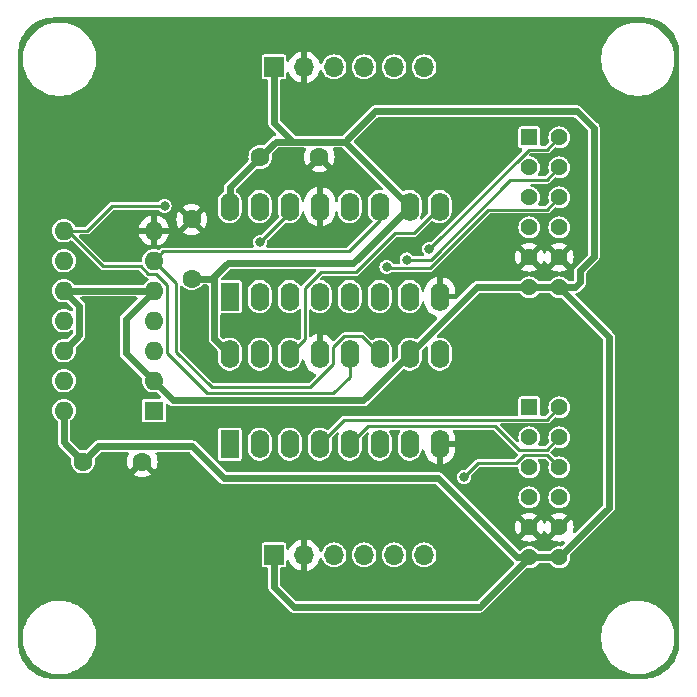
<source format=gbr>
%TF.GenerationSoftware,KiCad,Pcbnew,8.0.6*%
%TF.CreationDate,2024-10-19T21:44:56+02:00*%
%TF.ProjectId,595-PM-EXT,3539352d-504d-42d4-9558-542e6b696361,rev?*%
%TF.SameCoordinates,Original*%
%TF.FileFunction,Copper,L2,Bot*%
%TF.FilePolarity,Positive*%
%FSLAX46Y46*%
G04 Gerber Fmt 4.6, Leading zero omitted, Abs format (unit mm)*
G04 Created by KiCad (PCBNEW 8.0.6) date 2024-10-19 21:44:56*
%MOMM*%
%LPD*%
G01*
G04 APERTURE LIST*
%TA.AperFunction,ComponentPad*%
%ADD10C,1.600000*%
%TD*%
%TA.AperFunction,ComponentPad*%
%ADD11R,1.600000X2.400000*%
%TD*%
%TA.AperFunction,ComponentPad*%
%ADD12O,1.600000X2.400000*%
%TD*%
%TA.AperFunction,ComponentPad*%
%ADD13R,1.600000X1.600000*%
%TD*%
%TA.AperFunction,ComponentPad*%
%ADD14O,1.600000X1.600000*%
%TD*%
%TA.AperFunction,ComponentPad*%
%ADD15R,1.700000X1.700000*%
%TD*%
%TA.AperFunction,ComponentPad*%
%ADD16O,1.700000X1.700000*%
%TD*%
%TA.AperFunction,ComponentPad*%
%ADD17R,1.431000X1.431000*%
%TD*%
%TA.AperFunction,ComponentPad*%
%ADD18C,1.431000*%
%TD*%
%TA.AperFunction,ViaPad*%
%ADD19C,0.800000*%
%TD*%
%TA.AperFunction,Conductor*%
%ADD20C,0.250000*%
%TD*%
%TA.AperFunction,Conductor*%
%ADD21C,0.600000*%
%TD*%
G04 APERTURE END LIST*
D10*
%TO.P,C1,1*%
%TO.N,VDD*%
X120300000Y-61300000D03*
%TO.P,C1,2*%
%TO.N,GND*%
X125300000Y-61300000D03*
%TD*%
D11*
%TO.P,U1,1,QB*%
%TO.N,/QB*%
X117725000Y-73125000D03*
D12*
%TO.P,U1,2,QC*%
%TO.N,/QC*%
X120265000Y-73125000D03*
%TO.P,U1,3,QD*%
%TO.N,/QD*%
X122805000Y-73125000D03*
%TO.P,U1,4,QE*%
%TO.N,/QE*%
X125345000Y-73125000D03*
%TO.P,U1,5,QF*%
%TO.N,/QF*%
X127885000Y-73125000D03*
%TO.P,U1,6,QG*%
%TO.N,/QG*%
X130425000Y-73125000D03*
%TO.P,U1,7,QH*%
%TO.N,/QH*%
X132965000Y-73125000D03*
%TO.P,U1,8,GND*%
%TO.N,GND*%
X135505000Y-73125000D03*
%TO.P,U1,9,QH'*%
%TO.N,Net-(U1-QH')*%
X135505000Y-65505000D03*
%TO.P,U1,10,~{SRCLR}*%
%TO.N,VDD*%
X132965000Y-65505000D03*
%TO.P,U1,11,SRCLK*%
%TO.N,/SRCLKO*%
X130425000Y-65505000D03*
%TO.P,U1,12,RCLK*%
%TO.N,/RCLKO*%
X127885000Y-65505000D03*
%TO.P,U1,13,~{OE}*%
%TO.N,GND*%
X125345000Y-65505000D03*
%TO.P,U1,14,SER*%
%TO.N,Net-(U1-SER)*%
X122805000Y-65505000D03*
%TO.P,U1,15,QA*%
%TO.N,/QA*%
X120265000Y-65505000D03*
%TO.P,U1,16,VCC*%
%TO.N,VDD*%
X117725000Y-65505000D03*
%TD*%
D13*
%TO.P,U3,1*%
%TO.N,/SER*%
X111300000Y-82780000D03*
D14*
%TO.P,U3,2*%
%TO.N,VDD*%
X111300000Y-80240000D03*
%TO.P,U3,3*%
%TO.N,Net-(U1-SER)*%
X111300000Y-77700000D03*
%TO.P,U3,4*%
%TO.N,/SRCLK*%
X111300000Y-75160000D03*
%TO.P,U3,5*%
%TO.N,VDD*%
X111300000Y-72620000D03*
%TO.P,U3,6*%
%TO.N,/SRCLKO*%
X111300000Y-70080000D03*
%TO.P,U3,7,GND*%
%TO.N,GND*%
X111300000Y-67540000D03*
%TO.P,U3,8*%
%TO.N,/RCLKO*%
X103680000Y-67540000D03*
%TO.P,U3,9*%
%TO.N,/RCLK*%
X103680000Y-70080000D03*
%TO.P,U3,10*%
%TO.N,VDD*%
X103680000Y-72620000D03*
%TO.P,U3,11*%
%TO.N,/SERO*%
X103680000Y-75160000D03*
%TO.P,U3,12*%
%TO.N,VDD*%
X103680000Y-77700000D03*
%TO.P,U3,13*%
%TO.N,/SER`*%
X103680000Y-80240000D03*
%TO.P,U3,14,VCC*%
%TO.N,VDD*%
X103680000Y-82780000D03*
%TD*%
D15*
%TO.P,J4,1,Pin_1*%
%TO.N,VDD*%
X121470000Y-95000000D03*
D16*
%TO.P,J4,2,Pin_2*%
%TO.N,GND*%
X124010000Y-95000000D03*
%TO.P,J4,3,Pin_3*%
%TO.N,unconnected-(J4-Pin_3-Pad3)*%
X126550000Y-95000000D03*
%TO.P,J4,4,Pin_4*%
%TO.N,/RCLKO*%
X129090000Y-95000000D03*
%TO.P,J4,5,Pin_5*%
%TO.N,/SRCLKO*%
X131630000Y-95000000D03*
%TO.P,J4,6,Pin_6*%
%TO.N,/SERO*%
X134170000Y-95000000D03*
%TD*%
D10*
%TO.P,C3,1*%
%TO.N,VDD*%
X105300000Y-87100000D03*
%TO.P,C3,2*%
%TO.N,GND*%
X110300000Y-87100000D03*
%TD*%
%TO.P,C2,1*%
%TO.N,VDD*%
X114500000Y-71600000D03*
%TO.P,C2,2*%
%TO.N,GND*%
X114500000Y-66600000D03*
%TD*%
D15*
%TO.P,J3,1,Pin_1*%
%TO.N,VDD*%
X121470000Y-53680000D03*
D16*
%TO.P,J3,2,Pin_2*%
%TO.N,GND*%
X124010000Y-53680000D03*
%TO.P,J3,3,Pin_3*%
%TO.N,unconnected-(J3-Pin_3-Pad3)*%
X126550000Y-53680000D03*
%TO.P,J3,4,Pin_4*%
%TO.N,/RCLK*%
X129090000Y-53680000D03*
%TO.P,J3,5,Pin_5*%
%TO.N,/SRCLK*%
X131630000Y-53680000D03*
%TO.P,J3,6,Pin_6*%
%TO.N,/SER*%
X134170000Y-53680000D03*
%TD*%
D17*
%TO.P,J2,1,IO1*%
%TO.N,/QA`*%
X143080000Y-82500000D03*
D18*
%TO.P,J2,2,IO2*%
%TO.N,/QB`*%
X143080000Y-85040000D03*
%TO.P,J2,3,IO3*%
%TO.N,/QC`*%
X143080000Y-87580000D03*
%TO.P,J2,4,IO4*%
%TO.N,/QD`*%
X143080000Y-90120000D03*
%TO.P,J2,5,GND*%
%TO.N,GND*%
X143080000Y-92660000D03*
%TO.P,J2,6,VCC*%
%TO.N,VDD*%
X143080000Y-95200000D03*
%TO.P,J2,7,IO5*%
%TO.N,/QE`*%
X145620000Y-82500000D03*
%TO.P,J2,8,IO6*%
%TO.N,/QF`*%
X145620000Y-85040000D03*
%TO.P,J2,9,IO7*%
%TO.N,/QG`*%
X145620000Y-87580000D03*
%TO.P,J2,10,IO8*%
%TO.N,/QH`*%
X145620000Y-90120000D03*
%TO.P,J2,11,GND*%
%TO.N,GND*%
X145620000Y-92660000D03*
%TO.P,J2,12,VCC*%
%TO.N,VDD*%
X145620000Y-95200000D03*
%TD*%
D11*
%TO.P,U2,1,QB*%
%TO.N,/QB`*%
X117720000Y-85620000D03*
D12*
%TO.P,U2,2,QC*%
%TO.N,/QC`*%
X120260000Y-85620000D03*
%TO.P,U2,3,QD*%
%TO.N,/QD`*%
X122800000Y-85620000D03*
%TO.P,U2,4,QE*%
%TO.N,/QE`*%
X125340000Y-85620000D03*
%TO.P,U2,5,QF*%
%TO.N,/QF`*%
X127880000Y-85620000D03*
%TO.P,U2,6,QG*%
%TO.N,/QG`*%
X130420000Y-85620000D03*
%TO.P,U2,7,QH*%
%TO.N,/QH`*%
X132960000Y-85620000D03*
%TO.P,U2,8,GND*%
%TO.N,GND*%
X135500000Y-85620000D03*
%TO.P,U2,9,QH'*%
%TO.N,/SER`*%
X135500000Y-78000000D03*
%TO.P,U2,10,~{SRCLR}*%
%TO.N,VDD*%
X132960000Y-78000000D03*
%TO.P,U2,11,SRCLK*%
%TO.N,/SRCLKO*%
X130420000Y-78000000D03*
%TO.P,U2,12,RCLK*%
%TO.N,/RCLKO*%
X127880000Y-78000000D03*
%TO.P,U2,13,~{OE}*%
%TO.N,GND*%
X125340000Y-78000000D03*
%TO.P,U2,14,SER*%
%TO.N,Net-(U1-QH')*%
X122800000Y-78000000D03*
%TO.P,U2,15,QA*%
%TO.N,/QA`*%
X120260000Y-78000000D03*
%TO.P,U2,16,VCC*%
%TO.N,VDD*%
X117720000Y-78000000D03*
%TD*%
D17*
%TO.P,J1,1,IO1*%
%TO.N,/QA*%
X143080000Y-59640000D03*
D18*
%TO.P,J1,2,IO2*%
%TO.N,/QB*%
X143080000Y-62180000D03*
%TO.P,J1,3,IO3*%
%TO.N,/QC*%
X143080000Y-64720000D03*
%TO.P,J1,4,IO4*%
%TO.N,/QD*%
X143080000Y-67260000D03*
%TO.P,J1,5,GND*%
%TO.N,GND*%
X143080000Y-69800000D03*
%TO.P,J1,6,VCC*%
%TO.N,VDD*%
X143080000Y-72340000D03*
%TO.P,J1,7,IO5*%
%TO.N,/QE*%
X145620000Y-59640000D03*
%TO.P,J1,8,IO6*%
%TO.N,/QF*%
X145620000Y-62180000D03*
%TO.P,J1,9,IO7*%
%TO.N,/QG*%
X145620000Y-64720000D03*
%TO.P,J1,10,IO8*%
%TO.N,/QH*%
X145620000Y-67260000D03*
%TO.P,J1,11,GND*%
%TO.N,GND*%
X145620000Y-69800000D03*
%TO.P,J1,12,VCC*%
%TO.N,VDD*%
X145620000Y-72340000D03*
%TD*%
D19*
%TO.N,/QG*%
X131000000Y-70600000D03*
%TO.N,/QF*%
X132700000Y-70000000D03*
%TO.N,/QE*%
X134600000Y-69105000D03*
%TO.N,GND*%
X144900000Y-78000000D03*
X130700000Y-91600000D03*
X142100000Y-78000000D03*
X124000000Y-79750000D03*
X128900000Y-91600000D03*
X128600000Y-57500000D03*
X147500000Y-78000000D03*
X129900000Y-75700000D03*
%TO.N,/QG`*%
X137550000Y-88400000D03*
%TO.N,/RCLKO*%
X112200000Y-65450000D03*
%TO.N,Net-(U1-SER)*%
X120300000Y-68500000D03*
%TD*%
D20*
%TO.N,/QG*%
X131000000Y-70600000D02*
X131125000Y-70725000D01*
X134641701Y-70725000D02*
X139606201Y-65760500D01*
X131125000Y-70725000D02*
X134641701Y-70725000D01*
X139606201Y-65760500D02*
X144579500Y-65760500D01*
X144579500Y-65760500D02*
X145620000Y-64720000D01*
%TO.N,/QF*%
X134730305Y-70000000D02*
X141480305Y-63250000D01*
X132700000Y-70000000D02*
X134730305Y-70000000D01*
X141480305Y-63250000D02*
X144550000Y-63250000D01*
X144550000Y-63250000D02*
X145620000Y-62180000D01*
D21*
%TO.N,VDD*%
X117725000Y-63875000D02*
X120300000Y-61300000D01*
X143080000Y-95200000D02*
X145620000Y-95200000D01*
X108900000Y-75020000D02*
X108900000Y-77900000D01*
X116425000Y-71425000D02*
X117550000Y-70300000D01*
X116425000Y-76705000D02*
X116425000Y-71425000D01*
X147400000Y-70900000D02*
X148000000Y-70300000D01*
X112925000Y-81925000D02*
X129035000Y-81925000D01*
X103680000Y-85480000D02*
X105300000Y-87100000D01*
X146960000Y-72340000D02*
X147400000Y-71900000D01*
X114540000Y-85800000D02*
X117240000Y-88500000D01*
X117725000Y-65505000D02*
X117725000Y-63875000D01*
X145620000Y-72340000D02*
X149800000Y-76520000D01*
X103680000Y-72620000D02*
X111300000Y-72620000D01*
X138880000Y-99400000D02*
X143080000Y-95200000D01*
X149800000Y-76520000D02*
X149800000Y-91020000D01*
X121470000Y-95000000D02*
X121470000Y-97720000D01*
X103680000Y-77700000D02*
X104980000Y-76400000D01*
X105300000Y-87100000D02*
X106600000Y-85800000D01*
X114500000Y-71600000D02*
X116250000Y-71600000D01*
X128170000Y-70300000D02*
X132965000Y-65505000D01*
X116250000Y-71600000D02*
X116425000Y-71425000D01*
X149800000Y-91020000D02*
X145620000Y-95200000D01*
X138620000Y-72340000D02*
X145620000Y-72340000D01*
X123050000Y-60000000D02*
X127460000Y-60000000D01*
X147400000Y-70900000D02*
X147400000Y-71900000D01*
X121470000Y-53680000D02*
X121470000Y-58420000D01*
X103680000Y-82780000D02*
X103680000Y-85480000D01*
X147150000Y-57450000D02*
X148550000Y-58850000D01*
X132965000Y-65505000D02*
X127460000Y-60000000D01*
X121470000Y-58420000D02*
X123050000Y-60000000D01*
X104980000Y-76400000D02*
X104980000Y-73920000D01*
X108900000Y-77900000D02*
X112925000Y-81925000D01*
X148550000Y-58850000D02*
X148550000Y-69750000D01*
X117240000Y-88500000D02*
X135368131Y-88500000D01*
X121470000Y-97720000D02*
X123150000Y-99400000D01*
X121600000Y-60000000D02*
X120300000Y-61300000D01*
X130010000Y-57450000D02*
X147150000Y-57450000D01*
X148550000Y-69750000D02*
X147400000Y-70900000D01*
X123150000Y-99400000D02*
X138880000Y-99400000D01*
X142068131Y-95200000D02*
X143080000Y-95200000D01*
X132960000Y-78000000D02*
X138620000Y-72340000D01*
X104980000Y-73920000D02*
X103680000Y-72620000D01*
X145620000Y-72340000D02*
X146960000Y-72340000D01*
X111300000Y-72620000D02*
X108900000Y-75020000D01*
X129035000Y-81925000D02*
X132960000Y-78000000D01*
X117720000Y-78000000D02*
X116425000Y-76705000D01*
X127460000Y-60000000D02*
X121600000Y-60000000D01*
X127460000Y-60000000D02*
X130010000Y-57450000D01*
X117550000Y-70300000D02*
X128170000Y-70300000D01*
X135368131Y-88500000D02*
X142068131Y-95200000D01*
X106600000Y-85800000D02*
X114540000Y-85800000D01*
D20*
%TO.N,/QE*%
X134600000Y-69105000D02*
X143024500Y-60680500D01*
X143024500Y-60680500D02*
X144579500Y-60680500D01*
X144579500Y-60680500D02*
X145620000Y-59640000D01*
%TO.N,GND*%
X125340000Y-76260000D02*
X126000000Y-75600000D01*
X126000000Y-75600000D02*
X129800000Y-75600000D01*
X125340000Y-78000000D02*
X125340000Y-76260000D01*
X129800000Y-75600000D02*
X129900000Y-75700000D01*
%TO.N,/QG`*%
X141988510Y-87200000D02*
X142649010Y-86539500D01*
X137550000Y-88400000D02*
X138750000Y-87200000D01*
X142649010Y-86539500D02*
X144579500Y-86539500D01*
X144579500Y-86539500D02*
X145620000Y-87580000D01*
X138750000Y-87200000D02*
X141988510Y-87200000D01*
%TO.N,/QF`*%
X142180500Y-86080500D02*
X140195000Y-84095000D01*
X144579500Y-86080500D02*
X142180500Y-86080500D01*
X129405000Y-84095000D02*
X127880000Y-85620000D01*
X140195000Y-84095000D02*
X129405000Y-84095000D01*
X145620000Y-85040000D02*
X144579500Y-86080500D01*
%TO.N,Net-(U1-QH')*%
X128400000Y-71050000D02*
X125429010Y-71050000D01*
X131700000Y-67750000D02*
X128400000Y-71050000D01*
X133300000Y-67750000D02*
X131700000Y-67750000D01*
X135505000Y-65545000D02*
X133300000Y-67750000D01*
X124100000Y-72379010D02*
X124100000Y-76700000D01*
X135505000Y-65505000D02*
X135505000Y-65545000D01*
X125429010Y-71050000D02*
X124100000Y-72379010D01*
X124100000Y-76700000D02*
X122800000Y-78000000D01*
%TO.N,/QE`*%
X127419500Y-83540500D02*
X125340000Y-85620000D01*
X144579500Y-83540500D02*
X127419500Y-83540500D01*
X145620000Y-82500000D02*
X144579500Y-83540500D01*
%TO.N,/SRCLKO*%
X126465000Y-77424010D02*
X126465000Y-78865990D01*
X130425000Y-66675000D02*
X127800000Y-69300000D01*
X113200000Y-77800000D02*
X113200000Y-71980000D01*
X130420000Y-78000000D02*
X128895000Y-76475000D01*
X128895000Y-76475000D02*
X127414010Y-76475000D01*
X124530990Y-80800000D02*
X116200000Y-80800000D01*
X112080000Y-69300000D02*
X111300000Y-70080000D01*
X116200000Y-80800000D02*
X113200000Y-77800000D01*
X127414010Y-76475000D02*
X126465000Y-77424010D01*
X126465000Y-78865990D02*
X124530990Y-80800000D01*
X113200000Y-71980000D02*
X111300000Y-70080000D01*
X130425000Y-65505000D02*
X130425000Y-66675000D01*
X127800000Y-69300000D02*
X112080000Y-69300000D01*
%TO.N,/RCLKO*%
X126500000Y-81300000D02*
X127880000Y-79920000D01*
X112425000Y-72154009D02*
X112425000Y-77925000D01*
X103680000Y-67540000D02*
X103990000Y-67540000D01*
X110175000Y-70545991D02*
X110834009Y-71205000D01*
X106995991Y-70545991D02*
X110175000Y-70545991D01*
X111475991Y-71205000D02*
X112425000Y-72154009D01*
X112425000Y-77925000D02*
X115800000Y-81300000D01*
X115800000Y-81300000D02*
X126500000Y-81300000D01*
X107730000Y-65450000D02*
X105640000Y-67540000D01*
X127880000Y-79920000D02*
X127880000Y-78000000D01*
X110834009Y-71205000D02*
X111475991Y-71205000D01*
X105640000Y-67540000D02*
X103680000Y-67540000D01*
X112200000Y-65450000D02*
X107730000Y-65450000D01*
X103990000Y-67540000D02*
X106995991Y-70545991D01*
%TO.N,Net-(U1-SER)*%
X120300000Y-68500000D02*
X122805000Y-65995000D01*
X122805000Y-65995000D02*
X122805000Y-65505000D01*
%TD*%
%TA.AperFunction,Conductor*%
%TO.N,GND*%
G36*
X124985860Y-70820185D02*
G01*
X125031615Y-70872989D01*
X125041559Y-70942147D01*
X125012534Y-71005703D01*
X125006502Y-71012181D01*
X123833788Y-72184895D01*
X123832699Y-72183806D01*
X123783674Y-72219591D01*
X123713928Y-72223733D01*
X123653013Y-72189510D01*
X123638645Y-72171785D01*
X123582139Y-72087217D01*
X123442785Y-71947863D01*
X123442781Y-71947860D01*
X123278920Y-71838371D01*
X123278907Y-71838364D01*
X123096839Y-71762950D01*
X123096829Y-71762947D01*
X122903543Y-71724500D01*
X122903541Y-71724500D01*
X122706459Y-71724500D01*
X122706457Y-71724500D01*
X122513170Y-71762947D01*
X122513160Y-71762950D01*
X122331092Y-71838364D01*
X122331079Y-71838371D01*
X122167218Y-71947860D01*
X122167214Y-71947863D01*
X122027863Y-72087214D01*
X122027860Y-72087218D01*
X121918371Y-72251079D01*
X121918364Y-72251092D01*
X121842950Y-72433160D01*
X121842947Y-72433170D01*
X121804500Y-72626456D01*
X121804500Y-72626459D01*
X121804500Y-73623541D01*
X121804500Y-73623543D01*
X121804499Y-73623543D01*
X121842947Y-73816829D01*
X121842950Y-73816839D01*
X121918364Y-73998907D01*
X121918371Y-73998920D01*
X122027860Y-74162781D01*
X122027863Y-74162785D01*
X122167214Y-74302136D01*
X122167218Y-74302139D01*
X122331079Y-74411628D01*
X122331092Y-74411635D01*
X122470918Y-74469552D01*
X122513165Y-74487051D01*
X122513169Y-74487051D01*
X122513170Y-74487052D01*
X122706456Y-74525500D01*
X122706459Y-74525500D01*
X122903543Y-74525500D01*
X123033582Y-74499632D01*
X123096835Y-74487051D01*
X123278914Y-74411632D01*
X123442782Y-74302139D01*
X123492176Y-74252745D01*
X123562819Y-74182103D01*
X123624142Y-74148618D01*
X123693834Y-74153602D01*
X123749767Y-74195474D01*
X123774184Y-74260938D01*
X123774500Y-74269784D01*
X123774500Y-76513811D01*
X123754815Y-76580850D01*
X123738181Y-76601492D01*
X123557115Y-76782557D01*
X123495792Y-76816042D01*
X123426100Y-76811058D01*
X123400543Y-76797978D01*
X123273920Y-76713371D01*
X123273907Y-76713364D01*
X123091839Y-76637950D01*
X123091829Y-76637947D01*
X122898543Y-76599500D01*
X122898541Y-76599500D01*
X122701459Y-76599500D01*
X122701457Y-76599500D01*
X122508170Y-76637947D01*
X122508160Y-76637950D01*
X122326092Y-76713364D01*
X122326079Y-76713371D01*
X122162218Y-76822860D01*
X122162214Y-76822863D01*
X122022863Y-76962214D01*
X122022860Y-76962218D01*
X121913371Y-77126079D01*
X121913364Y-77126092D01*
X121837950Y-77308160D01*
X121837947Y-77308170D01*
X121799500Y-77501456D01*
X121799500Y-77501459D01*
X121799500Y-78498541D01*
X121799500Y-78498543D01*
X121799499Y-78498543D01*
X121837947Y-78691829D01*
X121837950Y-78691839D01*
X121913364Y-78873907D01*
X121913371Y-78873920D01*
X122022860Y-79037781D01*
X122022863Y-79037785D01*
X122162214Y-79177136D01*
X122162218Y-79177139D01*
X122326079Y-79286628D01*
X122326092Y-79286635D01*
X122503790Y-79360239D01*
X122508165Y-79362051D01*
X122508169Y-79362051D01*
X122508170Y-79362052D01*
X122701456Y-79400500D01*
X122701459Y-79400500D01*
X122898543Y-79400500D01*
X123028582Y-79374632D01*
X123091835Y-79362051D01*
X123271546Y-79287613D01*
X123273907Y-79286635D01*
X123273907Y-79286634D01*
X123273914Y-79286632D01*
X123437782Y-79177139D01*
X123577139Y-79037782D01*
X123686632Y-78873914D01*
X123762051Y-78691835D01*
X123798034Y-78510937D01*
X123830419Y-78449027D01*
X123891134Y-78414453D01*
X123960904Y-78418192D01*
X124017576Y-78459059D01*
X124042124Y-78515731D01*
X124072009Y-78704417D01*
X124135244Y-78899031D01*
X124228140Y-79081349D01*
X124348417Y-79246894D01*
X124348417Y-79246895D01*
X124493104Y-79391582D01*
X124658650Y-79511859D01*
X124840968Y-79604755D01*
X124969250Y-79646437D01*
X125026925Y-79685875D01*
X125054123Y-79750234D01*
X125042208Y-79819080D01*
X125018612Y-79852049D01*
X124432482Y-80438181D01*
X124371159Y-80471666D01*
X124344801Y-80474500D01*
X116386188Y-80474500D01*
X116319149Y-80454815D01*
X116298507Y-80438181D01*
X113561819Y-77701492D01*
X113528334Y-77640169D01*
X113525500Y-77613811D01*
X113525500Y-72336222D01*
X113545185Y-72269183D01*
X113597989Y-72223428D01*
X113667147Y-72213484D01*
X113730703Y-72242509D01*
X113745353Y-72257557D01*
X113789116Y-72310883D01*
X113941460Y-72435909D01*
X113941467Y-72435913D01*
X114115266Y-72528811D01*
X114115269Y-72528811D01*
X114115273Y-72528814D01*
X114303868Y-72586024D01*
X114500000Y-72605341D01*
X114696132Y-72586024D01*
X114884727Y-72528814D01*
X115058538Y-72435910D01*
X115210883Y-72310883D01*
X115335910Y-72158538D01*
X115337871Y-72155604D01*
X115339294Y-72154414D01*
X115339775Y-72153829D01*
X115339886Y-72153920D01*
X115391486Y-72110802D01*
X115440970Y-72100500D01*
X115800500Y-72100500D01*
X115867539Y-72120185D01*
X115913294Y-72172989D01*
X115924500Y-72224500D01*
X115924500Y-76639108D01*
X115924500Y-76770892D01*
X115939169Y-76825638D01*
X115958608Y-76898187D01*
X115966849Y-76912460D01*
X116024500Y-77012314D01*
X116024502Y-77012316D01*
X116683181Y-77670995D01*
X116716666Y-77732318D01*
X116719500Y-77758676D01*
X116719500Y-78498541D01*
X116719500Y-78498543D01*
X116719499Y-78498543D01*
X116757947Y-78691829D01*
X116757950Y-78691839D01*
X116833364Y-78873907D01*
X116833371Y-78873920D01*
X116942860Y-79037781D01*
X116942863Y-79037785D01*
X117082214Y-79177136D01*
X117082218Y-79177139D01*
X117246079Y-79286628D01*
X117246092Y-79286635D01*
X117423790Y-79360239D01*
X117428165Y-79362051D01*
X117428169Y-79362051D01*
X117428170Y-79362052D01*
X117621456Y-79400500D01*
X117621459Y-79400500D01*
X117818543Y-79400500D01*
X117948582Y-79374632D01*
X118011835Y-79362051D01*
X118191546Y-79287613D01*
X118193907Y-79286635D01*
X118193907Y-79286634D01*
X118193914Y-79286632D01*
X118357782Y-79177139D01*
X118497139Y-79037782D01*
X118606632Y-78873914D01*
X118682051Y-78691835D01*
X118697934Y-78611989D01*
X118720500Y-78498543D01*
X119259499Y-78498543D01*
X119297947Y-78691829D01*
X119297950Y-78691839D01*
X119373364Y-78873907D01*
X119373371Y-78873920D01*
X119482860Y-79037781D01*
X119482863Y-79037785D01*
X119622214Y-79177136D01*
X119622218Y-79177139D01*
X119786079Y-79286628D01*
X119786092Y-79286635D01*
X119963790Y-79360239D01*
X119968165Y-79362051D01*
X119968169Y-79362051D01*
X119968170Y-79362052D01*
X120161456Y-79400500D01*
X120161459Y-79400500D01*
X120358543Y-79400500D01*
X120488582Y-79374632D01*
X120551835Y-79362051D01*
X120731546Y-79287613D01*
X120733907Y-79286635D01*
X120733907Y-79286634D01*
X120733914Y-79286632D01*
X120897782Y-79177139D01*
X121037139Y-79037782D01*
X121146632Y-78873914D01*
X121222051Y-78691835D01*
X121237934Y-78611989D01*
X121260500Y-78498543D01*
X121260500Y-77501456D01*
X121222052Y-77308170D01*
X121222051Y-77308169D01*
X121222051Y-77308165D01*
X121217994Y-77298371D01*
X121146635Y-77126092D01*
X121146628Y-77126079D01*
X121037139Y-76962218D01*
X121037136Y-76962214D01*
X120897785Y-76822863D01*
X120897781Y-76822860D01*
X120733920Y-76713371D01*
X120733907Y-76713364D01*
X120551839Y-76637950D01*
X120551829Y-76637947D01*
X120358543Y-76599500D01*
X120358541Y-76599500D01*
X120161459Y-76599500D01*
X120161457Y-76599500D01*
X119968170Y-76637947D01*
X119968160Y-76637950D01*
X119786092Y-76713364D01*
X119786079Y-76713371D01*
X119622218Y-76822860D01*
X119622214Y-76822863D01*
X119482863Y-76962214D01*
X119482860Y-76962218D01*
X119373371Y-77126079D01*
X119373364Y-77126092D01*
X119297950Y-77308160D01*
X119297947Y-77308170D01*
X119259500Y-77501456D01*
X119259500Y-77501459D01*
X119259500Y-78498541D01*
X119259500Y-78498543D01*
X119259499Y-78498543D01*
X118720500Y-78498543D01*
X118720500Y-77501456D01*
X118682052Y-77308170D01*
X118682051Y-77308169D01*
X118682051Y-77308165D01*
X118677994Y-77298371D01*
X118606635Y-77126092D01*
X118606628Y-77126079D01*
X118497139Y-76962218D01*
X118497136Y-76962214D01*
X118357785Y-76822863D01*
X118357781Y-76822860D01*
X118193920Y-76713371D01*
X118193907Y-76713364D01*
X118011839Y-76637950D01*
X118011829Y-76637947D01*
X117818543Y-76599500D01*
X117818541Y-76599500D01*
X117621459Y-76599500D01*
X117621457Y-76599500D01*
X117428170Y-76637947D01*
X117428160Y-76637950D01*
X117248453Y-76712386D01*
X117178983Y-76719855D01*
X117116504Y-76688579D01*
X117113320Y-76685506D01*
X116961819Y-76534005D01*
X116928334Y-76472682D01*
X116925500Y-76446324D01*
X116925500Y-74649500D01*
X116945185Y-74582461D01*
X116997989Y-74536706D01*
X117049500Y-74525500D01*
X118544750Y-74525500D01*
X118544751Y-74525499D01*
X118559568Y-74522552D01*
X118603229Y-74513868D01*
X118603229Y-74513867D01*
X118603231Y-74513867D01*
X118669552Y-74469552D01*
X118713867Y-74403231D01*
X118713867Y-74403229D01*
X118713868Y-74403229D01*
X118722552Y-74359568D01*
X118725500Y-74344748D01*
X118725500Y-73623543D01*
X119264499Y-73623543D01*
X119302947Y-73816829D01*
X119302950Y-73816839D01*
X119378364Y-73998907D01*
X119378371Y-73998920D01*
X119487860Y-74162781D01*
X119487863Y-74162785D01*
X119627214Y-74302136D01*
X119627218Y-74302139D01*
X119791079Y-74411628D01*
X119791092Y-74411635D01*
X119930918Y-74469552D01*
X119973165Y-74487051D01*
X119973169Y-74487051D01*
X119973170Y-74487052D01*
X120166456Y-74525500D01*
X120166459Y-74525500D01*
X120363543Y-74525500D01*
X120493582Y-74499632D01*
X120556835Y-74487051D01*
X120738914Y-74411632D01*
X120902782Y-74302139D01*
X121042139Y-74162782D01*
X121151632Y-73998914D01*
X121227051Y-73816835D01*
X121239632Y-73753582D01*
X121265500Y-73623543D01*
X121265500Y-72626456D01*
X121227052Y-72433170D01*
X121227051Y-72433169D01*
X121227051Y-72433165D01*
X121221839Y-72420581D01*
X121151635Y-72251092D01*
X121151628Y-72251079D01*
X121042139Y-72087218D01*
X121042136Y-72087214D01*
X120902785Y-71947863D01*
X120902781Y-71947860D01*
X120738920Y-71838371D01*
X120738907Y-71838364D01*
X120556839Y-71762950D01*
X120556829Y-71762947D01*
X120363543Y-71724500D01*
X120363541Y-71724500D01*
X120166459Y-71724500D01*
X120166457Y-71724500D01*
X119973170Y-71762947D01*
X119973160Y-71762950D01*
X119791092Y-71838364D01*
X119791079Y-71838371D01*
X119627218Y-71947860D01*
X119627214Y-71947863D01*
X119487863Y-72087214D01*
X119487860Y-72087218D01*
X119378371Y-72251079D01*
X119378364Y-72251092D01*
X119302950Y-72433160D01*
X119302947Y-72433170D01*
X119264500Y-72626456D01*
X119264500Y-72626459D01*
X119264500Y-73623541D01*
X119264500Y-73623543D01*
X119264499Y-73623543D01*
X118725500Y-73623543D01*
X118725500Y-71905252D01*
X118725500Y-71905249D01*
X118725499Y-71905247D01*
X118713868Y-71846770D01*
X118713867Y-71846769D01*
X118669552Y-71780447D01*
X118603230Y-71736132D01*
X118603229Y-71736131D01*
X118544752Y-71724500D01*
X118544748Y-71724500D01*
X117132675Y-71724500D01*
X117065636Y-71704815D01*
X117019881Y-71652011D01*
X117009937Y-71582853D01*
X117038962Y-71519297D01*
X117044994Y-71512819D01*
X117720994Y-70836819D01*
X117782317Y-70803334D01*
X117808675Y-70800500D01*
X124918821Y-70800500D01*
X124985860Y-70820185D01*
G37*
%TD.AperFunction*%
%TA.AperFunction,Conductor*%
G36*
X146958363Y-57970185D02*
G01*
X146979005Y-57986819D01*
X148013181Y-59020995D01*
X148046666Y-59082318D01*
X148049500Y-59108676D01*
X148049500Y-69491324D01*
X148029815Y-69558363D01*
X148013181Y-69579005D01*
X146999502Y-70592683D01*
X146999500Y-70592686D01*
X146933608Y-70706812D01*
X146899500Y-70834108D01*
X146899500Y-71641324D01*
X146879815Y-71708363D01*
X146863181Y-71729005D01*
X146789005Y-71803181D01*
X146727682Y-71836666D01*
X146701324Y-71839500D01*
X146457157Y-71839500D01*
X146390118Y-71819815D01*
X146365007Y-71798472D01*
X146236305Y-71655533D01*
X146236301Y-71655530D01*
X146236300Y-71655529D01*
X146173261Y-71609729D01*
X146080527Y-71542353D01*
X146080522Y-71542350D01*
X145904624Y-71464034D01*
X145904618Y-71464032D01*
X145756308Y-71432508D01*
X145716276Y-71424000D01*
X145523724Y-71424000D01*
X145490709Y-71431017D01*
X145335381Y-71464032D01*
X145335375Y-71464034D01*
X145159477Y-71542350D01*
X145159472Y-71542353D01*
X145003701Y-71655528D01*
X145003694Y-71655533D01*
X144874993Y-71798472D01*
X144815507Y-71835121D01*
X144782843Y-71839500D01*
X143917157Y-71839500D01*
X143850118Y-71819815D01*
X143825007Y-71798472D01*
X143696305Y-71655533D01*
X143696301Y-71655530D01*
X143696300Y-71655529D01*
X143633261Y-71609729D01*
X143540527Y-71542353D01*
X143540522Y-71542350D01*
X143364624Y-71464034D01*
X143364618Y-71464032D01*
X143216308Y-71432508D01*
X143176276Y-71424000D01*
X142983724Y-71424000D01*
X142950709Y-71431017D01*
X142795381Y-71464032D01*
X142795375Y-71464034D01*
X142619477Y-71542350D01*
X142619472Y-71542353D01*
X142463701Y-71655528D01*
X142463694Y-71655533D01*
X142334993Y-71798472D01*
X142275507Y-71835121D01*
X142242843Y-71839500D01*
X138554108Y-71839500D01*
X138426812Y-71873608D01*
X138312686Y-71939500D01*
X138312683Y-71939502D01*
X136913504Y-73338681D01*
X136852181Y-73372166D01*
X136825823Y-73375000D01*
X135820686Y-73375000D01*
X135825080Y-73370606D01*
X135877741Y-73279394D01*
X135905000Y-73177661D01*
X135905000Y-73072339D01*
X135877741Y-72970606D01*
X135825080Y-72879394D01*
X135820686Y-72875000D01*
X136805000Y-72875000D01*
X136805000Y-72622682D01*
X136772990Y-72420582D01*
X136709755Y-72225968D01*
X136616859Y-72043650D01*
X136496582Y-71878105D01*
X136496582Y-71878104D01*
X136351895Y-71733417D01*
X136186349Y-71613140D01*
X136004029Y-71520244D01*
X135809413Y-71457009D01*
X135755000Y-71448390D01*
X135755000Y-72809314D01*
X135750606Y-72804920D01*
X135659394Y-72752259D01*
X135557661Y-72725000D01*
X135452339Y-72725000D01*
X135350606Y-72752259D01*
X135259394Y-72804920D01*
X135255000Y-72809314D01*
X135255000Y-71448390D01*
X135200586Y-71457009D01*
X135005970Y-71520244D01*
X134823650Y-71613140D01*
X134658105Y-71733417D01*
X134658104Y-71733417D01*
X134513417Y-71878104D01*
X134513417Y-71878105D01*
X134393140Y-72043650D01*
X134300244Y-72225968D01*
X134237010Y-72420581D01*
X134207124Y-72609269D01*
X134177194Y-72672403D01*
X134117883Y-72709334D01*
X134048020Y-72708336D01*
X133989788Y-72669726D01*
X133963034Y-72614061D01*
X133934500Y-72470613D01*
X133927051Y-72433165D01*
X133921839Y-72420581D01*
X133851635Y-72251092D01*
X133851628Y-72251079D01*
X133742139Y-72087218D01*
X133742136Y-72087214D01*
X133602785Y-71947863D01*
X133602781Y-71947860D01*
X133438920Y-71838371D01*
X133438907Y-71838364D01*
X133256839Y-71762950D01*
X133256829Y-71762947D01*
X133063543Y-71724500D01*
X133063541Y-71724500D01*
X132866459Y-71724500D01*
X132866457Y-71724500D01*
X132673170Y-71762947D01*
X132673160Y-71762950D01*
X132491092Y-71838364D01*
X132491079Y-71838371D01*
X132327218Y-71947860D01*
X132327214Y-71947863D01*
X132187863Y-72087214D01*
X132187860Y-72087218D01*
X132078371Y-72251079D01*
X132078364Y-72251092D01*
X132002950Y-72433160D01*
X132002947Y-72433170D01*
X131964500Y-72626456D01*
X131964500Y-72626459D01*
X131964500Y-73623541D01*
X131964500Y-73623543D01*
X131964499Y-73623543D01*
X132002947Y-73816829D01*
X132002950Y-73816839D01*
X132078364Y-73998907D01*
X132078371Y-73998920D01*
X132187860Y-74162781D01*
X132187863Y-74162785D01*
X132327214Y-74302136D01*
X132327218Y-74302139D01*
X132491079Y-74411628D01*
X132491092Y-74411635D01*
X132630918Y-74469552D01*
X132673165Y-74487051D01*
X132673169Y-74487051D01*
X132673170Y-74487052D01*
X132866456Y-74525500D01*
X132866459Y-74525500D01*
X133063543Y-74525500D01*
X133193582Y-74499632D01*
X133256835Y-74487051D01*
X133438914Y-74411632D01*
X133602782Y-74302139D01*
X133742139Y-74162782D01*
X133851632Y-73998914D01*
X133927051Y-73816835D01*
X133963034Y-73635937D01*
X133995419Y-73574027D01*
X134056134Y-73539453D01*
X134125904Y-73543192D01*
X134182576Y-73584059D01*
X134207124Y-73640731D01*
X134237009Y-73829417D01*
X134300244Y-74024031D01*
X134393140Y-74206349D01*
X134513417Y-74371894D01*
X134513417Y-74371895D01*
X134658104Y-74516582D01*
X134823650Y-74636859D01*
X135005968Y-74729755D01*
X135203328Y-74793882D01*
X135261003Y-74833320D01*
X135288201Y-74897679D01*
X135276286Y-74966525D01*
X135252690Y-74999494D01*
X133566678Y-76685506D01*
X133505355Y-76718991D01*
X133435663Y-76714007D01*
X133431545Y-76712386D01*
X133251839Y-76637950D01*
X133251829Y-76637947D01*
X133058543Y-76599500D01*
X133058541Y-76599500D01*
X132861459Y-76599500D01*
X132861457Y-76599500D01*
X132668170Y-76637947D01*
X132668160Y-76637950D01*
X132486092Y-76713364D01*
X132486079Y-76713371D01*
X132322218Y-76822860D01*
X132322214Y-76822863D01*
X132182863Y-76962214D01*
X132182860Y-76962218D01*
X132073371Y-77126079D01*
X132073364Y-77126092D01*
X131997950Y-77308160D01*
X131997947Y-77308170D01*
X131959500Y-77501456D01*
X131959500Y-78241324D01*
X131939815Y-78308363D01*
X131923181Y-78329005D01*
X131626825Y-78625360D01*
X131565502Y-78658845D01*
X131495810Y-78653861D01*
X131439877Y-78611989D01*
X131415460Y-78546525D01*
X131417527Y-78513485D01*
X131420500Y-78498543D01*
X131420500Y-78498541D01*
X131420500Y-77501459D01*
X131420500Y-77501456D01*
X131382052Y-77308170D01*
X131382051Y-77308169D01*
X131382051Y-77308165D01*
X131377994Y-77298371D01*
X131306635Y-77126092D01*
X131306628Y-77126079D01*
X131197139Y-76962218D01*
X131197136Y-76962214D01*
X131057785Y-76822863D01*
X131057781Y-76822860D01*
X130893920Y-76713371D01*
X130893907Y-76713364D01*
X130711839Y-76637950D01*
X130711829Y-76637947D01*
X130518543Y-76599500D01*
X130518541Y-76599500D01*
X130321459Y-76599500D01*
X130321457Y-76599500D01*
X130128170Y-76637947D01*
X130128160Y-76637950D01*
X129946092Y-76713364D01*
X129946079Y-76713371D01*
X129819456Y-76797979D01*
X129752778Y-76818857D01*
X129685398Y-76800372D01*
X129662884Y-76782558D01*
X129418294Y-76537968D01*
X129094862Y-76214535D01*
X129057019Y-76192686D01*
X129020640Y-76171682D01*
X128979246Y-76160591D01*
X128937853Y-76149500D01*
X127456863Y-76149500D01*
X127371157Y-76149500D01*
X127288371Y-76171682D01*
X127288368Y-76171683D01*
X127251260Y-76193107D01*
X127251260Y-76193108D01*
X127224840Y-76208362D01*
X127214148Y-76214535D01*
X127214145Y-76214537D01*
X127153543Y-76275140D01*
X126579000Y-76849681D01*
X126517677Y-76883166D01*
X126447985Y-76878182D01*
X126392052Y-76836310D01*
X126391001Y-76834886D01*
X126331583Y-76753105D01*
X126186895Y-76608417D01*
X126021349Y-76488140D01*
X125839029Y-76395244D01*
X125644413Y-76332009D01*
X125590000Y-76323390D01*
X125590000Y-77684314D01*
X125585606Y-77679920D01*
X125494394Y-77627259D01*
X125392661Y-77600000D01*
X125287339Y-77600000D01*
X125185606Y-77627259D01*
X125094394Y-77679920D01*
X125090000Y-77684314D01*
X125090000Y-76323390D01*
X125035586Y-76332009D01*
X124840970Y-76395244D01*
X124658647Y-76488142D01*
X124622385Y-76514488D01*
X124556579Y-76537968D01*
X124488525Y-76522142D01*
X124439830Y-76472037D01*
X124425500Y-76414170D01*
X124425500Y-74319784D01*
X124445185Y-74252745D01*
X124497989Y-74206990D01*
X124567147Y-74197046D01*
X124630703Y-74226071D01*
X124637181Y-74232103D01*
X124707214Y-74302136D01*
X124707218Y-74302139D01*
X124871079Y-74411628D01*
X124871092Y-74411635D01*
X125010918Y-74469552D01*
X125053165Y-74487051D01*
X125053169Y-74487051D01*
X125053170Y-74487052D01*
X125246456Y-74525500D01*
X125246459Y-74525500D01*
X125443543Y-74525500D01*
X125573582Y-74499632D01*
X125636835Y-74487051D01*
X125818914Y-74411632D01*
X125982782Y-74302139D01*
X126122139Y-74162782D01*
X126231632Y-73998914D01*
X126307051Y-73816835D01*
X126319632Y-73753582D01*
X126345500Y-73623543D01*
X126884499Y-73623543D01*
X126922947Y-73816829D01*
X126922950Y-73816839D01*
X126998364Y-73998907D01*
X126998371Y-73998920D01*
X127107860Y-74162781D01*
X127107863Y-74162785D01*
X127247214Y-74302136D01*
X127247218Y-74302139D01*
X127411079Y-74411628D01*
X127411092Y-74411635D01*
X127550918Y-74469552D01*
X127593165Y-74487051D01*
X127593169Y-74487051D01*
X127593170Y-74487052D01*
X127786456Y-74525500D01*
X127786459Y-74525500D01*
X127983543Y-74525500D01*
X128113582Y-74499632D01*
X128176835Y-74487051D01*
X128358914Y-74411632D01*
X128522782Y-74302139D01*
X128662139Y-74162782D01*
X128771632Y-73998914D01*
X128847051Y-73816835D01*
X128859632Y-73753582D01*
X128885500Y-73623543D01*
X129424499Y-73623543D01*
X129462947Y-73816829D01*
X129462950Y-73816839D01*
X129538364Y-73998907D01*
X129538371Y-73998920D01*
X129647860Y-74162781D01*
X129647863Y-74162785D01*
X129787214Y-74302136D01*
X129787218Y-74302139D01*
X129951079Y-74411628D01*
X129951092Y-74411635D01*
X130090918Y-74469552D01*
X130133165Y-74487051D01*
X130133169Y-74487051D01*
X130133170Y-74487052D01*
X130326456Y-74525500D01*
X130326459Y-74525500D01*
X130523543Y-74525500D01*
X130653582Y-74499632D01*
X130716835Y-74487051D01*
X130898914Y-74411632D01*
X131062782Y-74302139D01*
X131202139Y-74162782D01*
X131311632Y-73998914D01*
X131387051Y-73816835D01*
X131399632Y-73753582D01*
X131425500Y-73623543D01*
X131425500Y-72626456D01*
X131387052Y-72433170D01*
X131387051Y-72433169D01*
X131387051Y-72433165D01*
X131381839Y-72420581D01*
X131311635Y-72251092D01*
X131311628Y-72251079D01*
X131202139Y-72087218D01*
X131202136Y-72087214D01*
X131062785Y-71947863D01*
X131062781Y-71947860D01*
X130898920Y-71838371D01*
X130898907Y-71838364D01*
X130716839Y-71762950D01*
X130716829Y-71762947D01*
X130523543Y-71724500D01*
X130523541Y-71724500D01*
X130326459Y-71724500D01*
X130326457Y-71724500D01*
X130133170Y-71762947D01*
X130133160Y-71762950D01*
X129951092Y-71838364D01*
X129951079Y-71838371D01*
X129787218Y-71947860D01*
X129787214Y-71947863D01*
X129647863Y-72087214D01*
X129647860Y-72087218D01*
X129538371Y-72251079D01*
X129538364Y-72251092D01*
X129462950Y-72433160D01*
X129462947Y-72433170D01*
X129424500Y-72626456D01*
X129424500Y-72626459D01*
X129424500Y-73623541D01*
X129424500Y-73623543D01*
X129424499Y-73623543D01*
X128885500Y-73623543D01*
X128885500Y-72626456D01*
X128847052Y-72433170D01*
X128847051Y-72433169D01*
X128847051Y-72433165D01*
X128841839Y-72420581D01*
X128771635Y-72251092D01*
X128771628Y-72251079D01*
X128662139Y-72087218D01*
X128662136Y-72087214D01*
X128522785Y-71947863D01*
X128522781Y-71947860D01*
X128358920Y-71838371D01*
X128358907Y-71838364D01*
X128176839Y-71762950D01*
X128176829Y-71762947D01*
X127983543Y-71724500D01*
X127983541Y-71724500D01*
X127786459Y-71724500D01*
X127786457Y-71724500D01*
X127593170Y-71762947D01*
X127593160Y-71762950D01*
X127411092Y-71838364D01*
X127411079Y-71838371D01*
X127247218Y-71947860D01*
X127247214Y-71947863D01*
X127107863Y-72087214D01*
X127107860Y-72087218D01*
X126998371Y-72251079D01*
X126998364Y-72251092D01*
X126922950Y-72433160D01*
X126922947Y-72433170D01*
X126884500Y-72626456D01*
X126884500Y-72626459D01*
X126884500Y-73623541D01*
X126884500Y-73623543D01*
X126884499Y-73623543D01*
X126345500Y-73623543D01*
X126345500Y-72626456D01*
X126307052Y-72433170D01*
X126307051Y-72433169D01*
X126307051Y-72433165D01*
X126301839Y-72420581D01*
X126231635Y-72251092D01*
X126231628Y-72251079D01*
X126122139Y-72087218D01*
X126122136Y-72087214D01*
X125982785Y-71947863D01*
X125982781Y-71947860D01*
X125818920Y-71838371D01*
X125818907Y-71838364D01*
X125636839Y-71762950D01*
X125636829Y-71762947D01*
X125480310Y-71731813D01*
X125418399Y-71699428D01*
X125383825Y-71638712D01*
X125387566Y-71568942D01*
X125416818Y-71522518D01*
X125527519Y-71411816D01*
X125588841Y-71378334D01*
X125615199Y-71375500D01*
X128442851Y-71375500D01*
X128442853Y-71375500D01*
X128525639Y-71353318D01*
X128599862Y-71310465D01*
X129310329Y-70599998D01*
X130394318Y-70599998D01*
X130394318Y-70600001D01*
X130414955Y-70756760D01*
X130414956Y-70756762D01*
X130435539Y-70806455D01*
X130475464Y-70902841D01*
X130571718Y-71028282D01*
X130697159Y-71124536D01*
X130843238Y-71185044D01*
X130921619Y-71195363D01*
X130999999Y-71205682D01*
X131000000Y-71205682D01*
X131000001Y-71205682D01*
X131052254Y-71198802D01*
X131156762Y-71185044D01*
X131302841Y-71124536D01*
X131365933Y-71076123D01*
X131431102Y-71050930D01*
X131441419Y-71050500D01*
X134684552Y-71050500D01*
X134684554Y-71050500D01*
X134767340Y-71028318D01*
X134841563Y-70985465D01*
X136027029Y-69799999D01*
X141859857Y-69799999D01*
X141859857Y-69800000D01*
X141878393Y-70011871D01*
X141878395Y-70011880D01*
X141933438Y-70217305D01*
X141933443Y-70217319D01*
X142023323Y-70410068D01*
X142023324Y-70410070D01*
X142061646Y-70464800D01*
X142629697Y-69896748D01*
X142651349Y-69977553D01*
X142711909Y-70082446D01*
X142797554Y-70168091D01*
X142902447Y-70228651D01*
X142983249Y-70250302D01*
X142415198Y-70818352D01*
X142469929Y-70856675D01*
X142469931Y-70856676D01*
X142662680Y-70946556D01*
X142662694Y-70946561D01*
X142868119Y-71001604D01*
X142868128Y-71001606D01*
X143079999Y-71020143D01*
X143080001Y-71020143D01*
X143291871Y-71001606D01*
X143291880Y-71001604D01*
X143497305Y-70946561D01*
X143497319Y-70946556D01*
X143690069Y-70856676D01*
X143690076Y-70856672D01*
X143744800Y-70818352D01*
X143176750Y-70250302D01*
X143257553Y-70228651D01*
X143362446Y-70168091D01*
X143448091Y-70082446D01*
X143508651Y-69977553D01*
X143530302Y-69896749D01*
X144098352Y-70464799D01*
X144136672Y-70410076D01*
X144136676Y-70410069D01*
X144226556Y-70217319D01*
X144226562Y-70217303D01*
X144230225Y-70203633D01*
X144266589Y-70143972D01*
X144329436Y-70113442D01*
X144398812Y-70121736D01*
X144452690Y-70166221D01*
X144469775Y-70203633D01*
X144473437Y-70217303D01*
X144473443Y-70217319D01*
X144563323Y-70410068D01*
X144563324Y-70410070D01*
X144601646Y-70464800D01*
X145169697Y-69896748D01*
X145191349Y-69977553D01*
X145251909Y-70082446D01*
X145337554Y-70168091D01*
X145442447Y-70228651D01*
X145523249Y-70250302D01*
X144955198Y-70818352D01*
X145009929Y-70856675D01*
X145009931Y-70856676D01*
X145202680Y-70946556D01*
X145202694Y-70946561D01*
X145408119Y-71001604D01*
X145408128Y-71001606D01*
X145619999Y-71020143D01*
X145620001Y-71020143D01*
X145831871Y-71001606D01*
X145831880Y-71001604D01*
X146037305Y-70946561D01*
X146037319Y-70946556D01*
X146230069Y-70856676D01*
X146230076Y-70856672D01*
X146284800Y-70818352D01*
X145716750Y-70250302D01*
X145797553Y-70228651D01*
X145902446Y-70168091D01*
X145988091Y-70082446D01*
X146048651Y-69977553D01*
X146070302Y-69896749D01*
X146638352Y-70464799D01*
X146676672Y-70410076D01*
X146676676Y-70410069D01*
X146766556Y-70217319D01*
X146766561Y-70217305D01*
X146821604Y-70011880D01*
X146821606Y-70011871D01*
X146840143Y-69800000D01*
X146840143Y-69799999D01*
X146821606Y-69588128D01*
X146821604Y-69588119D01*
X146766561Y-69382694D01*
X146766556Y-69382680D01*
X146676676Y-69189932D01*
X146676675Y-69189930D01*
X146638352Y-69135199D01*
X146070302Y-69703249D01*
X146048651Y-69622447D01*
X145988091Y-69517554D01*
X145902446Y-69431909D01*
X145797553Y-69371349D01*
X145716748Y-69349697D01*
X146284800Y-68781646D01*
X146230070Y-68743324D01*
X146230068Y-68743323D01*
X146037319Y-68653443D01*
X146037305Y-68653438D01*
X145831880Y-68598395D01*
X145831871Y-68598393D01*
X145620001Y-68579857D01*
X145619999Y-68579857D01*
X145408128Y-68598393D01*
X145408119Y-68598395D01*
X145202694Y-68653438D01*
X145202680Y-68653443D01*
X145009928Y-68743325D01*
X145009926Y-68743326D01*
X144955200Y-68781645D01*
X144955199Y-68781646D01*
X145523250Y-69349697D01*
X145442447Y-69371349D01*
X145337554Y-69431909D01*
X145251909Y-69517554D01*
X145191349Y-69622447D01*
X145169697Y-69703250D01*
X144601646Y-69135199D01*
X144601645Y-69135200D01*
X144563326Y-69189926D01*
X144563325Y-69189928D01*
X144473443Y-69382680D01*
X144473439Y-69382692D01*
X144469775Y-69396368D01*
X144433410Y-69456028D01*
X144370562Y-69486557D01*
X144301187Y-69478262D01*
X144247309Y-69433777D01*
X144230225Y-69396368D01*
X144226560Y-69382692D01*
X144226556Y-69382680D01*
X144136676Y-69189932D01*
X144136675Y-69189930D01*
X144098352Y-69135199D01*
X143530302Y-69703249D01*
X143508651Y-69622447D01*
X143448091Y-69517554D01*
X143362446Y-69431909D01*
X143257553Y-69371349D01*
X143176748Y-69349697D01*
X143744800Y-68781646D01*
X143690070Y-68743324D01*
X143690068Y-68743323D01*
X143497319Y-68653443D01*
X143497305Y-68653438D01*
X143291880Y-68598395D01*
X143291871Y-68598393D01*
X143080001Y-68579857D01*
X143079999Y-68579857D01*
X142868128Y-68598393D01*
X142868119Y-68598395D01*
X142662694Y-68653438D01*
X142662680Y-68653443D01*
X142469928Y-68743325D01*
X142469926Y-68743326D01*
X142415200Y-68781645D01*
X142415199Y-68781646D01*
X142983250Y-69349697D01*
X142902447Y-69371349D01*
X142797554Y-69431909D01*
X142711909Y-69517554D01*
X142651349Y-69622447D01*
X142629697Y-69703250D01*
X142061646Y-69135199D01*
X142061645Y-69135200D01*
X142023326Y-69189926D01*
X142023325Y-69189928D01*
X141933443Y-69382680D01*
X141933438Y-69382694D01*
X141878395Y-69588119D01*
X141878393Y-69588128D01*
X141859857Y-69799999D01*
X136027029Y-69799999D01*
X138567028Y-67260000D01*
X142158954Y-67260000D01*
X142179081Y-67451498D01*
X142179082Y-67451500D01*
X142238580Y-67634616D01*
X142238585Y-67634628D01*
X142334854Y-67801372D01*
X142334856Y-67801374D01*
X142334858Y-67801377D01*
X142357271Y-67826269D01*
X142463694Y-67944466D01*
X142463698Y-67944468D01*
X142463700Y-67944471D01*
X142521309Y-67986326D01*
X142619472Y-68057646D01*
X142619477Y-68057649D01*
X142795375Y-68135965D01*
X142795381Y-68135967D01*
X142983724Y-68176000D01*
X142983725Y-68176000D01*
X143176275Y-68176000D01*
X143176276Y-68176000D01*
X143364619Y-68135967D01*
X143364621Y-68135965D01*
X143364624Y-68135965D01*
X143448699Y-68098532D01*
X143540523Y-68057649D01*
X143696300Y-67944471D01*
X143825142Y-67801377D01*
X143831711Y-67790000D01*
X143921414Y-67634628D01*
X143921413Y-67634628D01*
X143921417Y-67634623D01*
X143980919Y-67451496D01*
X144001046Y-67260000D01*
X144698954Y-67260000D01*
X144719081Y-67451498D01*
X144719082Y-67451500D01*
X144778580Y-67634616D01*
X144778585Y-67634628D01*
X144874854Y-67801372D01*
X144874856Y-67801374D01*
X144874858Y-67801377D01*
X144897271Y-67826269D01*
X145003694Y-67944466D01*
X145003698Y-67944468D01*
X145003700Y-67944471D01*
X145061309Y-67986326D01*
X145159472Y-68057646D01*
X145159477Y-68057649D01*
X145335375Y-68135965D01*
X145335381Y-68135967D01*
X145523724Y-68176000D01*
X145523725Y-68176000D01*
X145716275Y-68176000D01*
X145716276Y-68176000D01*
X145904619Y-68135967D01*
X145904621Y-68135965D01*
X145904624Y-68135965D01*
X145988699Y-68098532D01*
X146080523Y-68057649D01*
X146236300Y-67944471D01*
X146365142Y-67801377D01*
X146371711Y-67790000D01*
X146461414Y-67634628D01*
X146461413Y-67634628D01*
X146461417Y-67634623D01*
X146520919Y-67451496D01*
X146541046Y-67260000D01*
X146520919Y-67068504D01*
X146461417Y-66885377D01*
X146461414Y-66885371D01*
X146365145Y-66718627D01*
X146365143Y-66718625D01*
X146365142Y-66718623D01*
X146305750Y-66652661D01*
X146236305Y-66575533D01*
X146236301Y-66575530D01*
X146236300Y-66575529D01*
X146180047Y-66534659D01*
X146080527Y-66462353D01*
X146080522Y-66462350D01*
X145904624Y-66384034D01*
X145904618Y-66384032D01*
X145756308Y-66352508D01*
X145716276Y-66344000D01*
X145523724Y-66344000D01*
X145490709Y-66351017D01*
X145335381Y-66384032D01*
X145335375Y-66384034D01*
X145159477Y-66462350D01*
X145159472Y-66462353D01*
X145003701Y-66575528D01*
X145003694Y-66575533D01*
X144874857Y-66718624D01*
X144874854Y-66718627D01*
X144778585Y-66885371D01*
X144778580Y-66885383D01*
X144719082Y-67068499D01*
X144719081Y-67068501D01*
X144698954Y-67260000D01*
X144001046Y-67260000D01*
X143980919Y-67068504D01*
X143921417Y-66885377D01*
X143921414Y-66885371D01*
X143825145Y-66718627D01*
X143825143Y-66718625D01*
X143825142Y-66718623D01*
X143765750Y-66652661D01*
X143696305Y-66575533D01*
X143696301Y-66575530D01*
X143696300Y-66575529D01*
X143640047Y-66534659D01*
X143540527Y-66462353D01*
X143540522Y-66462350D01*
X143364624Y-66384034D01*
X143364618Y-66384032D01*
X143216308Y-66352508D01*
X143176276Y-66344000D01*
X142983724Y-66344000D01*
X142950709Y-66351017D01*
X142795381Y-66384032D01*
X142795375Y-66384034D01*
X142619477Y-66462350D01*
X142619472Y-66462353D01*
X142463701Y-66575528D01*
X142463694Y-66575533D01*
X142334857Y-66718624D01*
X142334854Y-66718627D01*
X142238585Y-66885371D01*
X142238580Y-66885383D01*
X142179082Y-67068499D01*
X142179081Y-67068501D01*
X142158954Y-67260000D01*
X138567028Y-67260000D01*
X139704709Y-66122319D01*
X139766032Y-66088834D01*
X139792390Y-66086000D01*
X144622351Y-66086000D01*
X144622353Y-66086000D01*
X144705139Y-66063818D01*
X144779362Y-66020965D01*
X145184462Y-65615863D01*
X145245783Y-65582380D01*
X145315474Y-65587364D01*
X145322576Y-65590266D01*
X145335381Y-65595967D01*
X145523724Y-65636000D01*
X145523725Y-65636000D01*
X145716275Y-65636000D01*
X145716276Y-65636000D01*
X145904619Y-65595967D01*
X145904621Y-65595965D01*
X145904624Y-65595965D01*
X145995277Y-65555603D01*
X146080523Y-65517649D01*
X146236300Y-65404471D01*
X146241514Y-65398681D01*
X146284800Y-65350606D01*
X146365142Y-65261377D01*
X146461417Y-65094623D01*
X146520919Y-64911496D01*
X146541046Y-64720000D01*
X146520919Y-64528504D01*
X146461417Y-64345377D01*
X146461414Y-64345371D01*
X146365145Y-64178627D01*
X146365143Y-64178625D01*
X146365142Y-64178623D01*
X146314678Y-64122577D01*
X146236305Y-64035533D01*
X146236301Y-64035530D01*
X146236300Y-64035529D01*
X146177956Y-63993140D01*
X146080527Y-63922353D01*
X146080522Y-63922350D01*
X145904624Y-63844034D01*
X145904618Y-63844032D01*
X145756308Y-63812508D01*
X145716276Y-63804000D01*
X145523724Y-63804000D01*
X145490709Y-63811017D01*
X145335381Y-63844032D01*
X145335375Y-63844034D01*
X145159477Y-63922350D01*
X145159472Y-63922353D01*
X145003701Y-64035528D01*
X145003694Y-64035533D01*
X144874857Y-64178624D01*
X144874854Y-64178627D01*
X144778585Y-64345371D01*
X144778580Y-64345383D01*
X144719082Y-64528499D01*
X144719081Y-64528501D01*
X144698954Y-64720000D01*
X144719081Y-64911498D01*
X144719082Y-64911500D01*
X144756687Y-65027235D01*
X144758682Y-65097076D01*
X144726437Y-65153234D01*
X144480990Y-65398682D01*
X144419670Y-65432166D01*
X144393311Y-65435000D01*
X143939675Y-65435000D01*
X143872636Y-65415315D01*
X143826881Y-65362511D01*
X143816937Y-65293353D01*
X143832288Y-65249000D01*
X143853468Y-65212314D01*
X143921417Y-65094623D01*
X143980919Y-64911496D01*
X144001046Y-64720000D01*
X143980919Y-64528504D01*
X143921417Y-64345377D01*
X143921414Y-64345371D01*
X143825145Y-64178627D01*
X143825143Y-64178625D01*
X143825142Y-64178623D01*
X143774678Y-64122577D01*
X143696305Y-64035533D01*
X143696301Y-64035530D01*
X143696300Y-64035529D01*
X143637956Y-63993140D01*
X143540527Y-63922353D01*
X143540522Y-63922350D01*
X143364624Y-63844034D01*
X143364618Y-63844032D01*
X143274806Y-63824943D01*
X143255266Y-63820789D01*
X143193785Y-63787598D01*
X143160009Y-63726435D01*
X143164661Y-63656720D01*
X143206265Y-63600588D01*
X143271613Y-63575859D01*
X143281048Y-63575500D01*
X144592851Y-63575500D01*
X144592853Y-63575500D01*
X144675639Y-63553318D01*
X144749862Y-63510465D01*
X145184462Y-63075863D01*
X145245783Y-63042380D01*
X145315474Y-63047364D01*
X145322576Y-63050266D01*
X145335381Y-63055967D01*
X145523724Y-63096000D01*
X145523725Y-63096000D01*
X145716275Y-63096000D01*
X145716276Y-63096000D01*
X145904619Y-63055967D01*
X145904621Y-63055965D01*
X145904624Y-63055965D01*
X145995277Y-63015603D01*
X146080523Y-62977649D01*
X146236300Y-62864471D01*
X146365142Y-62721377D01*
X146461417Y-62554623D01*
X146520919Y-62371496D01*
X146541046Y-62180000D01*
X146520919Y-61988504D01*
X146461417Y-61805377D01*
X146400578Y-61700000D01*
X146365145Y-61638627D01*
X146365143Y-61638625D01*
X146365142Y-61638623D01*
X146293545Y-61559106D01*
X146236305Y-61495533D01*
X146236301Y-61495530D01*
X146236300Y-61495529D01*
X146179682Y-61454394D01*
X146080527Y-61382353D01*
X146080522Y-61382350D01*
X145904624Y-61304034D01*
X145904618Y-61304032D01*
X145756308Y-61272508D01*
X145716276Y-61264000D01*
X145523724Y-61264000D01*
X145490709Y-61271017D01*
X145335381Y-61304032D01*
X145335375Y-61304034D01*
X145159477Y-61382350D01*
X145159472Y-61382353D01*
X145003701Y-61495528D01*
X145003694Y-61495533D01*
X144874857Y-61638624D01*
X144874854Y-61638627D01*
X144778585Y-61805371D01*
X144778580Y-61805383D01*
X144719082Y-61988499D01*
X144719081Y-61988501D01*
X144698954Y-62180000D01*
X144719081Y-62371498D01*
X144719082Y-62371500D01*
X144756687Y-62487236D01*
X144758682Y-62557077D01*
X144726437Y-62613235D01*
X144451492Y-62888181D01*
X144390169Y-62921666D01*
X144363811Y-62924500D01*
X143920758Y-62924500D01*
X143853719Y-62904815D01*
X143807964Y-62852011D01*
X143798020Y-62782853D01*
X143823104Y-62727925D01*
X143821324Y-62726632D01*
X143825138Y-62721380D01*
X143825142Y-62721377D01*
X143921417Y-62554623D01*
X143980919Y-62371496D01*
X144001046Y-62180000D01*
X143980919Y-61988504D01*
X143921417Y-61805377D01*
X143860578Y-61700000D01*
X143825145Y-61638627D01*
X143825143Y-61638625D01*
X143825142Y-61638623D01*
X143753545Y-61559106D01*
X143696305Y-61495533D01*
X143696301Y-61495530D01*
X143696300Y-61495529D01*
X143639682Y-61454394D01*
X143540527Y-61382353D01*
X143540522Y-61382350D01*
X143364624Y-61304034D01*
X143364618Y-61304032D01*
X143172912Y-61263285D01*
X143111430Y-61230093D01*
X143077654Y-61168930D01*
X143082306Y-61099215D01*
X143111011Y-61054315D01*
X143123012Y-61042313D01*
X143184336Y-61008833D01*
X143210689Y-61006000D01*
X144622351Y-61006000D01*
X144622353Y-61006000D01*
X144705139Y-60983818D01*
X144779362Y-60940965D01*
X145184462Y-60535863D01*
X145245783Y-60502380D01*
X145315474Y-60507364D01*
X145322576Y-60510266D01*
X145335381Y-60515967D01*
X145523724Y-60556000D01*
X145523725Y-60556000D01*
X145716275Y-60556000D01*
X145716276Y-60556000D01*
X145904619Y-60515967D01*
X145904621Y-60515965D01*
X145904624Y-60515965D01*
X145995277Y-60475603D01*
X146080523Y-60437649D01*
X146236300Y-60324471D01*
X146241514Y-60318681D01*
X146275688Y-60280726D01*
X146365142Y-60181377D01*
X146461417Y-60014623D01*
X146520919Y-59831496D01*
X146541046Y-59640000D01*
X146520919Y-59448504D01*
X146461417Y-59265377D01*
X146461414Y-59265371D01*
X146365145Y-59098627D01*
X146365143Y-59098625D01*
X146365142Y-59098623D01*
X146295246Y-59020995D01*
X146236305Y-58955533D01*
X146236301Y-58955530D01*
X146236300Y-58955529D01*
X146166404Y-58904747D01*
X146080527Y-58842353D01*
X146080522Y-58842350D01*
X145904624Y-58764034D01*
X145904618Y-58764032D01*
X145756308Y-58732508D01*
X145716276Y-58724000D01*
X145523724Y-58724000D01*
X145490709Y-58731017D01*
X145335381Y-58764032D01*
X145335375Y-58764034D01*
X145159477Y-58842350D01*
X145159472Y-58842353D01*
X145003701Y-58955528D01*
X145003694Y-58955533D01*
X144874857Y-59098624D01*
X144874854Y-59098627D01*
X144778585Y-59265371D01*
X144778580Y-59265383D01*
X144719082Y-59448499D01*
X144719081Y-59448501D01*
X144698954Y-59640000D01*
X144719081Y-59831498D01*
X144719082Y-59831500D01*
X144756687Y-59947235D01*
X144758682Y-60017076D01*
X144726437Y-60073234D01*
X144480990Y-60318682D01*
X144419670Y-60352166D01*
X144393311Y-60355000D01*
X144120000Y-60355000D01*
X144052961Y-60335315D01*
X144007206Y-60282511D01*
X143996000Y-60231000D01*
X143996000Y-58904749D01*
X143995999Y-58904747D01*
X143984368Y-58846270D01*
X143984367Y-58846269D01*
X143940052Y-58779947D01*
X143873730Y-58735632D01*
X143873729Y-58735631D01*
X143815252Y-58724000D01*
X143815248Y-58724000D01*
X142344752Y-58724000D01*
X142344747Y-58724000D01*
X142286270Y-58735631D01*
X142286269Y-58735632D01*
X142219947Y-58779947D01*
X142175632Y-58846269D01*
X142175631Y-58846270D01*
X142164000Y-58904747D01*
X142164000Y-60375252D01*
X142175631Y-60433729D01*
X142175632Y-60433730D01*
X142219947Y-60500052D01*
X142286269Y-60544367D01*
X142286270Y-60544368D01*
X142344747Y-60555999D01*
X142344750Y-60556000D01*
X142344752Y-60556000D01*
X142389311Y-60556000D01*
X142456350Y-60575685D01*
X142502105Y-60628489D01*
X142512049Y-60697647D01*
X142483024Y-60761203D01*
X142476992Y-60767681D01*
X134771683Y-68472988D01*
X134710360Y-68506473D01*
X134667817Y-68508246D01*
X134600001Y-68499318D01*
X134599999Y-68499318D01*
X134443239Y-68519955D01*
X134443237Y-68519956D01*
X134297160Y-68580463D01*
X134171718Y-68676718D01*
X134075463Y-68802160D01*
X134014956Y-68948237D01*
X134014955Y-68948239D01*
X133994318Y-69104998D01*
X133994318Y-69105001D01*
X134014955Y-69261760D01*
X134014956Y-69261762D01*
X134075464Y-69407842D01*
X134127007Y-69475013D01*
X134152202Y-69540182D01*
X134138164Y-69608627D01*
X134089350Y-69658617D01*
X134028632Y-69674500D01*
X133268299Y-69674500D01*
X133201260Y-69654815D01*
X133169923Y-69625986D01*
X133167207Y-69622447D01*
X133140867Y-69588119D01*
X133128283Y-69571719D01*
X133128282Y-69571718D01*
X133002841Y-69475464D01*
X133001752Y-69475013D01*
X132856762Y-69414956D01*
X132856760Y-69414955D01*
X132700001Y-69394318D01*
X132699999Y-69394318D01*
X132543239Y-69414955D01*
X132543237Y-69414956D01*
X132397160Y-69475463D01*
X132271718Y-69571718D01*
X132175463Y-69697160D01*
X132114956Y-69843237D01*
X132114955Y-69843239D01*
X132094318Y-69999998D01*
X132094318Y-70000001D01*
X132114955Y-70156760D01*
X132114957Y-70156765D01*
X132144483Y-70228048D01*
X132151952Y-70297517D01*
X132120676Y-70359996D01*
X132060587Y-70395648D01*
X132029922Y-70399500D01*
X131649781Y-70399500D01*
X131582742Y-70379815D01*
X131536987Y-70327011D01*
X131535220Y-70322952D01*
X131524537Y-70297161D01*
X131524536Y-70297160D01*
X131524536Y-70297159D01*
X131428282Y-70171718D01*
X131302841Y-70075464D01*
X131156762Y-70014956D01*
X131156760Y-70014955D01*
X131000001Y-69994318D01*
X130999999Y-69994318D01*
X130843239Y-70014955D01*
X130843237Y-70014956D01*
X130697160Y-70075463D01*
X130571718Y-70171718D01*
X130475463Y-70297160D01*
X130414956Y-70443237D01*
X130414955Y-70443239D01*
X130394318Y-70599998D01*
X129310329Y-70599998D01*
X131798507Y-68111818D01*
X131859830Y-68078334D01*
X131886188Y-68075500D01*
X133342851Y-68075500D01*
X133342853Y-68075500D01*
X133425639Y-68053318D01*
X133499862Y-68010465D01*
X134771864Y-66738462D01*
X134833185Y-66704979D01*
X134902877Y-66709963D01*
X134928434Y-66723043D01*
X135031079Y-66791628D01*
X135031092Y-66791635D01*
X135213160Y-66867049D01*
X135213165Y-66867051D01*
X135213169Y-66867051D01*
X135213170Y-66867052D01*
X135406456Y-66905500D01*
X135406459Y-66905500D01*
X135603543Y-66905500D01*
X135766490Y-66873087D01*
X135796835Y-66867051D01*
X135978914Y-66791632D01*
X136142782Y-66682139D01*
X136282139Y-66542782D01*
X136391632Y-66378914D01*
X136467051Y-66196835D01*
X136493510Y-66063817D01*
X136505500Y-66003543D01*
X136505500Y-65006456D01*
X136467052Y-64813170D01*
X136467051Y-64813169D01*
X136467051Y-64813165D01*
X136428461Y-64720000D01*
X136391635Y-64631092D01*
X136391628Y-64631079D01*
X136282139Y-64467218D01*
X136282136Y-64467214D01*
X136142785Y-64327863D01*
X136142781Y-64327860D01*
X135978920Y-64218371D01*
X135978907Y-64218364D01*
X135796839Y-64142950D01*
X135796829Y-64142947D01*
X135603543Y-64104500D01*
X135603541Y-64104500D01*
X135406459Y-64104500D01*
X135406457Y-64104500D01*
X135213170Y-64142947D01*
X135213160Y-64142950D01*
X135031092Y-64218364D01*
X135031079Y-64218371D01*
X134867218Y-64327860D01*
X134867214Y-64327863D01*
X134727863Y-64467214D01*
X134727860Y-64467218D01*
X134618371Y-64631079D01*
X134618364Y-64631092D01*
X134542950Y-64813160D01*
X134542947Y-64813170D01*
X134504500Y-65006456D01*
X134504500Y-65006458D01*
X134504500Y-65006459D01*
X134504500Y-66003541D01*
X134504500Y-66003542D01*
X134504499Y-66003542D01*
X134505114Y-66006630D01*
X134504966Y-66008278D01*
X134505097Y-66009605D01*
X134504845Y-66009629D01*
X134498882Y-66076221D01*
X134471176Y-66118495D01*
X134018713Y-66570959D01*
X133957390Y-66604444D01*
X133887699Y-66599460D01*
X133831765Y-66557589D01*
X133807348Y-66492124D01*
X133822200Y-66423851D01*
X133827930Y-66414387D01*
X133836333Y-66401810D01*
X133851632Y-66378914D01*
X133927051Y-66196835D01*
X133953510Y-66063817D01*
X133965500Y-66003543D01*
X133965500Y-65006456D01*
X133927052Y-64813170D01*
X133927051Y-64813169D01*
X133927051Y-64813165D01*
X133888461Y-64720000D01*
X133851635Y-64631092D01*
X133851628Y-64631079D01*
X133742139Y-64467218D01*
X133742136Y-64467214D01*
X133602785Y-64327863D01*
X133602781Y-64327860D01*
X133438920Y-64218371D01*
X133438907Y-64218364D01*
X133256839Y-64142950D01*
X133256829Y-64142947D01*
X133063543Y-64104500D01*
X133063541Y-64104500D01*
X132866459Y-64104500D01*
X132866457Y-64104500D01*
X132673170Y-64142947D01*
X132673160Y-64142950D01*
X132493453Y-64217386D01*
X132423983Y-64224855D01*
X132361504Y-64193579D01*
X132358320Y-64190506D01*
X128255495Y-60087681D01*
X128222010Y-60026358D01*
X128226994Y-59956666D01*
X128255495Y-59912319D01*
X130180995Y-57986819D01*
X130242318Y-57953334D01*
X130268676Y-57950500D01*
X146891324Y-57950500D01*
X146958363Y-57970185D01*
G37*
%TD.AperFunction*%
%TA.AperFunction,Conductor*%
G36*
X152760855Y-49500011D02*
G01*
X152922269Y-49502274D01*
X152934390Y-49503041D01*
X153238553Y-49537312D01*
X153255992Y-49539277D01*
X153269700Y-49541606D01*
X153584366Y-49613426D01*
X153597725Y-49617273D01*
X153902392Y-49723881D01*
X153915228Y-49729199D01*
X154206025Y-49869239D01*
X154218195Y-49875965D01*
X154491486Y-50047685D01*
X154502827Y-50055732D01*
X154755173Y-50256971D01*
X154765541Y-50266237D01*
X154993762Y-50494458D01*
X155003028Y-50504826D01*
X155204267Y-50757172D01*
X155212314Y-50768513D01*
X155384034Y-51041804D01*
X155390760Y-51053974D01*
X155530798Y-51344766D01*
X155536120Y-51357613D01*
X155642724Y-51662270D01*
X155646573Y-51675633D01*
X155718393Y-51990299D01*
X155720722Y-52004007D01*
X155756957Y-52325597D01*
X155757725Y-52337743D01*
X155759988Y-52499144D01*
X155760000Y-52500882D01*
X155760000Y-102499117D01*
X155759988Y-102500855D01*
X155757725Y-102662256D01*
X155756957Y-102674402D01*
X155720722Y-102995992D01*
X155718393Y-103009700D01*
X155646573Y-103324366D01*
X155642724Y-103337729D01*
X155536120Y-103642386D01*
X155530798Y-103655233D01*
X155390760Y-103946025D01*
X155384034Y-103958195D01*
X155212314Y-104231486D01*
X155204267Y-104242827D01*
X155003028Y-104495173D01*
X154993762Y-104505541D01*
X154765541Y-104733762D01*
X154755173Y-104743028D01*
X154502827Y-104944267D01*
X154491486Y-104952314D01*
X154218195Y-105124034D01*
X154206025Y-105130760D01*
X153915233Y-105270798D01*
X153902386Y-105276120D01*
X153597729Y-105382724D01*
X153584366Y-105386573D01*
X153269700Y-105458393D01*
X153255992Y-105460722D01*
X152934402Y-105496957D01*
X152922256Y-105497725D01*
X152760856Y-105499988D01*
X152759118Y-105500000D01*
X102800882Y-105500000D01*
X102799144Y-105499988D01*
X102637743Y-105497725D01*
X102625597Y-105496957D01*
X102304007Y-105460722D01*
X102290299Y-105458393D01*
X101975633Y-105386573D01*
X101962270Y-105382724D01*
X101657613Y-105276120D01*
X101644766Y-105270798D01*
X101353974Y-105130760D01*
X101341804Y-105124034D01*
X101068513Y-104952314D01*
X101057172Y-104944267D01*
X100804826Y-104743028D01*
X100794458Y-104733762D01*
X100566237Y-104505541D01*
X100556971Y-104495173D01*
X100355730Y-104242824D01*
X100347685Y-104231486D01*
X100175965Y-103958195D01*
X100169239Y-103946025D01*
X100029201Y-103655233D01*
X100023879Y-103642386D01*
X99974801Y-103502130D01*
X99917273Y-103337725D01*
X99913426Y-103324366D01*
X99841606Y-103009700D01*
X99839277Y-102995992D01*
X99837312Y-102978553D01*
X99803041Y-102674390D01*
X99802274Y-102662269D01*
X99800012Y-102500855D01*
X99800000Y-102499117D01*
X99800000Y-101825875D01*
X100199500Y-101825875D01*
X100199500Y-102174124D01*
X100238489Y-102520158D01*
X100238491Y-102520170D01*
X100315982Y-102859684D01*
X100315985Y-102859692D01*
X100430999Y-103188382D01*
X100582092Y-103502130D01*
X100767371Y-103796999D01*
X100767372Y-103797001D01*
X100984487Y-104069256D01*
X101230743Y-104315512D01*
X101502998Y-104532627D01*
X101503001Y-104532628D01*
X101503003Y-104532630D01*
X101797867Y-104717906D01*
X102111621Y-104869002D01*
X102326717Y-104944267D01*
X102440307Y-104984014D01*
X102440315Y-104984017D01*
X102440318Y-104984017D01*
X102440319Y-104984018D01*
X102779829Y-105061509D01*
X103125876Y-105100499D01*
X103125877Y-105100500D01*
X103125880Y-105100500D01*
X103474123Y-105100500D01*
X103474123Y-105100499D01*
X103820171Y-105061509D01*
X104159681Y-104984018D01*
X104488379Y-104869002D01*
X104802133Y-104717906D01*
X105096997Y-104532630D01*
X105143967Y-104495173D01*
X105369256Y-104315512D01*
X105369258Y-104315509D01*
X105369263Y-104315506D01*
X105615506Y-104069263D01*
X105704080Y-103958195D01*
X105832627Y-103797001D01*
X105832628Y-103796999D01*
X105832630Y-103796997D01*
X106017906Y-103502133D01*
X106169002Y-103188379D01*
X106284018Y-102859681D01*
X106361509Y-102520171D01*
X106400500Y-102174120D01*
X106400500Y-101825880D01*
X106400499Y-101825875D01*
X149159500Y-101825875D01*
X149159500Y-102174124D01*
X149198489Y-102520158D01*
X149198491Y-102520170D01*
X149275982Y-102859684D01*
X149275985Y-102859692D01*
X149390999Y-103188382D01*
X149542092Y-103502130D01*
X149727371Y-103796999D01*
X149727372Y-103797001D01*
X149944487Y-104069256D01*
X150190743Y-104315512D01*
X150462998Y-104532627D01*
X150463001Y-104532628D01*
X150463003Y-104532630D01*
X150757867Y-104717906D01*
X151071621Y-104869002D01*
X151286717Y-104944267D01*
X151400307Y-104984014D01*
X151400315Y-104984017D01*
X151400318Y-104984017D01*
X151400319Y-104984018D01*
X151739829Y-105061509D01*
X152085876Y-105100499D01*
X152085877Y-105100500D01*
X152085880Y-105100500D01*
X152434123Y-105100500D01*
X152434123Y-105100499D01*
X152780171Y-105061509D01*
X153119681Y-104984018D01*
X153448379Y-104869002D01*
X153762133Y-104717906D01*
X154056997Y-104532630D01*
X154103967Y-104495173D01*
X154329256Y-104315512D01*
X154329258Y-104315509D01*
X154329263Y-104315506D01*
X154575506Y-104069263D01*
X154664080Y-103958195D01*
X154792627Y-103797001D01*
X154792628Y-103796999D01*
X154792630Y-103796997D01*
X154977906Y-103502133D01*
X155129002Y-103188379D01*
X155244018Y-102859681D01*
X155321509Y-102520171D01*
X155360500Y-102174120D01*
X155360500Y-101825880D01*
X155321509Y-101479829D01*
X155244018Y-101140319D01*
X155129002Y-100811621D01*
X154977906Y-100497867D01*
X154792630Y-100203003D01*
X154792628Y-100203000D01*
X154792627Y-100202998D01*
X154575512Y-99930743D01*
X154329256Y-99684487D01*
X154057001Y-99467372D01*
X154056999Y-99467371D01*
X153762130Y-99282092D01*
X153448382Y-99130999D01*
X153119692Y-99015985D01*
X153119684Y-99015982D01*
X152865048Y-98957863D01*
X152780171Y-98938491D01*
X152780167Y-98938490D01*
X152780158Y-98938489D01*
X152434124Y-98899500D01*
X152434120Y-98899500D01*
X152085880Y-98899500D01*
X152085875Y-98899500D01*
X151739841Y-98938489D01*
X151739829Y-98938491D01*
X151400315Y-99015982D01*
X151400307Y-99015985D01*
X151071617Y-99130999D01*
X150757869Y-99282092D01*
X150463000Y-99467371D01*
X150462998Y-99467372D01*
X150190743Y-99684487D01*
X149944487Y-99930743D01*
X149727372Y-100202998D01*
X149727371Y-100203000D01*
X149542092Y-100497869D01*
X149390999Y-100811617D01*
X149275985Y-101140307D01*
X149275982Y-101140315D01*
X149198491Y-101479829D01*
X149198489Y-101479841D01*
X149159500Y-101825875D01*
X106400499Y-101825875D01*
X106361509Y-101479829D01*
X106284018Y-101140319D01*
X106169002Y-100811621D01*
X106017906Y-100497867D01*
X105832630Y-100203003D01*
X105832628Y-100203000D01*
X105832627Y-100202998D01*
X105615512Y-99930743D01*
X105369256Y-99684487D01*
X105097001Y-99467372D01*
X105096999Y-99467371D01*
X104802130Y-99282092D01*
X104488382Y-99130999D01*
X104159692Y-99015985D01*
X104159684Y-99015982D01*
X103905048Y-98957863D01*
X103820171Y-98938491D01*
X103820167Y-98938490D01*
X103820158Y-98938489D01*
X103474124Y-98899500D01*
X103474120Y-98899500D01*
X103125880Y-98899500D01*
X103125875Y-98899500D01*
X102779841Y-98938489D01*
X102779829Y-98938491D01*
X102440315Y-99015982D01*
X102440307Y-99015985D01*
X102111617Y-99130999D01*
X101797869Y-99282092D01*
X101503000Y-99467371D01*
X101502998Y-99467372D01*
X101230743Y-99684487D01*
X100984487Y-99930743D01*
X100767372Y-100202998D01*
X100767371Y-100203000D01*
X100582092Y-100497869D01*
X100430999Y-100811617D01*
X100315985Y-101140307D01*
X100315982Y-101140315D01*
X100238491Y-101479829D01*
X100238489Y-101479841D01*
X100199500Y-101825875D01*
X99800000Y-101825875D01*
X99800000Y-80240000D01*
X102674659Y-80240000D01*
X102693975Y-80436129D01*
X102751188Y-80624733D01*
X102844086Y-80798532D01*
X102844090Y-80798539D01*
X102969116Y-80950883D01*
X103121460Y-81075909D01*
X103121467Y-81075913D01*
X103295266Y-81168811D01*
X103295269Y-81168811D01*
X103295273Y-81168814D01*
X103483868Y-81226024D01*
X103680000Y-81245341D01*
X103876132Y-81226024D01*
X104064727Y-81168814D01*
X104238538Y-81075910D01*
X104390883Y-80950883D01*
X104515910Y-80798538D01*
X104608814Y-80624727D01*
X104666024Y-80436132D01*
X104685341Y-80240000D01*
X104666024Y-80043868D01*
X104608814Y-79855273D01*
X104608811Y-79855269D01*
X104608811Y-79855266D01*
X104515913Y-79681467D01*
X104515909Y-79681460D01*
X104390883Y-79529116D01*
X104238539Y-79404090D01*
X104238532Y-79404086D01*
X104064733Y-79311188D01*
X104064727Y-79311186D01*
X103876132Y-79253976D01*
X103876129Y-79253975D01*
X103680000Y-79234659D01*
X103483870Y-79253975D01*
X103295266Y-79311188D01*
X103121467Y-79404086D01*
X103121460Y-79404090D01*
X102969116Y-79529116D01*
X102844090Y-79681460D01*
X102844086Y-79681467D01*
X102751188Y-79855266D01*
X102693975Y-80043870D01*
X102674659Y-80240000D01*
X99800000Y-80240000D01*
X99800000Y-70080000D01*
X102674659Y-70080000D01*
X102693975Y-70276129D01*
X102700355Y-70297160D01*
X102731399Y-70399500D01*
X102751188Y-70464733D01*
X102844086Y-70638532D01*
X102844090Y-70638539D01*
X102969116Y-70790883D01*
X103121460Y-70915909D01*
X103121467Y-70915913D01*
X103295266Y-71008811D01*
X103295269Y-71008811D01*
X103295273Y-71008814D01*
X103483868Y-71066024D01*
X103680000Y-71085341D01*
X103876132Y-71066024D01*
X104064727Y-71008814D01*
X104070548Y-71005703D01*
X104238532Y-70915913D01*
X104238538Y-70915910D01*
X104390883Y-70790883D01*
X104515910Y-70638538D01*
X104579638Y-70519311D01*
X104608811Y-70464733D01*
X104608811Y-70464732D01*
X104608814Y-70464727D01*
X104666024Y-70276132D01*
X104685341Y-70080000D01*
X104666024Y-69883868D01*
X104608814Y-69695273D01*
X104608811Y-69695269D01*
X104608811Y-69695266D01*
X104515913Y-69521467D01*
X104515909Y-69521460D01*
X104390883Y-69369116D01*
X104238539Y-69244090D01*
X104238532Y-69244086D01*
X104064733Y-69151188D01*
X104064727Y-69151186D01*
X103912473Y-69105000D01*
X103876129Y-69093975D01*
X103680000Y-69074659D01*
X103483870Y-69093975D01*
X103295266Y-69151188D01*
X103121467Y-69244086D01*
X103121460Y-69244090D01*
X102969116Y-69369116D01*
X102844090Y-69521460D01*
X102844086Y-69521467D01*
X102751188Y-69695266D01*
X102693975Y-69883870D01*
X102674659Y-70080000D01*
X99800000Y-70080000D01*
X99800000Y-67540000D01*
X102674659Y-67540000D01*
X102693975Y-67736129D01*
X102693976Y-67736132D01*
X102741961Y-67894318D01*
X102751188Y-67924733D01*
X102844086Y-68098532D01*
X102844090Y-68098539D01*
X102969116Y-68250883D01*
X103121460Y-68375909D01*
X103121467Y-68375913D01*
X103295266Y-68468811D01*
X103295269Y-68468811D01*
X103295273Y-68468814D01*
X103483868Y-68526024D01*
X103680000Y-68545341D01*
X103876132Y-68526024D01*
X104064727Y-68468814D01*
X104238538Y-68375910D01*
X104238542Y-68375906D01*
X104240223Y-68375008D01*
X104308626Y-68360766D01*
X104373870Y-68385766D01*
X104386358Y-68396685D01*
X106796129Y-70806456D01*
X106870352Y-70849309D01*
X106953138Y-70871491D01*
X107038844Y-70871491D01*
X109988811Y-70871491D01*
X110055850Y-70891176D01*
X110076492Y-70907810D01*
X110573543Y-71404861D01*
X110573544Y-71404862D01*
X110634147Y-71465465D01*
X110634149Y-71465466D01*
X110634153Y-71465469D01*
X110708364Y-71508314D01*
X110708371Y-71508318D01*
X110770975Y-71525092D01*
X110830634Y-71561455D01*
X110861164Y-71624301D01*
X110852870Y-71693677D01*
X110808385Y-71747556D01*
X110797335Y-71754224D01*
X110741464Y-71784088D01*
X110741460Y-71784090D01*
X110589116Y-71909116D01*
X110464089Y-72061461D01*
X110462129Y-72064396D01*
X110460705Y-72065585D01*
X110460225Y-72066171D01*
X110460113Y-72066079D01*
X110408514Y-72109198D01*
X110359030Y-72119500D01*
X104620970Y-72119500D01*
X104553931Y-72099815D01*
X104517871Y-72064396D01*
X104515910Y-72061461D01*
X104390883Y-71909116D01*
X104238539Y-71784090D01*
X104238532Y-71784086D01*
X104064733Y-71691188D01*
X104064727Y-71691186D01*
X103893841Y-71639348D01*
X103876129Y-71633975D01*
X103680000Y-71614659D01*
X103483870Y-71633975D01*
X103295266Y-71691188D01*
X103121467Y-71784086D01*
X103121460Y-71784090D01*
X102969116Y-71909116D01*
X102844090Y-72061460D01*
X102844086Y-72061467D01*
X102751188Y-72235266D01*
X102693975Y-72423870D01*
X102674659Y-72620000D01*
X102693975Y-72816129D01*
X102693976Y-72816132D01*
X102741500Y-72972798D01*
X102751188Y-73004733D01*
X102844086Y-73178532D01*
X102844090Y-73178539D01*
X102969116Y-73330883D01*
X103121460Y-73455909D01*
X103121467Y-73455913D01*
X103295266Y-73548811D01*
X103295269Y-73548811D01*
X103295273Y-73548814D01*
X103483868Y-73606024D01*
X103680000Y-73625341D01*
X103876132Y-73606024D01*
X103879581Y-73605338D01*
X103881424Y-73605502D01*
X103882195Y-73605427D01*
X103882209Y-73605573D01*
X103949173Y-73611562D01*
X103991459Y-73639273D01*
X104443181Y-74090995D01*
X104476666Y-74152318D01*
X104479500Y-74178676D01*
X104479500Y-74259666D01*
X104459815Y-74326705D01*
X104407011Y-74372460D01*
X104337853Y-74382404D01*
X104276835Y-74355519D01*
X104238539Y-74324091D01*
X104238532Y-74324086D01*
X104064733Y-74231188D01*
X104064727Y-74231186D01*
X103876132Y-74173976D01*
X103876129Y-74173975D01*
X103680000Y-74154659D01*
X103483870Y-74173975D01*
X103295266Y-74231188D01*
X103121467Y-74324086D01*
X103121460Y-74324090D01*
X102969116Y-74449116D01*
X102844090Y-74601460D01*
X102844086Y-74601467D01*
X102751188Y-74775266D01*
X102693975Y-74963870D01*
X102674659Y-75160000D01*
X102693975Y-75356129D01*
X102751188Y-75544733D01*
X102844086Y-75718532D01*
X102844090Y-75718539D01*
X102969116Y-75870883D01*
X103121460Y-75995909D01*
X103121467Y-75995913D01*
X103295266Y-76088811D01*
X103295269Y-76088811D01*
X103295273Y-76088814D01*
X103483868Y-76146024D01*
X103680000Y-76165341D01*
X103876132Y-76146024D01*
X104064727Y-76088814D01*
X104238538Y-75995910D01*
X104276834Y-75964480D01*
X104341144Y-75937167D01*
X104410011Y-75948957D01*
X104461572Y-75996109D01*
X104479500Y-76060333D01*
X104479500Y-76141323D01*
X104459815Y-76208362D01*
X104443181Y-76229004D01*
X103991458Y-76680726D01*
X103930135Y-76714211D01*
X103879593Y-76714664D01*
X103876133Y-76713976D01*
X103680000Y-76694659D01*
X103483870Y-76713975D01*
X103295266Y-76771188D01*
X103121467Y-76864086D01*
X103121460Y-76864090D01*
X102969116Y-76989116D01*
X102844090Y-77141460D01*
X102844086Y-77141467D01*
X102751188Y-77315266D01*
X102693975Y-77503870D01*
X102674659Y-77700000D01*
X102693975Y-77896129D01*
X102751188Y-78084733D01*
X102844086Y-78258532D01*
X102844090Y-78258539D01*
X102969116Y-78410883D01*
X103121460Y-78535909D01*
X103121467Y-78535913D01*
X103295266Y-78628811D01*
X103295269Y-78628811D01*
X103295273Y-78628814D01*
X103483868Y-78686024D01*
X103680000Y-78705341D01*
X103876132Y-78686024D01*
X104064727Y-78628814D01*
X104096205Y-78611989D01*
X104151632Y-78582362D01*
X104238538Y-78535910D01*
X104390883Y-78410883D01*
X104515910Y-78258538D01*
X104608814Y-78084727D01*
X104666024Y-77896132D01*
X104685341Y-77700000D01*
X104666024Y-77503868D01*
X104666023Y-77503864D01*
X104665337Y-77500412D01*
X104665502Y-77498567D01*
X104665427Y-77497805D01*
X104665571Y-77497790D01*
X104671564Y-77430820D01*
X104699270Y-77388542D01*
X105380500Y-76707314D01*
X105446392Y-76593186D01*
X105480500Y-76465892D01*
X105480500Y-76334107D01*
X105480500Y-73854108D01*
X105446392Y-73726814D01*
X105380500Y-73612686D01*
X105287314Y-73519500D01*
X105099995Y-73332181D01*
X105066510Y-73270858D01*
X105071494Y-73201166D01*
X105113366Y-73145233D01*
X105178830Y-73120816D01*
X105187676Y-73120500D01*
X109792324Y-73120500D01*
X109859363Y-73140185D01*
X109905118Y-73192989D01*
X109915062Y-73262147D01*
X109886037Y-73325703D01*
X109880005Y-73332181D01*
X108499502Y-74712683D01*
X108499500Y-74712686D01*
X108433608Y-74826812D01*
X108399500Y-74954108D01*
X108399500Y-77965891D01*
X108433608Y-78093187D01*
X108452553Y-78126000D01*
X108499500Y-78207314D01*
X108499502Y-78207316D01*
X110274485Y-79982299D01*
X110307970Y-80043622D01*
X110310207Y-80082134D01*
X110294659Y-80239999D01*
X110313975Y-80436129D01*
X110371188Y-80624733D01*
X110464086Y-80798532D01*
X110464090Y-80798539D01*
X110589116Y-80950883D01*
X110741460Y-81075909D01*
X110741467Y-81075913D01*
X110915266Y-81168811D01*
X110915269Y-81168811D01*
X110915273Y-81168814D01*
X111103868Y-81226024D01*
X111300000Y-81245341D01*
X111457867Y-81229792D01*
X111526511Y-81242811D01*
X111557700Y-81265514D01*
X111860005Y-81567819D01*
X111893490Y-81629142D01*
X111888506Y-81698834D01*
X111846634Y-81754767D01*
X111781170Y-81779184D01*
X111772324Y-81779500D01*
X110480247Y-81779500D01*
X110421770Y-81791131D01*
X110421769Y-81791132D01*
X110355447Y-81835447D01*
X110311132Y-81901769D01*
X110311131Y-81901770D01*
X110299500Y-81960247D01*
X110299500Y-83599752D01*
X110311131Y-83658229D01*
X110311132Y-83658230D01*
X110355447Y-83724552D01*
X110421769Y-83768867D01*
X110421770Y-83768868D01*
X110480247Y-83780499D01*
X110480250Y-83780500D01*
X110480252Y-83780500D01*
X112119750Y-83780500D01*
X112119751Y-83780499D01*
X112134568Y-83777552D01*
X112178229Y-83768868D01*
X112178229Y-83768867D01*
X112178231Y-83768867D01*
X112244552Y-83724552D01*
X112288867Y-83658231D01*
X112288867Y-83658229D01*
X112288868Y-83658229D01*
X112300499Y-83599752D01*
X112300500Y-83599750D01*
X112300500Y-82307676D01*
X112320185Y-82240637D01*
X112372989Y-82194882D01*
X112442147Y-82184938D01*
X112505703Y-82213963D01*
X112512181Y-82219995D01*
X112617686Y-82325500D01*
X112731814Y-82391392D01*
X112859108Y-82425500D01*
X112859110Y-82425500D01*
X129100890Y-82425500D01*
X129100892Y-82425500D01*
X129228186Y-82391392D01*
X129342314Y-82325500D01*
X132353320Y-79314492D01*
X132414643Y-79281008D01*
X132484335Y-79285992D01*
X132488453Y-79287613D01*
X132663790Y-79360239D01*
X132668165Y-79362051D01*
X132668169Y-79362051D01*
X132668170Y-79362052D01*
X132861456Y-79400500D01*
X132861459Y-79400500D01*
X133058543Y-79400500D01*
X133188582Y-79374632D01*
X133251835Y-79362051D01*
X133431546Y-79287613D01*
X133433907Y-79286635D01*
X133433907Y-79286634D01*
X133433914Y-79286632D01*
X133597782Y-79177139D01*
X133737139Y-79037782D01*
X133846632Y-78873914D01*
X133922051Y-78691835D01*
X133937934Y-78611989D01*
X133960500Y-78498543D01*
X133960500Y-77758676D01*
X133980185Y-77691637D01*
X133996819Y-77670995D01*
X134108978Y-77558836D01*
X134293176Y-77374637D01*
X134354497Y-77341154D01*
X134424188Y-77346138D01*
X134480122Y-77388009D01*
X134504539Y-77453474D01*
X134502473Y-77486508D01*
X134499500Y-77501456D01*
X134499500Y-77501459D01*
X134499500Y-78498541D01*
X134499500Y-78498543D01*
X134499499Y-78498543D01*
X134537947Y-78691829D01*
X134537950Y-78691839D01*
X134613364Y-78873907D01*
X134613371Y-78873920D01*
X134722860Y-79037781D01*
X134722863Y-79037785D01*
X134862214Y-79177136D01*
X134862218Y-79177139D01*
X135026079Y-79286628D01*
X135026092Y-79286635D01*
X135203790Y-79360239D01*
X135208165Y-79362051D01*
X135208169Y-79362051D01*
X135208170Y-79362052D01*
X135401456Y-79400500D01*
X135401459Y-79400500D01*
X135598543Y-79400500D01*
X135728582Y-79374632D01*
X135791835Y-79362051D01*
X135971546Y-79287613D01*
X135973907Y-79286635D01*
X135973907Y-79286634D01*
X135973914Y-79286632D01*
X136137782Y-79177139D01*
X136277139Y-79037782D01*
X136386632Y-78873914D01*
X136462051Y-78691835D01*
X136477934Y-78611989D01*
X136500500Y-78498543D01*
X136500500Y-77501456D01*
X136462052Y-77308170D01*
X136462051Y-77308169D01*
X136462051Y-77308165D01*
X136457994Y-77298371D01*
X136386635Y-77126092D01*
X136386628Y-77126079D01*
X136277139Y-76962218D01*
X136277136Y-76962214D01*
X136137785Y-76822863D01*
X136137781Y-76822860D01*
X135973920Y-76713371D01*
X135973907Y-76713364D01*
X135791839Y-76637950D01*
X135791829Y-76637947D01*
X135598543Y-76599500D01*
X135598541Y-76599500D01*
X135401459Y-76599500D01*
X135401457Y-76599500D01*
X135386508Y-76602473D01*
X135316916Y-76596243D01*
X135261740Y-76553379D01*
X135238498Y-76487488D01*
X135254568Y-76419492D01*
X135274635Y-76393178D01*
X138790995Y-72876819D01*
X138852318Y-72843334D01*
X138878676Y-72840500D01*
X142242843Y-72840500D01*
X142309882Y-72860185D01*
X142334993Y-72881528D01*
X142463694Y-73024466D01*
X142463698Y-73024468D01*
X142463700Y-73024471D01*
X142529585Y-73072339D01*
X142619472Y-73137646D01*
X142619477Y-73137649D01*
X142795375Y-73215965D01*
X142795381Y-73215967D01*
X142983724Y-73256000D01*
X142983725Y-73256000D01*
X143176275Y-73256000D01*
X143176276Y-73256000D01*
X143364619Y-73215967D01*
X143364621Y-73215965D01*
X143364624Y-73215965D01*
X143450655Y-73177661D01*
X143540523Y-73137649D01*
X143696300Y-73024471D01*
X143696305Y-73024466D01*
X143825007Y-72881528D01*
X143884493Y-72844879D01*
X143917157Y-72840500D01*
X144782843Y-72840500D01*
X144849882Y-72860185D01*
X144874993Y-72881528D01*
X145003694Y-73024466D01*
X145003698Y-73024468D01*
X145003700Y-73024471D01*
X145069585Y-73072339D01*
X145159472Y-73137646D01*
X145159477Y-73137649D01*
X145335375Y-73215965D01*
X145335381Y-73215967D01*
X145523724Y-73256000D01*
X145523725Y-73256000D01*
X145716273Y-73256000D01*
X145716276Y-73256000D01*
X145742713Y-73250380D01*
X145812378Y-73255695D01*
X145856175Y-73283989D01*
X149263181Y-76690995D01*
X149296666Y-76752318D01*
X149299500Y-76778676D01*
X149299500Y-90761323D01*
X149279815Y-90828362D01*
X149263181Y-90849004D01*
X146995580Y-93116604D01*
X146934257Y-93150089D01*
X146864565Y-93145105D01*
X146808632Y-93103233D01*
X146784215Y-93037769D01*
X146788124Y-92996829D01*
X146821605Y-92871877D01*
X146821606Y-92871871D01*
X146840143Y-92660000D01*
X146840143Y-92659999D01*
X146821606Y-92448128D01*
X146821604Y-92448119D01*
X146766561Y-92242694D01*
X146766556Y-92242680D01*
X146676676Y-92049932D01*
X146676675Y-92049930D01*
X146638352Y-91995199D01*
X146070302Y-92563249D01*
X146048651Y-92482447D01*
X145988091Y-92377554D01*
X145902446Y-92291909D01*
X145797553Y-92231349D01*
X145716748Y-92209697D01*
X146284800Y-91641646D01*
X146230070Y-91603324D01*
X146230068Y-91603323D01*
X146037319Y-91513443D01*
X146037305Y-91513438D01*
X145831880Y-91458395D01*
X145831871Y-91458393D01*
X145620001Y-91439857D01*
X145619999Y-91439857D01*
X145408128Y-91458393D01*
X145408119Y-91458395D01*
X145202694Y-91513438D01*
X145202680Y-91513443D01*
X145009928Y-91603325D01*
X145009926Y-91603326D01*
X144955200Y-91641645D01*
X144955199Y-91641646D01*
X145523250Y-92209697D01*
X145442447Y-92231349D01*
X145337554Y-92291909D01*
X145251909Y-92377554D01*
X145191349Y-92482447D01*
X145169697Y-92563250D01*
X144601646Y-91995199D01*
X144601645Y-91995200D01*
X144563326Y-92049926D01*
X144563325Y-92049928D01*
X144473443Y-92242680D01*
X144473439Y-92242692D01*
X144469775Y-92256368D01*
X144433410Y-92316028D01*
X144370562Y-92346557D01*
X144301187Y-92338262D01*
X144247309Y-92293777D01*
X144230225Y-92256368D01*
X144226560Y-92242692D01*
X144226556Y-92242680D01*
X144136676Y-92049932D01*
X144136675Y-92049930D01*
X144098352Y-91995199D01*
X143530302Y-92563249D01*
X143508651Y-92482447D01*
X143448091Y-92377554D01*
X143362446Y-92291909D01*
X143257553Y-92231349D01*
X143176748Y-92209697D01*
X143744800Y-91641646D01*
X143690070Y-91603324D01*
X143690068Y-91603323D01*
X143497319Y-91513443D01*
X143497305Y-91513438D01*
X143291880Y-91458395D01*
X143291871Y-91458393D01*
X143080001Y-91439857D01*
X143079999Y-91439857D01*
X142868128Y-91458393D01*
X142868119Y-91458395D01*
X142662694Y-91513438D01*
X142662680Y-91513443D01*
X142469928Y-91603325D01*
X142469926Y-91603326D01*
X142415200Y-91641645D01*
X142415199Y-91641646D01*
X142983250Y-92209697D01*
X142902447Y-92231349D01*
X142797554Y-92291909D01*
X142711909Y-92377554D01*
X142651349Y-92482447D01*
X142629697Y-92563250D01*
X142061646Y-91995199D01*
X142061645Y-91995200D01*
X142023326Y-92049926D01*
X142023325Y-92049928D01*
X141933443Y-92242680D01*
X141933438Y-92242694D01*
X141878395Y-92448119D01*
X141878393Y-92448128D01*
X141859857Y-92659999D01*
X141859857Y-92660000D01*
X141878393Y-92871871D01*
X141878395Y-92871880D01*
X141933438Y-93077305D01*
X141933443Y-93077319D01*
X142023323Y-93270068D01*
X142023324Y-93270070D01*
X142061646Y-93324800D01*
X142629697Y-92756748D01*
X142651349Y-92837553D01*
X142711909Y-92942446D01*
X142797554Y-93028091D01*
X142902447Y-93088651D01*
X142983249Y-93110302D01*
X142415198Y-93678352D01*
X142469929Y-93716675D01*
X142469931Y-93716676D01*
X142662680Y-93806556D01*
X142662694Y-93806561D01*
X142868119Y-93861604D01*
X142868128Y-93861606D01*
X143079999Y-93880143D01*
X143080001Y-93880143D01*
X143291871Y-93861606D01*
X143291880Y-93861604D01*
X143497305Y-93806561D01*
X143497319Y-93806556D01*
X143690069Y-93716676D01*
X143690076Y-93716672D01*
X143744800Y-93678352D01*
X143176750Y-93110302D01*
X143257553Y-93088651D01*
X143362446Y-93028091D01*
X143448091Y-92942446D01*
X143508651Y-92837553D01*
X143530302Y-92756749D01*
X144098352Y-93324799D01*
X144136672Y-93270076D01*
X144136676Y-93270069D01*
X144226556Y-93077319D01*
X144226562Y-93077303D01*
X144230225Y-93063633D01*
X144266589Y-93003972D01*
X144329436Y-92973442D01*
X144398812Y-92981736D01*
X144452690Y-93026221D01*
X144469775Y-93063633D01*
X144473437Y-93077303D01*
X144473443Y-93077319D01*
X144563323Y-93270068D01*
X144563324Y-93270070D01*
X144601646Y-93324800D01*
X145169697Y-92756748D01*
X145191349Y-92837553D01*
X145251909Y-92942446D01*
X145337554Y-93028091D01*
X145442447Y-93088651D01*
X145523249Y-93110302D01*
X144955198Y-93678352D01*
X145009929Y-93716675D01*
X145009931Y-93716676D01*
X145202680Y-93806556D01*
X145202694Y-93806561D01*
X145408119Y-93861604D01*
X145408128Y-93861606D01*
X145619999Y-93880143D01*
X145620001Y-93880143D01*
X145831871Y-93861606D01*
X145831877Y-93861605D01*
X145956829Y-93828124D01*
X146026679Y-93829787D01*
X146084542Y-93868949D01*
X146112046Y-93933177D01*
X146100460Y-94002080D01*
X146076604Y-94035580D01*
X145856174Y-94256010D01*
X145794851Y-94289495D01*
X145742716Y-94289619D01*
X145716276Y-94284000D01*
X145523724Y-94284000D01*
X145497872Y-94289495D01*
X145335381Y-94324032D01*
X145335375Y-94324034D01*
X145159477Y-94402350D01*
X145159472Y-94402353D01*
X145003701Y-94515528D01*
X145003694Y-94515533D01*
X144874993Y-94658472D01*
X144815507Y-94695121D01*
X144782843Y-94699500D01*
X143917157Y-94699500D01*
X143850118Y-94679815D01*
X143825007Y-94658472D01*
X143696305Y-94515533D01*
X143696301Y-94515530D01*
X143696300Y-94515529D01*
X143644374Y-94477803D01*
X143540527Y-94402353D01*
X143540522Y-94402350D01*
X143364624Y-94324034D01*
X143364618Y-94324032D01*
X143202128Y-94289495D01*
X143176276Y-94284000D01*
X142983724Y-94284000D01*
X142957872Y-94289495D01*
X142795381Y-94324032D01*
X142795375Y-94324034D01*
X142619477Y-94402350D01*
X142619472Y-94402353D01*
X142463701Y-94515528D01*
X142463693Y-94515534D01*
X142374773Y-94614290D01*
X142315287Y-94650938D01*
X142245430Y-94649607D01*
X142194943Y-94618998D01*
X137695945Y-90120000D01*
X142158954Y-90120000D01*
X142179081Y-90311498D01*
X142179082Y-90311500D01*
X142238580Y-90494616D01*
X142238585Y-90494628D01*
X142334854Y-90661372D01*
X142334856Y-90661374D01*
X142334858Y-90661377D01*
X142379738Y-90711221D01*
X142463694Y-90804466D01*
X142463698Y-90804468D01*
X142463700Y-90804471D01*
X142524995Y-90849004D01*
X142619472Y-90917646D01*
X142619477Y-90917649D01*
X142795375Y-90995965D01*
X142795381Y-90995967D01*
X142983724Y-91036000D01*
X142983725Y-91036000D01*
X143176275Y-91036000D01*
X143176276Y-91036000D01*
X143364619Y-90995967D01*
X143364621Y-90995965D01*
X143364624Y-90995965D01*
X143423875Y-90969584D01*
X143540523Y-90917649D01*
X143696300Y-90804471D01*
X143825142Y-90661377D01*
X143921417Y-90494623D01*
X143980919Y-90311496D01*
X144001046Y-90120000D01*
X144698954Y-90120000D01*
X144719081Y-90311498D01*
X144719082Y-90311500D01*
X144778580Y-90494616D01*
X144778585Y-90494628D01*
X144874854Y-90661372D01*
X144874856Y-90661374D01*
X144874858Y-90661377D01*
X144919738Y-90711221D01*
X145003694Y-90804466D01*
X145003698Y-90804468D01*
X145003700Y-90804471D01*
X145064995Y-90849004D01*
X145159472Y-90917646D01*
X145159477Y-90917649D01*
X145335375Y-90995965D01*
X145335381Y-90995967D01*
X145523724Y-91036000D01*
X145523725Y-91036000D01*
X145716275Y-91036000D01*
X145716276Y-91036000D01*
X145904619Y-90995967D01*
X145904621Y-90995965D01*
X145904624Y-90995965D01*
X145963875Y-90969584D01*
X146080523Y-90917649D01*
X146236300Y-90804471D01*
X146365142Y-90661377D01*
X146461417Y-90494623D01*
X146520919Y-90311496D01*
X146541046Y-90120000D01*
X146520919Y-89928504D01*
X146461417Y-89745377D01*
X146461414Y-89745371D01*
X146365145Y-89578627D01*
X146365143Y-89578625D01*
X146365142Y-89578623D01*
X146314678Y-89522577D01*
X146236305Y-89435533D01*
X146236301Y-89435530D01*
X146236300Y-89435529D01*
X146184374Y-89397803D01*
X146080527Y-89322353D01*
X146080522Y-89322350D01*
X145904624Y-89244034D01*
X145904618Y-89244032D01*
X145756308Y-89212508D01*
X145716276Y-89204000D01*
X145523724Y-89204000D01*
X145490709Y-89211017D01*
X145335381Y-89244032D01*
X145335375Y-89244034D01*
X145159477Y-89322350D01*
X145159472Y-89322353D01*
X145003701Y-89435528D01*
X145003694Y-89435533D01*
X144874857Y-89578624D01*
X144874854Y-89578627D01*
X144778585Y-89745371D01*
X144778580Y-89745383D01*
X144719082Y-89928499D01*
X144719081Y-89928501D01*
X144698954Y-90120000D01*
X144001046Y-90120000D01*
X143980919Y-89928504D01*
X143921417Y-89745377D01*
X143921414Y-89745371D01*
X143825145Y-89578627D01*
X143825143Y-89578625D01*
X143825142Y-89578623D01*
X143774678Y-89522577D01*
X143696305Y-89435533D01*
X143696301Y-89435530D01*
X143696300Y-89435529D01*
X143644374Y-89397803D01*
X143540527Y-89322353D01*
X143540522Y-89322350D01*
X143364624Y-89244034D01*
X143364618Y-89244032D01*
X143216308Y-89212508D01*
X143176276Y-89204000D01*
X142983724Y-89204000D01*
X142950709Y-89211017D01*
X142795381Y-89244032D01*
X142795375Y-89244034D01*
X142619477Y-89322350D01*
X142619472Y-89322353D01*
X142463701Y-89435528D01*
X142463694Y-89435533D01*
X142334857Y-89578624D01*
X142334854Y-89578627D01*
X142238585Y-89745371D01*
X142238580Y-89745383D01*
X142179082Y-89928499D01*
X142179081Y-89928501D01*
X142158954Y-90120000D01*
X137695945Y-90120000D01*
X135675447Y-88099502D01*
X135675445Y-88099500D01*
X135618381Y-88066554D01*
X135561318Y-88033608D01*
X135497670Y-88016554D01*
X135434023Y-87999500D01*
X135434022Y-87999500D01*
X117498676Y-87999500D01*
X117431637Y-87979815D01*
X117410995Y-87963181D01*
X114847316Y-85399502D01*
X114847314Y-85399500D01*
X114756789Y-85347235D01*
X114733187Y-85333608D01*
X114607459Y-85299920D01*
X114605892Y-85299500D01*
X106665893Y-85299500D01*
X106534108Y-85299500D01*
X106406812Y-85333608D01*
X106292686Y-85399500D01*
X106292683Y-85399502D01*
X105611458Y-86080726D01*
X105550135Y-86114211D01*
X105499593Y-86114664D01*
X105496133Y-86113976D01*
X105300000Y-86094659D01*
X105103865Y-86113976D01*
X105100401Y-86114665D01*
X105098552Y-86114499D01*
X105097806Y-86114573D01*
X105097792Y-86114431D01*
X105030810Y-86108430D01*
X104988540Y-86080726D01*
X104216819Y-85309005D01*
X104183334Y-85247682D01*
X104180500Y-85221324D01*
X104180500Y-84400247D01*
X116719500Y-84400247D01*
X116719500Y-86839752D01*
X116731131Y-86898229D01*
X116731132Y-86898230D01*
X116775447Y-86964552D01*
X116841769Y-87008867D01*
X116841770Y-87008868D01*
X116900247Y-87020499D01*
X116900250Y-87020500D01*
X116900252Y-87020500D01*
X118539750Y-87020500D01*
X118539751Y-87020499D01*
X118554568Y-87017552D01*
X118598229Y-87008868D01*
X118598229Y-87008867D01*
X118598231Y-87008867D01*
X118664552Y-86964552D01*
X118708867Y-86898231D01*
X118708867Y-86898229D01*
X118708868Y-86898229D01*
X118720499Y-86839752D01*
X118720500Y-86839750D01*
X118720500Y-86118543D01*
X119259499Y-86118543D01*
X119297947Y-86311829D01*
X119297950Y-86311839D01*
X119373364Y-86493907D01*
X119373371Y-86493920D01*
X119482860Y-86657781D01*
X119482863Y-86657785D01*
X119622214Y-86797136D01*
X119622218Y-86797139D01*
X119786079Y-86906628D01*
X119786092Y-86906635D01*
X119865521Y-86939535D01*
X119968165Y-86982051D01*
X119968169Y-86982051D01*
X119968170Y-86982052D01*
X120161456Y-87020500D01*
X120161459Y-87020500D01*
X120358543Y-87020500D01*
X120546566Y-86983099D01*
X120551835Y-86982051D01*
X120733914Y-86906632D01*
X120897782Y-86797139D01*
X121037139Y-86657782D01*
X121146632Y-86493914D01*
X121222051Y-86311835D01*
X121257081Y-86135731D01*
X121260500Y-86118543D01*
X121799499Y-86118543D01*
X121837947Y-86311829D01*
X121837950Y-86311839D01*
X121913364Y-86493907D01*
X121913371Y-86493920D01*
X122022860Y-86657781D01*
X122022863Y-86657785D01*
X122162214Y-86797136D01*
X122162218Y-86797139D01*
X122326079Y-86906628D01*
X122326092Y-86906635D01*
X122405521Y-86939535D01*
X122508165Y-86982051D01*
X122508169Y-86982051D01*
X122508170Y-86982052D01*
X122701456Y-87020500D01*
X122701459Y-87020500D01*
X122898543Y-87020500D01*
X123086566Y-86983099D01*
X123091835Y-86982051D01*
X123273914Y-86906632D01*
X123437782Y-86797139D01*
X123577139Y-86657782D01*
X123686632Y-86493914D01*
X123762051Y-86311835D01*
X123797081Y-86135731D01*
X123800500Y-86118543D01*
X124339499Y-86118543D01*
X124377947Y-86311829D01*
X124377950Y-86311839D01*
X124453364Y-86493907D01*
X124453371Y-86493920D01*
X124562860Y-86657781D01*
X124562863Y-86657785D01*
X124702214Y-86797136D01*
X124702218Y-86797139D01*
X124866079Y-86906628D01*
X124866092Y-86906635D01*
X124945521Y-86939535D01*
X125048165Y-86982051D01*
X125048169Y-86982051D01*
X125048170Y-86982052D01*
X125241456Y-87020500D01*
X125241459Y-87020500D01*
X125438543Y-87020500D01*
X125626566Y-86983099D01*
X125631835Y-86982051D01*
X125813914Y-86906632D01*
X125977782Y-86797139D01*
X126117139Y-86657782D01*
X126226632Y-86493914D01*
X126302051Y-86311835D01*
X126337081Y-86135731D01*
X126340500Y-86118543D01*
X126340500Y-85131188D01*
X126360185Y-85064149D01*
X126376819Y-85043507D01*
X126571827Y-84848499D01*
X126778225Y-84642101D01*
X126839545Y-84608618D01*
X126909236Y-84613602D01*
X126965170Y-84655473D01*
X126989587Y-84720938D01*
X126980464Y-84777236D01*
X126917950Y-84928160D01*
X126917947Y-84928170D01*
X126879500Y-85121456D01*
X126879500Y-85121459D01*
X126879500Y-86118541D01*
X126879500Y-86118543D01*
X126879499Y-86118543D01*
X126917947Y-86311829D01*
X126917950Y-86311839D01*
X126993364Y-86493907D01*
X126993371Y-86493920D01*
X127102860Y-86657781D01*
X127102863Y-86657785D01*
X127242214Y-86797136D01*
X127242218Y-86797139D01*
X127406079Y-86906628D01*
X127406092Y-86906635D01*
X127485521Y-86939535D01*
X127588165Y-86982051D01*
X127588169Y-86982051D01*
X127588170Y-86982052D01*
X127781456Y-87020500D01*
X127781459Y-87020500D01*
X127978543Y-87020500D01*
X128166566Y-86983099D01*
X128171835Y-86982051D01*
X128353914Y-86906632D01*
X128517782Y-86797139D01*
X128657139Y-86657782D01*
X128766632Y-86493914D01*
X128842051Y-86311835D01*
X128877081Y-86135731D01*
X128880500Y-86118543D01*
X128880500Y-85131187D01*
X128900185Y-85064148D01*
X128916819Y-85043506D01*
X129111826Y-84848499D01*
X129318225Y-84642099D01*
X129379545Y-84608617D01*
X129449236Y-84613601D01*
X129505170Y-84655472D01*
X129529587Y-84720937D01*
X129520465Y-84777234D01*
X129457949Y-84928165D01*
X129457947Y-84928170D01*
X129419500Y-85121456D01*
X129419500Y-85121459D01*
X129419500Y-86118541D01*
X129419500Y-86118543D01*
X129419499Y-86118543D01*
X129457947Y-86311829D01*
X129457950Y-86311839D01*
X129533364Y-86493907D01*
X129533371Y-86493920D01*
X129642860Y-86657781D01*
X129642863Y-86657785D01*
X129782214Y-86797136D01*
X129782218Y-86797139D01*
X129946079Y-86906628D01*
X129946092Y-86906635D01*
X130025521Y-86939535D01*
X130128165Y-86982051D01*
X130128169Y-86982051D01*
X130128170Y-86982052D01*
X130321456Y-87020500D01*
X130321459Y-87020500D01*
X130518543Y-87020500D01*
X130706566Y-86983099D01*
X130711835Y-86982051D01*
X130893914Y-86906632D01*
X131057782Y-86797139D01*
X131197139Y-86657782D01*
X131306632Y-86493914D01*
X131382051Y-86311835D01*
X131417081Y-86135731D01*
X131420500Y-86118543D01*
X131420500Y-85121456D01*
X131382052Y-84928170D01*
X131382051Y-84928169D01*
X131382051Y-84928165D01*
X131349055Y-84848504D01*
X131306635Y-84746092D01*
X131306628Y-84746079D01*
X131217969Y-84613391D01*
X131197091Y-84546713D01*
X131215576Y-84479333D01*
X131267555Y-84432643D01*
X131321071Y-84420500D01*
X132058929Y-84420500D01*
X132125968Y-84440185D01*
X132171723Y-84492989D01*
X132181667Y-84562147D01*
X132162031Y-84613391D01*
X132073371Y-84746079D01*
X132073364Y-84746092D01*
X131997950Y-84928160D01*
X131997947Y-84928170D01*
X131959500Y-85121456D01*
X131959500Y-85121459D01*
X131959500Y-86118541D01*
X131959500Y-86118543D01*
X131959499Y-86118543D01*
X131997947Y-86311829D01*
X131997950Y-86311839D01*
X132073364Y-86493907D01*
X132073371Y-86493920D01*
X132182860Y-86657781D01*
X132182863Y-86657785D01*
X132322214Y-86797136D01*
X132322218Y-86797139D01*
X132486079Y-86906628D01*
X132486092Y-86906635D01*
X132565521Y-86939535D01*
X132668165Y-86982051D01*
X132668169Y-86982051D01*
X132668170Y-86982052D01*
X132861456Y-87020500D01*
X132861459Y-87020500D01*
X133058543Y-87020500D01*
X133246566Y-86983099D01*
X133251835Y-86982051D01*
X133433914Y-86906632D01*
X133597782Y-86797139D01*
X133737139Y-86657782D01*
X133846632Y-86493914D01*
X133922051Y-86311835D01*
X133958034Y-86130937D01*
X133990419Y-86069027D01*
X134051134Y-86034453D01*
X134120904Y-86038192D01*
X134177576Y-86079059D01*
X134202124Y-86135731D01*
X134232009Y-86324417D01*
X134295244Y-86519031D01*
X134388140Y-86701349D01*
X134508417Y-86866894D01*
X134508417Y-86866895D01*
X134653104Y-87011582D01*
X134818650Y-87131859D01*
X135000968Y-87224754D01*
X135195578Y-87287988D01*
X135250000Y-87296607D01*
X135250000Y-85935686D01*
X135254394Y-85940080D01*
X135345606Y-85992741D01*
X135447339Y-86020000D01*
X135552661Y-86020000D01*
X135654394Y-85992741D01*
X135745606Y-85940080D01*
X135750000Y-85935686D01*
X135750000Y-87296606D01*
X135804421Y-87287988D01*
X135999031Y-87224754D01*
X136181349Y-87131859D01*
X136346894Y-87011582D01*
X136346895Y-87011582D01*
X136491582Y-86866895D01*
X136491582Y-86866894D01*
X136611859Y-86701349D01*
X136704755Y-86519031D01*
X136767990Y-86324417D01*
X136800000Y-86122317D01*
X136800000Y-85870000D01*
X135815686Y-85870000D01*
X135820080Y-85865606D01*
X135872741Y-85774394D01*
X135900000Y-85672661D01*
X135900000Y-85567339D01*
X135872741Y-85465606D01*
X135820080Y-85374394D01*
X135815686Y-85370000D01*
X136800000Y-85370000D01*
X136800000Y-85117682D01*
X136767990Y-84915582D01*
X136704754Y-84720965D01*
X136643524Y-84600794D01*
X136630628Y-84532125D01*
X136656905Y-84467385D01*
X136714011Y-84427128D01*
X136754009Y-84420500D01*
X140008811Y-84420500D01*
X140075850Y-84440185D01*
X140096492Y-84456819D01*
X141980638Y-86340965D01*
X142054861Y-86383818D01*
X142075730Y-86389409D01*
X142135389Y-86425773D01*
X142165919Y-86488620D01*
X142157625Y-86557996D01*
X142131317Y-86596865D01*
X141890002Y-86838181D01*
X141828679Y-86871666D01*
X141802321Y-86874500D01*
X138707147Y-86874500D01*
X138624359Y-86896682D01*
X138550138Y-86939535D01*
X138550135Y-86939537D01*
X137721683Y-87767988D01*
X137660360Y-87801473D01*
X137617817Y-87803246D01*
X137550001Y-87794318D01*
X137549999Y-87794318D01*
X137393239Y-87814955D01*
X137393237Y-87814956D01*
X137247160Y-87875463D01*
X137121718Y-87971718D01*
X137025463Y-88097160D01*
X136964956Y-88243237D01*
X136964955Y-88243239D01*
X136944318Y-88399998D01*
X136944318Y-88400001D01*
X136964955Y-88556760D01*
X136964956Y-88556762D01*
X137025464Y-88702841D01*
X137121718Y-88828282D01*
X137247159Y-88924536D01*
X137393238Y-88985044D01*
X137471619Y-88995363D01*
X137549999Y-89005682D01*
X137550000Y-89005682D01*
X137550001Y-89005682D01*
X137602254Y-88998802D01*
X137706762Y-88985044D01*
X137852841Y-88924536D01*
X137978282Y-88828282D01*
X138074536Y-88702841D01*
X138135044Y-88556762D01*
X138155682Y-88400000D01*
X138153725Y-88385139D01*
X138146753Y-88332181D01*
X138157518Y-88263146D01*
X138182008Y-88228317D01*
X138848508Y-87561819D01*
X138909831Y-87528334D01*
X138936189Y-87525500D01*
X142039490Y-87525500D01*
X142039490Y-87528494D01*
X142094387Y-87537051D01*
X142146647Y-87583426D01*
X142164868Y-87636267D01*
X142179081Y-87771498D01*
X142179082Y-87771500D01*
X142238580Y-87954616D01*
X142238585Y-87954628D01*
X142334854Y-88121372D01*
X142334856Y-88121374D01*
X142334858Y-88121377D01*
X142379738Y-88171221D01*
X142463694Y-88264466D01*
X142463698Y-88264468D01*
X142463700Y-88264471D01*
X142546963Y-88324965D01*
X142619472Y-88377646D01*
X142619477Y-88377649D01*
X142795375Y-88455965D01*
X142795381Y-88455967D01*
X142983724Y-88496000D01*
X142983725Y-88496000D01*
X143176275Y-88496000D01*
X143176276Y-88496000D01*
X143364619Y-88455967D01*
X143364621Y-88455965D01*
X143364624Y-88455965D01*
X143479168Y-88404966D01*
X143540523Y-88377649D01*
X143696300Y-88264471D01*
X143697494Y-88263146D01*
X143728856Y-88228314D01*
X143825142Y-88121377D01*
X143837772Y-88099502D01*
X143921414Y-87954628D01*
X143921413Y-87954628D01*
X143921417Y-87954623D01*
X143980919Y-87771496D01*
X144001046Y-87580000D01*
X143980919Y-87388504D01*
X143921417Y-87205377D01*
X143832288Y-87051000D01*
X143815815Y-86983099D01*
X143838668Y-86917073D01*
X143893589Y-86873882D01*
X143939675Y-86865000D01*
X144393311Y-86865000D01*
X144460350Y-86884685D01*
X144480992Y-86901319D01*
X144726437Y-87146764D01*
X144759922Y-87208087D01*
X144756687Y-87272763D01*
X144719082Y-87388499D01*
X144719081Y-87388501D01*
X144698954Y-87580000D01*
X144719081Y-87771498D01*
X144719082Y-87771500D01*
X144778580Y-87954616D01*
X144778585Y-87954628D01*
X144874854Y-88121372D01*
X144874856Y-88121374D01*
X144874858Y-88121377D01*
X144919738Y-88171221D01*
X145003694Y-88264466D01*
X145003698Y-88264468D01*
X145003700Y-88264471D01*
X145086963Y-88324965D01*
X145159472Y-88377646D01*
X145159477Y-88377649D01*
X145335375Y-88455965D01*
X145335381Y-88455967D01*
X145523724Y-88496000D01*
X145523725Y-88496000D01*
X145716275Y-88496000D01*
X145716276Y-88496000D01*
X145904619Y-88455967D01*
X145904621Y-88455965D01*
X145904624Y-88455965D01*
X146019168Y-88404966D01*
X146080523Y-88377649D01*
X146236300Y-88264471D01*
X146237494Y-88263146D01*
X146268856Y-88228314D01*
X146365142Y-88121377D01*
X146377772Y-88099502D01*
X146461414Y-87954628D01*
X146461413Y-87954628D01*
X146461417Y-87954623D01*
X146520919Y-87771496D01*
X146541046Y-87580000D01*
X146520919Y-87388504D01*
X146461417Y-87205377D01*
X146418972Y-87131859D01*
X146365145Y-87038627D01*
X146365143Y-87038625D01*
X146365142Y-87038623D01*
X146314203Y-86982049D01*
X146236305Y-86895533D01*
X146236301Y-86895530D01*
X146236300Y-86895529D01*
X146159529Y-86839752D01*
X146080527Y-86782353D01*
X146080522Y-86782350D01*
X145904624Y-86704034D01*
X145904618Y-86704032D01*
X145756308Y-86672508D01*
X145716276Y-86664000D01*
X145523724Y-86664000D01*
X145483692Y-86672508D01*
X145335382Y-86704032D01*
X145335377Y-86704034D01*
X145322572Y-86709735D01*
X145253322Y-86719016D01*
X145190047Y-86689385D01*
X145184461Y-86684134D01*
X144898007Y-86397680D01*
X144864522Y-86336357D01*
X144869506Y-86266665D01*
X144898003Y-86222323D01*
X145184462Y-85935863D01*
X145245783Y-85902380D01*
X145315475Y-85907364D01*
X145322576Y-85910266D01*
X145335381Y-85915967D01*
X145523724Y-85956000D01*
X145523725Y-85956000D01*
X145716275Y-85956000D01*
X145716276Y-85956000D01*
X145904619Y-85915967D01*
X145904621Y-85915965D01*
X145904624Y-85915965D01*
X146007862Y-85870000D01*
X146080523Y-85837649D01*
X146236300Y-85724471D01*
X146241514Y-85718681D01*
X146282477Y-85673186D01*
X146365142Y-85581377D01*
X146461417Y-85414623D01*
X146520919Y-85231496D01*
X146541046Y-85040000D01*
X146520919Y-84848504D01*
X146461417Y-84665377D01*
X146455699Y-84655473D01*
X146365145Y-84498627D01*
X146365143Y-84498625D01*
X146365142Y-84498623D01*
X146305734Y-84432643D01*
X146236305Y-84355533D01*
X146236301Y-84355530D01*
X146236300Y-84355529D01*
X146184374Y-84317803D01*
X146080527Y-84242353D01*
X146080522Y-84242350D01*
X145904624Y-84164034D01*
X145904618Y-84164032D01*
X145756308Y-84132508D01*
X145716276Y-84124000D01*
X145523724Y-84124000D01*
X145490709Y-84131017D01*
X145335381Y-84164032D01*
X145335375Y-84164034D01*
X145159477Y-84242350D01*
X145159472Y-84242353D01*
X145003701Y-84355528D01*
X145003694Y-84355533D01*
X144874857Y-84498624D01*
X144874854Y-84498627D01*
X144778585Y-84665371D01*
X144778580Y-84665383D01*
X144719082Y-84848499D01*
X144719081Y-84848501D01*
X144698954Y-85040000D01*
X144719081Y-85231498D01*
X144719082Y-85231500D01*
X144756687Y-85347235D01*
X144758682Y-85417076D01*
X144726437Y-85473234D01*
X144480990Y-85718682D01*
X144419670Y-85752166D01*
X144393311Y-85755000D01*
X143939675Y-85755000D01*
X143872636Y-85735315D01*
X143826881Y-85682511D01*
X143816937Y-85613353D01*
X143832288Y-85569000D01*
X143845630Y-85545891D01*
X143921417Y-85414623D01*
X143980919Y-85231496D01*
X144001046Y-85040000D01*
X143980919Y-84848504D01*
X143921417Y-84665377D01*
X143915699Y-84655473D01*
X143825145Y-84498627D01*
X143825143Y-84498625D01*
X143825142Y-84498623D01*
X143765734Y-84432643D01*
X143696305Y-84355533D01*
X143696301Y-84355530D01*
X143696300Y-84355529D01*
X143644374Y-84317803D01*
X143540527Y-84242353D01*
X143540522Y-84242350D01*
X143364624Y-84164034D01*
X143364618Y-84164032D01*
X143216308Y-84132508D01*
X143176276Y-84124000D01*
X142983724Y-84124000D01*
X142950709Y-84131017D01*
X142795381Y-84164032D01*
X142795375Y-84164034D01*
X142619477Y-84242350D01*
X142619472Y-84242353D01*
X142463701Y-84355528D01*
X142463694Y-84355533D01*
X142334857Y-84498624D01*
X142334854Y-84498627D01*
X142238585Y-84665371D01*
X142238580Y-84665383D01*
X142179082Y-84848499D01*
X142179081Y-84848501D01*
X142158954Y-85040000D01*
X142179081Y-85231498D01*
X142179082Y-85231500D01*
X142205864Y-85313926D01*
X142207859Y-85383767D01*
X142171779Y-85443600D01*
X142109078Y-85474428D01*
X142039663Y-85466463D01*
X142000252Y-85439925D01*
X140638008Y-84077681D01*
X140604523Y-84016358D01*
X140609507Y-83946666D01*
X140651379Y-83890733D01*
X140716843Y-83866316D01*
X140725689Y-83866000D01*
X144622351Y-83866000D01*
X144622353Y-83866000D01*
X144705139Y-83843818D01*
X144779362Y-83800965D01*
X145184462Y-83395863D01*
X145245783Y-83362380D01*
X145315474Y-83367364D01*
X145322576Y-83370266D01*
X145335381Y-83375967D01*
X145523724Y-83416000D01*
X145523725Y-83416000D01*
X145716275Y-83416000D01*
X145716276Y-83416000D01*
X145904619Y-83375967D01*
X145904621Y-83375965D01*
X145904624Y-83375965D01*
X145995277Y-83335603D01*
X146080523Y-83297649D01*
X146236300Y-83184471D01*
X146241514Y-83178681D01*
X146274081Y-83142511D01*
X146365142Y-83041377D01*
X146461417Y-82874623D01*
X146520919Y-82691496D01*
X146541046Y-82500000D01*
X146520919Y-82308504D01*
X146461417Y-82125377D01*
X146461414Y-82125371D01*
X146365145Y-81958627D01*
X146365143Y-81958625D01*
X146365142Y-81958623D01*
X146314678Y-81902577D01*
X146236305Y-81815533D01*
X146236301Y-81815530D01*
X146236300Y-81815529D01*
X146152668Y-81754767D01*
X146080527Y-81702353D01*
X146080522Y-81702350D01*
X145904624Y-81624034D01*
X145904618Y-81624032D01*
X145756308Y-81592508D01*
X145716276Y-81584000D01*
X145523724Y-81584000D01*
X145490709Y-81591017D01*
X145335381Y-81624032D01*
X145335375Y-81624034D01*
X145159477Y-81702350D01*
X145159472Y-81702353D01*
X145003701Y-81815528D01*
X145003694Y-81815533D01*
X144874857Y-81958624D01*
X144874854Y-81958627D01*
X144778585Y-82125371D01*
X144778580Y-82125383D01*
X144719082Y-82308499D01*
X144719081Y-82308501D01*
X144698954Y-82500000D01*
X144719081Y-82691498D01*
X144719082Y-82691500D01*
X144756687Y-82807235D01*
X144758682Y-82877076D01*
X144726437Y-82933234D01*
X144480990Y-83178682D01*
X144419670Y-83212166D01*
X144393311Y-83215000D01*
X144120000Y-83215000D01*
X144052961Y-83195315D01*
X144007206Y-83142511D01*
X143996000Y-83091000D01*
X143996000Y-81764749D01*
X143995999Y-81764747D01*
X143984368Y-81706270D01*
X143984367Y-81706269D01*
X143940052Y-81639947D01*
X143873730Y-81595632D01*
X143873729Y-81595631D01*
X143815252Y-81584000D01*
X143815248Y-81584000D01*
X142344752Y-81584000D01*
X142344747Y-81584000D01*
X142286270Y-81595631D01*
X142286269Y-81595632D01*
X142219947Y-81639947D01*
X142175632Y-81706269D01*
X142175631Y-81706270D01*
X142164000Y-81764747D01*
X142164000Y-83091000D01*
X142144315Y-83158039D01*
X142091511Y-83203794D01*
X142040000Y-83215000D01*
X127376647Y-83215000D01*
X127293859Y-83237182D01*
X127219638Y-83280035D01*
X127219635Y-83280037D01*
X126097115Y-84402557D01*
X126035792Y-84436042D01*
X125966100Y-84431058D01*
X125940543Y-84417978D01*
X125813920Y-84333371D01*
X125813907Y-84333364D01*
X125631839Y-84257950D01*
X125631829Y-84257947D01*
X125438543Y-84219500D01*
X125438541Y-84219500D01*
X125241459Y-84219500D01*
X125241457Y-84219500D01*
X125048170Y-84257947D01*
X125048160Y-84257950D01*
X124866092Y-84333364D01*
X124866079Y-84333371D01*
X124702218Y-84442860D01*
X124702214Y-84442863D01*
X124562863Y-84582214D01*
X124562860Y-84582218D01*
X124453371Y-84746079D01*
X124453364Y-84746092D01*
X124377950Y-84928160D01*
X124377947Y-84928170D01*
X124339500Y-85121456D01*
X124339500Y-85121459D01*
X124339500Y-86118541D01*
X124339500Y-86118543D01*
X124339499Y-86118543D01*
X123800500Y-86118543D01*
X123800500Y-85121456D01*
X123762052Y-84928170D01*
X123762051Y-84928169D01*
X123762051Y-84928165D01*
X123729055Y-84848504D01*
X123686635Y-84746092D01*
X123686628Y-84746079D01*
X123577139Y-84582218D01*
X123577136Y-84582214D01*
X123437785Y-84442863D01*
X123437781Y-84442860D01*
X123273920Y-84333371D01*
X123273907Y-84333364D01*
X123091839Y-84257950D01*
X123091829Y-84257947D01*
X122898543Y-84219500D01*
X122898541Y-84219500D01*
X122701459Y-84219500D01*
X122701457Y-84219500D01*
X122508170Y-84257947D01*
X122508160Y-84257950D01*
X122326092Y-84333364D01*
X122326079Y-84333371D01*
X122162218Y-84442860D01*
X122162214Y-84442863D01*
X122022863Y-84582214D01*
X122022860Y-84582218D01*
X121913371Y-84746079D01*
X121913364Y-84746092D01*
X121837950Y-84928160D01*
X121837947Y-84928170D01*
X121799500Y-85121456D01*
X121799500Y-85121459D01*
X121799500Y-86118541D01*
X121799500Y-86118543D01*
X121799499Y-86118543D01*
X121260500Y-86118543D01*
X121260500Y-85121456D01*
X121222052Y-84928170D01*
X121222051Y-84928169D01*
X121222051Y-84928165D01*
X121189055Y-84848504D01*
X121146635Y-84746092D01*
X121146628Y-84746079D01*
X121037139Y-84582218D01*
X121037136Y-84582214D01*
X120897785Y-84442863D01*
X120897781Y-84442860D01*
X120733920Y-84333371D01*
X120733907Y-84333364D01*
X120551839Y-84257950D01*
X120551829Y-84257947D01*
X120358543Y-84219500D01*
X120358541Y-84219500D01*
X120161459Y-84219500D01*
X120161457Y-84219500D01*
X119968170Y-84257947D01*
X119968160Y-84257950D01*
X119786092Y-84333364D01*
X119786079Y-84333371D01*
X119622218Y-84442860D01*
X119622214Y-84442863D01*
X119482863Y-84582214D01*
X119482860Y-84582218D01*
X119373371Y-84746079D01*
X119373364Y-84746092D01*
X119297950Y-84928160D01*
X119297947Y-84928170D01*
X119259500Y-85121456D01*
X119259500Y-85121459D01*
X119259500Y-86118541D01*
X119259500Y-86118543D01*
X119259499Y-86118543D01*
X118720500Y-86118543D01*
X118720500Y-84400249D01*
X118720499Y-84400247D01*
X118708868Y-84341770D01*
X118708867Y-84341769D01*
X118664552Y-84275447D01*
X118598230Y-84231132D01*
X118598229Y-84231131D01*
X118539752Y-84219500D01*
X118539748Y-84219500D01*
X116900252Y-84219500D01*
X116900247Y-84219500D01*
X116841770Y-84231131D01*
X116841769Y-84231132D01*
X116775447Y-84275447D01*
X116731132Y-84341769D01*
X116731131Y-84341770D01*
X116719500Y-84400247D01*
X104180500Y-84400247D01*
X104180500Y-83720969D01*
X104200185Y-83653930D01*
X104235613Y-83617864D01*
X104238528Y-83615915D01*
X104238538Y-83615910D01*
X104390883Y-83490883D01*
X104515910Y-83338538D01*
X104570086Y-83237182D01*
X104608811Y-83164733D01*
X104608811Y-83164732D01*
X104608814Y-83164727D01*
X104666024Y-82976132D01*
X104685341Y-82780000D01*
X104666024Y-82583868D01*
X104608814Y-82395273D01*
X104608811Y-82395269D01*
X104608811Y-82395266D01*
X104515913Y-82221467D01*
X104515909Y-82221460D01*
X104390883Y-82069116D01*
X104238539Y-81944090D01*
X104238532Y-81944086D01*
X104064733Y-81851188D01*
X104064727Y-81851186D01*
X103876132Y-81793976D01*
X103876129Y-81793975D01*
X103680000Y-81774659D01*
X103483870Y-81793975D01*
X103295266Y-81851188D01*
X103121467Y-81944086D01*
X103121460Y-81944090D01*
X102969116Y-82069116D01*
X102844090Y-82221460D01*
X102844086Y-82221467D01*
X102751188Y-82395266D01*
X102693975Y-82583870D01*
X102674659Y-82780000D01*
X102693975Y-82976129D01*
X102751188Y-83164733D01*
X102844086Y-83338532D01*
X102844090Y-83338539D01*
X102969116Y-83490883D01*
X103121457Y-83615906D01*
X103121462Y-83615910D01*
X103121466Y-83615912D01*
X103124387Y-83617864D01*
X103125576Y-83619286D01*
X103126171Y-83619775D01*
X103126078Y-83619887D01*
X103169194Y-83671475D01*
X103179500Y-83720969D01*
X103179500Y-85545891D01*
X103213608Y-85673187D01*
X103239875Y-85718681D01*
X103279500Y-85787314D01*
X103279502Y-85787316D01*
X104280726Y-86788540D01*
X104314211Y-86849863D01*
X104314665Y-86900401D01*
X104313976Y-86903865D01*
X104294659Y-87100000D01*
X104313975Y-87296129D01*
X104313976Y-87296132D01*
X104361729Y-87453553D01*
X104371188Y-87484733D01*
X104464086Y-87658532D01*
X104464090Y-87658539D01*
X104589116Y-87810883D01*
X104741460Y-87935909D01*
X104741467Y-87935913D01*
X104915266Y-88028811D01*
X104915269Y-88028811D01*
X104915273Y-88028814D01*
X105103868Y-88086024D01*
X105300000Y-88105341D01*
X105496132Y-88086024D01*
X105684727Y-88028814D01*
X105858538Y-87935910D01*
X106010883Y-87810883D01*
X106135910Y-87658538D01*
X106218877Y-87503318D01*
X106228811Y-87484733D01*
X106228811Y-87484732D01*
X106228814Y-87484727D01*
X106286024Y-87296132D01*
X106305341Y-87100000D01*
X106286024Y-86903868D01*
X106286023Y-86903864D01*
X106285337Y-86900412D01*
X106285502Y-86898567D01*
X106285427Y-86897805D01*
X106285571Y-86897790D01*
X106291564Y-86830820D01*
X106319270Y-86788542D01*
X106770995Y-86336819D01*
X106832318Y-86303334D01*
X106858676Y-86300500D01*
X109043780Y-86300500D01*
X109110819Y-86320185D01*
X109156574Y-86372989D01*
X109166518Y-86442147D01*
X109156162Y-86476904D01*
X109073735Y-86653668D01*
X109073730Y-86653682D01*
X109014860Y-86873389D01*
X109014858Y-86873400D01*
X108995034Y-87099997D01*
X108995034Y-87100002D01*
X109014858Y-87326599D01*
X109014860Y-87326610D01*
X109073730Y-87546317D01*
X109073735Y-87546331D01*
X109169863Y-87752478D01*
X109220974Y-87825472D01*
X109900000Y-87146446D01*
X109900000Y-87152661D01*
X109927259Y-87254394D01*
X109979920Y-87345606D01*
X110054394Y-87420080D01*
X110145606Y-87472741D01*
X110247339Y-87500000D01*
X110253553Y-87500000D01*
X109574526Y-88179025D01*
X109647513Y-88230132D01*
X109647521Y-88230136D01*
X109853668Y-88326264D01*
X109853682Y-88326269D01*
X110073389Y-88385139D01*
X110073400Y-88385141D01*
X110299998Y-88404966D01*
X110300002Y-88404966D01*
X110526599Y-88385141D01*
X110526610Y-88385139D01*
X110746317Y-88326269D01*
X110746331Y-88326264D01*
X110952478Y-88230136D01*
X111025471Y-88179024D01*
X110346447Y-87500000D01*
X110352661Y-87500000D01*
X110454394Y-87472741D01*
X110545606Y-87420080D01*
X110620080Y-87345606D01*
X110672741Y-87254394D01*
X110700000Y-87152661D01*
X110700000Y-87146447D01*
X111379024Y-87825471D01*
X111430136Y-87752478D01*
X111526264Y-87546331D01*
X111526269Y-87546317D01*
X111585139Y-87326610D01*
X111585141Y-87326599D01*
X111604966Y-87100002D01*
X111604966Y-87099997D01*
X111585141Y-86873400D01*
X111585139Y-86873389D01*
X111526269Y-86653682D01*
X111526264Y-86653668D01*
X111443838Y-86476904D01*
X111433346Y-86407827D01*
X111461866Y-86344043D01*
X111520343Y-86305804D01*
X111556220Y-86300500D01*
X114281324Y-86300500D01*
X114348363Y-86320185D01*
X114369005Y-86336819D01*
X116839500Y-88807314D01*
X116932686Y-88900500D01*
X117046814Y-88966392D01*
X117174108Y-89000500D01*
X135109455Y-89000500D01*
X135176494Y-89020185D01*
X135197136Y-89036819D01*
X141760817Y-95600500D01*
X141760820Y-95600502D01*
X141767266Y-95605448D01*
X141765239Y-95608088D01*
X141802775Y-95647464D01*
X141815989Y-95716073D01*
X141790013Y-95780934D01*
X141780233Y-95791951D01*
X138709005Y-98863181D01*
X138647682Y-98896666D01*
X138621324Y-98899500D01*
X123408676Y-98899500D01*
X123341637Y-98879815D01*
X123320995Y-98863181D01*
X122006819Y-97549005D01*
X121973334Y-97487682D01*
X121970500Y-97461324D01*
X121970500Y-96174500D01*
X121990185Y-96107461D01*
X122042989Y-96061706D01*
X122094500Y-96050500D01*
X122339750Y-96050500D01*
X122339751Y-96050499D01*
X122354568Y-96047552D01*
X122398229Y-96038868D01*
X122398229Y-96038867D01*
X122398231Y-96038867D01*
X122464552Y-95994552D01*
X122508867Y-95928231D01*
X122508867Y-95928229D01*
X122508868Y-95928229D01*
X122518922Y-95877682D01*
X122520500Y-95869748D01*
X122520500Y-95559456D01*
X122540185Y-95492417D01*
X122592989Y-95446662D01*
X122662147Y-95436718D01*
X122725703Y-95465743D01*
X122756882Y-95507051D01*
X122836400Y-95677578D01*
X122971894Y-95871082D01*
X123138917Y-96038105D01*
X123332421Y-96173600D01*
X123546507Y-96273429D01*
X123546516Y-96273433D01*
X123760000Y-96330634D01*
X123760000Y-95433012D01*
X123817007Y-95465925D01*
X123944174Y-95500000D01*
X124075826Y-95500000D01*
X124202993Y-95465925D01*
X124260000Y-95433012D01*
X124260000Y-96330633D01*
X124473483Y-96273433D01*
X124473492Y-96273429D01*
X124687578Y-96173600D01*
X124881082Y-96038105D01*
X125048105Y-95871082D01*
X125183600Y-95677578D01*
X125283429Y-95463492D01*
X125283433Y-95463483D01*
X125316158Y-95341350D01*
X125352522Y-95281690D01*
X125415369Y-95251160D01*
X125484745Y-95259454D01*
X125538623Y-95303939D01*
X125554593Y-95337447D01*
X125574768Y-95403954D01*
X125672315Y-95586450D01*
X125687906Y-95605448D01*
X125803589Y-95746410D01*
X125859082Y-95791951D01*
X125963550Y-95877685D01*
X126146046Y-95975232D01*
X126344066Y-96035300D01*
X126344065Y-96035300D01*
X126362529Y-96037118D01*
X126550000Y-96055583D01*
X126755934Y-96035300D01*
X126953954Y-95975232D01*
X127136450Y-95877685D01*
X127296410Y-95746410D01*
X127427685Y-95586450D01*
X127525232Y-95403954D01*
X127585300Y-95205934D01*
X127605583Y-95000000D01*
X128034417Y-95000000D01*
X128054699Y-95205932D01*
X128054700Y-95205934D01*
X128114768Y-95403954D01*
X128212315Y-95586450D01*
X128227906Y-95605448D01*
X128343589Y-95746410D01*
X128399082Y-95791951D01*
X128503550Y-95877685D01*
X128686046Y-95975232D01*
X128884066Y-96035300D01*
X128884065Y-96035300D01*
X128902529Y-96037118D01*
X129090000Y-96055583D01*
X129295934Y-96035300D01*
X129493954Y-95975232D01*
X129676450Y-95877685D01*
X129836410Y-95746410D01*
X129967685Y-95586450D01*
X130065232Y-95403954D01*
X130125300Y-95205934D01*
X130145583Y-95000000D01*
X130574417Y-95000000D01*
X130594699Y-95205932D01*
X130594700Y-95205934D01*
X130654768Y-95403954D01*
X130752315Y-95586450D01*
X130767906Y-95605448D01*
X130883589Y-95746410D01*
X130939082Y-95791951D01*
X131043550Y-95877685D01*
X131226046Y-95975232D01*
X131424066Y-96035300D01*
X131424065Y-96035300D01*
X131442529Y-96037118D01*
X131630000Y-96055583D01*
X131835934Y-96035300D01*
X132033954Y-95975232D01*
X132216450Y-95877685D01*
X132376410Y-95746410D01*
X132507685Y-95586450D01*
X132605232Y-95403954D01*
X132665300Y-95205934D01*
X132685583Y-95000000D01*
X133114417Y-95000000D01*
X133134699Y-95205932D01*
X133134700Y-95205934D01*
X133194768Y-95403954D01*
X133292315Y-95586450D01*
X133307906Y-95605448D01*
X133423589Y-95746410D01*
X133479082Y-95791951D01*
X133583550Y-95877685D01*
X133766046Y-95975232D01*
X133964066Y-96035300D01*
X133964065Y-96035300D01*
X133982529Y-96037118D01*
X134170000Y-96055583D01*
X134375934Y-96035300D01*
X134573954Y-95975232D01*
X134756450Y-95877685D01*
X134916410Y-95746410D01*
X135047685Y-95586450D01*
X135145232Y-95403954D01*
X135205300Y-95205934D01*
X135225583Y-95000000D01*
X135205300Y-94794066D01*
X135145232Y-94596046D01*
X135047685Y-94413550D01*
X134945979Y-94289620D01*
X134916410Y-94253589D01*
X134766121Y-94130252D01*
X134756450Y-94122315D01*
X134573954Y-94024768D01*
X134375934Y-93964700D01*
X134375932Y-93964699D01*
X134375934Y-93964699D01*
X134170000Y-93944417D01*
X133964067Y-93964699D01*
X133766043Y-94024769D01*
X133678114Y-94071769D01*
X133583550Y-94122315D01*
X133583548Y-94122316D01*
X133583547Y-94122317D01*
X133423589Y-94253589D01*
X133292317Y-94413547D01*
X133194769Y-94596043D01*
X133134699Y-94794067D01*
X133114417Y-95000000D01*
X132685583Y-95000000D01*
X132665300Y-94794066D01*
X132605232Y-94596046D01*
X132507685Y-94413550D01*
X132405979Y-94289620D01*
X132376410Y-94253589D01*
X132226121Y-94130252D01*
X132216450Y-94122315D01*
X132033954Y-94024768D01*
X131835934Y-93964700D01*
X131835932Y-93964699D01*
X131835934Y-93964699D01*
X131630000Y-93944417D01*
X131424067Y-93964699D01*
X131226043Y-94024769D01*
X131138114Y-94071769D01*
X131043550Y-94122315D01*
X131043548Y-94122316D01*
X131043547Y-94122317D01*
X130883589Y-94253589D01*
X130752317Y-94413547D01*
X130654769Y-94596043D01*
X130594699Y-94794067D01*
X130574417Y-95000000D01*
X130145583Y-95000000D01*
X130125300Y-94794066D01*
X130065232Y-94596046D01*
X129967685Y-94413550D01*
X129865979Y-94289620D01*
X129836410Y-94253589D01*
X129686121Y-94130252D01*
X129676450Y-94122315D01*
X129493954Y-94024768D01*
X129295934Y-93964700D01*
X129295932Y-93964699D01*
X129295934Y-93964699D01*
X129090000Y-93944417D01*
X128884067Y-93964699D01*
X128686043Y-94024769D01*
X128598114Y-94071769D01*
X128503550Y-94122315D01*
X128503548Y-94122316D01*
X128503547Y-94122317D01*
X128343589Y-94253589D01*
X128212317Y-94413547D01*
X128114769Y-94596043D01*
X128054699Y-94794067D01*
X128034417Y-95000000D01*
X127605583Y-95000000D01*
X127585300Y-94794066D01*
X127525232Y-94596046D01*
X127427685Y-94413550D01*
X127325979Y-94289620D01*
X127296410Y-94253589D01*
X127146121Y-94130252D01*
X127136450Y-94122315D01*
X126953954Y-94024768D01*
X126755934Y-93964700D01*
X126755932Y-93964699D01*
X126755934Y-93964699D01*
X126550000Y-93944417D01*
X126344067Y-93964699D01*
X126146043Y-94024769D01*
X126058114Y-94071769D01*
X125963550Y-94122315D01*
X125963548Y-94122316D01*
X125963547Y-94122317D01*
X125803589Y-94253589D01*
X125672317Y-94413547D01*
X125574767Y-94596046D01*
X125554593Y-94662552D01*
X125516296Y-94720990D01*
X125452483Y-94749447D01*
X125383416Y-94738886D01*
X125331023Y-94692661D01*
X125316158Y-94658649D01*
X125283433Y-94536516D01*
X125283429Y-94536507D01*
X125183600Y-94322422D01*
X125183599Y-94322420D01*
X125048113Y-94128926D01*
X125048108Y-94128920D01*
X124881082Y-93961894D01*
X124687578Y-93826399D01*
X124473492Y-93726570D01*
X124473486Y-93726567D01*
X124260000Y-93669364D01*
X124260000Y-94566988D01*
X124202993Y-94534075D01*
X124075826Y-94500000D01*
X123944174Y-94500000D01*
X123817007Y-94534075D01*
X123760000Y-94566988D01*
X123760000Y-93669364D01*
X123759999Y-93669364D01*
X123546513Y-93726567D01*
X123546507Y-93726570D01*
X123332422Y-93826399D01*
X123332420Y-93826400D01*
X123138926Y-93961886D01*
X123138920Y-93961891D01*
X122971891Y-94128920D01*
X122971886Y-94128926D01*
X122836400Y-94322420D01*
X122836399Y-94322422D01*
X122756882Y-94492948D01*
X122710710Y-94545387D01*
X122643516Y-94564539D01*
X122576635Y-94544323D01*
X122531300Y-94491158D01*
X122520500Y-94440543D01*
X122520500Y-94130249D01*
X122520499Y-94130247D01*
X122508868Y-94071770D01*
X122508867Y-94071769D01*
X122464552Y-94005447D01*
X122398230Y-93961132D01*
X122398229Y-93961131D01*
X122339752Y-93949500D01*
X122339748Y-93949500D01*
X120600252Y-93949500D01*
X120600247Y-93949500D01*
X120541770Y-93961131D01*
X120541769Y-93961132D01*
X120475447Y-94005447D01*
X120431132Y-94071769D01*
X120431131Y-94071770D01*
X120419500Y-94130247D01*
X120419500Y-95869752D01*
X120431131Y-95928229D01*
X120431132Y-95928230D01*
X120475447Y-95994552D01*
X120541769Y-96038867D01*
X120541770Y-96038868D01*
X120600247Y-96050499D01*
X120600250Y-96050500D01*
X120600252Y-96050500D01*
X120845500Y-96050500D01*
X120912539Y-96070185D01*
X120958294Y-96122989D01*
X120969500Y-96174500D01*
X120969500Y-97785891D01*
X121003608Y-97913187D01*
X121036554Y-97970250D01*
X121069500Y-98027314D01*
X122749500Y-99707314D01*
X122842686Y-99800500D01*
X122956814Y-99866392D01*
X123084108Y-99900500D01*
X123084110Y-99900500D01*
X138945890Y-99900500D01*
X138945892Y-99900500D01*
X139073186Y-99866392D01*
X139187314Y-99800500D01*
X142843825Y-96143987D01*
X142905146Y-96110504D01*
X142957284Y-96110380D01*
X142983724Y-96116000D01*
X142983725Y-96116000D01*
X143176275Y-96116000D01*
X143176276Y-96116000D01*
X143364619Y-96075967D01*
X143364621Y-96075965D01*
X143364624Y-96075965D01*
X143455958Y-96035300D01*
X143540523Y-95997649D01*
X143696300Y-95884471D01*
X143696305Y-95884466D01*
X143825007Y-95741528D01*
X143884493Y-95704879D01*
X143917157Y-95700500D01*
X144782843Y-95700500D01*
X144849882Y-95720185D01*
X144874993Y-95741528D01*
X145003694Y-95884466D01*
X145003698Y-95884468D01*
X145003700Y-95884471D01*
X145063931Y-95928231D01*
X145159472Y-95997646D01*
X145159477Y-95997649D01*
X145335375Y-96075965D01*
X145335381Y-96075967D01*
X145523724Y-96116000D01*
X145523725Y-96116000D01*
X145716275Y-96116000D01*
X145716276Y-96116000D01*
X145904619Y-96075967D01*
X145904621Y-96075965D01*
X145904624Y-96075965D01*
X145995958Y-96035300D01*
X146080523Y-95997649D01*
X146236300Y-95884471D01*
X146242411Y-95877685D01*
X146264215Y-95853467D01*
X146365142Y-95741377D01*
X146461417Y-95574623D01*
X146520919Y-95391496D01*
X146541046Y-95200000D01*
X146526947Y-95065863D01*
X146539516Y-94997138D01*
X146562584Y-94965228D01*
X150200500Y-91327314D01*
X150266392Y-91213186D01*
X150300500Y-91085892D01*
X150300500Y-90954107D01*
X150300500Y-76454108D01*
X150266392Y-76326814D01*
X150200500Y-76212686D01*
X150107314Y-76119500D01*
X147021935Y-73034121D01*
X146988450Y-72972798D01*
X146993434Y-72903106D01*
X147035306Y-72847173D01*
X147077520Y-72826666D01*
X147153186Y-72806392D01*
X147267314Y-72740500D01*
X147800500Y-72207314D01*
X147866392Y-72093186D01*
X147900500Y-71965892D01*
X147900500Y-71834108D01*
X147900500Y-71158676D01*
X147920185Y-71091637D01*
X147936819Y-71070995D01*
X148426268Y-70581546D01*
X148950500Y-70057314D01*
X149016392Y-69943186D01*
X149050500Y-69815892D01*
X149050500Y-69684107D01*
X149050500Y-58784108D01*
X149016392Y-58656814D01*
X148950500Y-58542686D01*
X148857314Y-58449500D01*
X147457314Y-57049500D01*
X147400250Y-57016554D01*
X147343187Y-56983608D01*
X147279539Y-56966554D01*
X147215892Y-56949500D01*
X130075893Y-56949500D01*
X129944108Y-56949500D01*
X129816812Y-56983608D01*
X129702686Y-57049500D01*
X129702683Y-57049502D01*
X127289005Y-59463181D01*
X127227682Y-59496666D01*
X127201324Y-59499500D01*
X123308676Y-59499500D01*
X123241637Y-59479815D01*
X123220995Y-59463181D01*
X122006819Y-58249005D01*
X121973334Y-58187682D01*
X121970500Y-58161324D01*
X121970500Y-54854500D01*
X121990185Y-54787461D01*
X122042989Y-54741706D01*
X122094500Y-54730500D01*
X122339750Y-54730500D01*
X122339751Y-54730499D01*
X122354568Y-54727552D01*
X122398229Y-54718868D01*
X122398229Y-54718867D01*
X122398231Y-54718867D01*
X122464552Y-54674552D01*
X122508867Y-54608231D01*
X122508867Y-54608229D01*
X122508868Y-54608229D01*
X122518922Y-54557682D01*
X122520500Y-54549748D01*
X122520500Y-54239456D01*
X122540185Y-54172417D01*
X122592989Y-54126662D01*
X122662147Y-54116718D01*
X122725703Y-54145743D01*
X122756882Y-54187051D01*
X122836400Y-54357578D01*
X122971894Y-54551082D01*
X123138917Y-54718105D01*
X123332421Y-54853600D01*
X123546507Y-54953429D01*
X123546516Y-54953433D01*
X123760000Y-55010634D01*
X123760000Y-54113012D01*
X123817007Y-54145925D01*
X123944174Y-54180000D01*
X124075826Y-54180000D01*
X124202993Y-54145925D01*
X124260000Y-54113012D01*
X124260000Y-55010633D01*
X124473483Y-54953433D01*
X124473492Y-54953429D01*
X124687578Y-54853600D01*
X124881082Y-54718105D01*
X125048105Y-54551082D01*
X125183600Y-54357578D01*
X125283429Y-54143492D01*
X125283433Y-54143483D01*
X125316158Y-54021350D01*
X125352522Y-53961690D01*
X125415369Y-53931160D01*
X125484745Y-53939454D01*
X125538623Y-53983939D01*
X125554593Y-54017447D01*
X125574768Y-54083954D01*
X125672315Y-54266450D01*
X125672317Y-54266452D01*
X125803589Y-54426410D01*
X125900209Y-54505702D01*
X125963550Y-54557685D01*
X126146046Y-54655232D01*
X126344066Y-54715300D01*
X126344065Y-54715300D01*
X126362529Y-54717118D01*
X126550000Y-54735583D01*
X126755934Y-54715300D01*
X126953954Y-54655232D01*
X127136450Y-54557685D01*
X127296410Y-54426410D01*
X127427685Y-54266450D01*
X127525232Y-54083954D01*
X127585300Y-53885934D01*
X127605583Y-53680000D01*
X128034417Y-53680000D01*
X128054699Y-53885932D01*
X128054700Y-53885934D01*
X128114768Y-54083954D01*
X128212315Y-54266450D01*
X128212317Y-54266452D01*
X128343589Y-54426410D01*
X128440209Y-54505702D01*
X128503550Y-54557685D01*
X128686046Y-54655232D01*
X128884066Y-54715300D01*
X128884065Y-54715300D01*
X128902529Y-54717118D01*
X129090000Y-54735583D01*
X129295934Y-54715300D01*
X129493954Y-54655232D01*
X129676450Y-54557685D01*
X129836410Y-54426410D01*
X129967685Y-54266450D01*
X130065232Y-54083954D01*
X130125300Y-53885934D01*
X130145583Y-53680000D01*
X130574417Y-53680000D01*
X130594699Y-53885932D01*
X130594700Y-53885934D01*
X130654768Y-54083954D01*
X130752315Y-54266450D01*
X130752317Y-54266452D01*
X130883589Y-54426410D01*
X130980209Y-54505702D01*
X131043550Y-54557685D01*
X131226046Y-54655232D01*
X131424066Y-54715300D01*
X131424065Y-54715300D01*
X131442529Y-54717118D01*
X131630000Y-54735583D01*
X131835934Y-54715300D01*
X132033954Y-54655232D01*
X132216450Y-54557685D01*
X132376410Y-54426410D01*
X132507685Y-54266450D01*
X132605232Y-54083954D01*
X132665300Y-53885934D01*
X132685583Y-53680000D01*
X133114417Y-53680000D01*
X133134699Y-53885932D01*
X133134700Y-53885934D01*
X133194768Y-54083954D01*
X133292315Y-54266450D01*
X133292317Y-54266452D01*
X133423589Y-54426410D01*
X133520209Y-54505702D01*
X133583550Y-54557685D01*
X133766046Y-54655232D01*
X133964066Y-54715300D01*
X133964065Y-54715300D01*
X133982529Y-54717118D01*
X134170000Y-54735583D01*
X134375934Y-54715300D01*
X134573954Y-54655232D01*
X134756450Y-54557685D01*
X134916410Y-54426410D01*
X135047685Y-54266450D01*
X135145232Y-54083954D01*
X135205300Y-53885934D01*
X135225583Y-53680000D01*
X135205300Y-53474066D01*
X135145232Y-53276046D01*
X135047685Y-53093550D01*
X134972897Y-53002420D01*
X134916410Y-52933589D01*
X134833899Y-52865875D01*
X149159500Y-52865875D01*
X149159500Y-53214124D01*
X149198489Y-53560158D01*
X149198491Y-53560170D01*
X149275982Y-53899684D01*
X149275985Y-53899692D01*
X149390999Y-54228382D01*
X149542092Y-54542130D01*
X149727371Y-54836999D01*
X149727372Y-54837001D01*
X149944487Y-55109256D01*
X150190743Y-55355512D01*
X150462998Y-55572627D01*
X150463001Y-55572628D01*
X150463003Y-55572630D01*
X150757867Y-55757906D01*
X151071621Y-55909002D01*
X151318488Y-55995384D01*
X151400307Y-56024014D01*
X151400315Y-56024017D01*
X151400318Y-56024017D01*
X151400319Y-56024018D01*
X151739829Y-56101509D01*
X152085876Y-56140499D01*
X152085877Y-56140500D01*
X152085880Y-56140500D01*
X152434123Y-56140500D01*
X152434123Y-56140499D01*
X152780171Y-56101509D01*
X153119681Y-56024018D01*
X153448379Y-55909002D01*
X153762133Y-55757906D01*
X154056997Y-55572630D01*
X154057001Y-55572627D01*
X154329256Y-55355512D01*
X154329258Y-55355509D01*
X154329263Y-55355506D01*
X154575506Y-55109263D01*
X154654161Y-55010633D01*
X154792627Y-54837001D01*
X154792628Y-54836999D01*
X154792630Y-54836997D01*
X154977906Y-54542133D01*
X155129002Y-54228379D01*
X155244018Y-53899681D01*
X155321509Y-53560171D01*
X155360500Y-53214120D01*
X155360500Y-52865880D01*
X155321509Y-52519829D01*
X155244018Y-52180319D01*
X155129002Y-51851621D01*
X154977906Y-51537867D01*
X154792630Y-51243003D01*
X154792628Y-51243000D01*
X154792627Y-51242998D01*
X154575512Y-50970743D01*
X154329256Y-50724487D01*
X154057001Y-50507372D01*
X154056999Y-50507371D01*
X153762130Y-50322092D01*
X153448382Y-50170999D01*
X153119692Y-50055985D01*
X153119684Y-50055982D01*
X152865048Y-49997863D01*
X152780171Y-49978491D01*
X152780167Y-49978490D01*
X152780158Y-49978489D01*
X152434124Y-49939500D01*
X152434120Y-49939500D01*
X152085880Y-49939500D01*
X152085875Y-49939500D01*
X151739841Y-49978489D01*
X151739829Y-49978491D01*
X151400315Y-50055982D01*
X151400307Y-50055985D01*
X151071617Y-50170999D01*
X150757869Y-50322092D01*
X150463000Y-50507371D01*
X150462998Y-50507372D01*
X150190743Y-50724487D01*
X149944487Y-50970743D01*
X149727372Y-51242998D01*
X149727371Y-51243000D01*
X149542092Y-51537869D01*
X149390999Y-51851617D01*
X149275985Y-52180307D01*
X149275982Y-52180315D01*
X149198491Y-52519829D01*
X149198489Y-52519841D01*
X149159500Y-52865875D01*
X134833899Y-52865875D01*
X134766121Y-52810252D01*
X134756450Y-52802315D01*
X134573954Y-52704768D01*
X134375934Y-52644700D01*
X134375932Y-52644699D01*
X134375934Y-52644699D01*
X134170000Y-52624417D01*
X133964067Y-52644699D01*
X133766043Y-52704769D01*
X133678114Y-52751769D01*
X133583550Y-52802315D01*
X133583548Y-52802316D01*
X133583547Y-52802317D01*
X133423589Y-52933589D01*
X133292317Y-53093547D01*
X133194769Y-53276043D01*
X133134699Y-53474067D01*
X133114417Y-53680000D01*
X132685583Y-53680000D01*
X132665300Y-53474066D01*
X132605232Y-53276046D01*
X132507685Y-53093550D01*
X132432897Y-53002420D01*
X132376410Y-52933589D01*
X132226121Y-52810252D01*
X132216450Y-52802315D01*
X132033954Y-52704768D01*
X131835934Y-52644700D01*
X131835932Y-52644699D01*
X131835934Y-52644699D01*
X131630000Y-52624417D01*
X131424067Y-52644699D01*
X131226043Y-52704769D01*
X131138114Y-52751769D01*
X131043550Y-52802315D01*
X131043548Y-52802316D01*
X131043547Y-52802317D01*
X130883589Y-52933589D01*
X130752317Y-53093547D01*
X130654769Y-53276043D01*
X130594699Y-53474067D01*
X130574417Y-53680000D01*
X130145583Y-53680000D01*
X130125300Y-53474066D01*
X130065232Y-53276046D01*
X129967685Y-53093550D01*
X129892897Y-53002420D01*
X129836410Y-52933589D01*
X129686121Y-52810252D01*
X129676450Y-52802315D01*
X129493954Y-52704768D01*
X129295934Y-52644700D01*
X129295932Y-52644699D01*
X129295934Y-52644699D01*
X129090000Y-52624417D01*
X128884067Y-52644699D01*
X128686043Y-52704769D01*
X128598114Y-52751769D01*
X128503550Y-52802315D01*
X128503548Y-52802316D01*
X128503547Y-52802317D01*
X128343589Y-52933589D01*
X128212317Y-53093547D01*
X128114769Y-53276043D01*
X128054699Y-53474067D01*
X128034417Y-53680000D01*
X127605583Y-53680000D01*
X127585300Y-53474066D01*
X127525232Y-53276046D01*
X127427685Y-53093550D01*
X127352897Y-53002420D01*
X127296410Y-52933589D01*
X127146121Y-52810252D01*
X127136450Y-52802315D01*
X126953954Y-52704768D01*
X126755934Y-52644700D01*
X126755932Y-52644699D01*
X126755934Y-52644699D01*
X126550000Y-52624417D01*
X126344067Y-52644699D01*
X126146043Y-52704769D01*
X126058114Y-52751769D01*
X125963550Y-52802315D01*
X125963548Y-52802316D01*
X125963547Y-52802317D01*
X125803589Y-52933589D01*
X125672317Y-53093547D01*
X125574767Y-53276046D01*
X125554593Y-53342552D01*
X125516296Y-53400990D01*
X125452483Y-53429447D01*
X125383416Y-53418886D01*
X125331023Y-53372661D01*
X125316158Y-53338649D01*
X125283433Y-53216516D01*
X125283429Y-53216507D01*
X125183600Y-53002422D01*
X125183599Y-53002420D01*
X125048113Y-52808926D01*
X125048108Y-52808920D01*
X124881082Y-52641894D01*
X124687578Y-52506399D01*
X124473492Y-52406570D01*
X124473486Y-52406567D01*
X124260000Y-52349364D01*
X124260000Y-53246988D01*
X124202993Y-53214075D01*
X124075826Y-53180000D01*
X123944174Y-53180000D01*
X123817007Y-53214075D01*
X123760000Y-53246988D01*
X123760000Y-52349364D01*
X123759999Y-52349364D01*
X123546513Y-52406567D01*
X123546507Y-52406570D01*
X123332422Y-52506399D01*
X123332420Y-52506400D01*
X123138926Y-52641886D01*
X123138920Y-52641891D01*
X122971891Y-52808920D01*
X122971886Y-52808926D01*
X122836400Y-53002420D01*
X122836399Y-53002422D01*
X122756882Y-53172948D01*
X122710710Y-53225387D01*
X122643516Y-53244539D01*
X122576635Y-53224323D01*
X122531300Y-53171158D01*
X122520500Y-53120543D01*
X122520500Y-52810249D01*
X122520499Y-52810247D01*
X122508868Y-52751770D01*
X122508867Y-52751769D01*
X122464552Y-52685447D01*
X122398230Y-52641132D01*
X122398229Y-52641131D01*
X122339752Y-52629500D01*
X122339748Y-52629500D01*
X120600252Y-52629500D01*
X120600247Y-52629500D01*
X120541770Y-52641131D01*
X120541769Y-52641132D01*
X120475447Y-52685447D01*
X120431132Y-52751769D01*
X120431131Y-52751770D01*
X120419500Y-52810247D01*
X120419500Y-54549752D01*
X120431131Y-54608229D01*
X120431132Y-54608230D01*
X120475447Y-54674552D01*
X120541769Y-54718867D01*
X120541770Y-54718868D01*
X120600247Y-54730499D01*
X120600250Y-54730500D01*
X120600252Y-54730500D01*
X120845500Y-54730500D01*
X120912539Y-54750185D01*
X120958294Y-54802989D01*
X120969500Y-54854500D01*
X120969500Y-58485891D01*
X121003608Y-58613187D01*
X121028797Y-58656814D01*
X121069500Y-58727314D01*
X121069502Y-58727316D01*
X121630005Y-59287819D01*
X121663490Y-59349142D01*
X121658506Y-59418834D01*
X121616634Y-59474767D01*
X121551170Y-59499184D01*
X121542324Y-59499500D01*
X121534108Y-59499500D01*
X121406812Y-59533608D01*
X121292686Y-59599500D01*
X121292683Y-59599502D01*
X120611458Y-60280726D01*
X120550135Y-60314211D01*
X120499593Y-60314664D01*
X120496133Y-60313976D01*
X120300000Y-60294659D01*
X120103870Y-60313975D01*
X119915266Y-60371188D01*
X119741467Y-60464086D01*
X119741460Y-60464090D01*
X119589116Y-60589116D01*
X119464090Y-60741460D01*
X119464086Y-60741467D01*
X119371188Y-60915266D01*
X119313975Y-61103870D01*
X119294659Y-61300000D01*
X119313976Y-61496133D01*
X119314664Y-61499593D01*
X119314498Y-61501439D01*
X119314573Y-61502194D01*
X119314429Y-61502208D01*
X119308432Y-61569184D01*
X119280726Y-61611458D01*
X117417686Y-63474500D01*
X117324502Y-63567683D01*
X117324500Y-63567686D01*
X117258608Y-63681812D01*
X117224500Y-63809108D01*
X117224500Y-64169852D01*
X117204815Y-64236891D01*
X117169391Y-64272954D01*
X117087218Y-64327860D01*
X117087214Y-64327863D01*
X116947863Y-64467214D01*
X116947860Y-64467218D01*
X116838371Y-64631079D01*
X116838364Y-64631092D01*
X116762950Y-64813160D01*
X116762947Y-64813170D01*
X116724500Y-65006456D01*
X116724500Y-65006458D01*
X116724500Y-65006459D01*
X116724500Y-66003541D01*
X116724500Y-66003543D01*
X116724499Y-66003543D01*
X116762947Y-66196829D01*
X116762950Y-66196839D01*
X116838364Y-66378907D01*
X116838371Y-66378920D01*
X116947860Y-66542781D01*
X116947863Y-66542785D01*
X117087214Y-66682136D01*
X117087218Y-66682139D01*
X117251079Y-66791628D01*
X117251092Y-66791635D01*
X117433160Y-66867049D01*
X117433165Y-66867051D01*
X117433169Y-66867051D01*
X117433170Y-66867052D01*
X117626456Y-66905500D01*
X117626459Y-66905500D01*
X117823543Y-66905500D01*
X117986490Y-66873087D01*
X118016835Y-66867051D01*
X118198914Y-66791632D01*
X118362782Y-66682139D01*
X118502139Y-66542782D01*
X118611632Y-66378914D01*
X118687051Y-66196835D01*
X118713510Y-66063817D01*
X118725500Y-66003543D01*
X119264499Y-66003543D01*
X119302947Y-66196829D01*
X119302950Y-66196839D01*
X119378364Y-66378907D01*
X119378371Y-66378920D01*
X119487860Y-66542781D01*
X119487863Y-66542785D01*
X119627214Y-66682136D01*
X119627218Y-66682139D01*
X119791079Y-66791628D01*
X119791092Y-66791635D01*
X119973160Y-66867049D01*
X119973165Y-66867051D01*
X119973169Y-66867051D01*
X119973170Y-66867052D01*
X120166456Y-66905500D01*
X120166459Y-66905500D01*
X120363543Y-66905500D01*
X120526490Y-66873087D01*
X120556835Y-66867051D01*
X120738914Y-66791632D01*
X120902782Y-66682139D01*
X121042139Y-66542782D01*
X121151632Y-66378914D01*
X121227051Y-66196835D01*
X121253510Y-66063817D01*
X121265500Y-66003543D01*
X121265500Y-65006456D01*
X121227052Y-64813170D01*
X121227051Y-64813169D01*
X121227051Y-64813165D01*
X121188461Y-64720000D01*
X121151635Y-64631092D01*
X121151628Y-64631079D01*
X121042139Y-64467218D01*
X121042136Y-64467214D01*
X120902785Y-64327863D01*
X120902781Y-64327860D01*
X120738920Y-64218371D01*
X120738907Y-64218364D01*
X120556839Y-64142950D01*
X120556829Y-64142947D01*
X120363543Y-64104500D01*
X120363541Y-64104500D01*
X120166459Y-64104500D01*
X120166457Y-64104500D01*
X119973170Y-64142947D01*
X119973160Y-64142950D01*
X119791092Y-64218364D01*
X119791079Y-64218371D01*
X119627218Y-64327860D01*
X119627214Y-64327863D01*
X119487863Y-64467214D01*
X119487860Y-64467218D01*
X119378371Y-64631079D01*
X119378364Y-64631092D01*
X119302950Y-64813160D01*
X119302947Y-64813170D01*
X119264500Y-65006456D01*
X119264500Y-65006458D01*
X119264500Y-65006459D01*
X119264500Y-66003541D01*
X119264500Y-66003543D01*
X119264499Y-66003543D01*
X118725500Y-66003543D01*
X118725500Y-65006456D01*
X118687052Y-64813170D01*
X118687051Y-64813169D01*
X118687051Y-64813165D01*
X118648461Y-64720000D01*
X118611635Y-64631092D01*
X118611628Y-64631079D01*
X118502139Y-64467218D01*
X118502136Y-64467214D01*
X118362785Y-64327863D01*
X118362781Y-64327860D01*
X118280609Y-64272954D01*
X118235804Y-64219342D01*
X118225500Y-64169852D01*
X118225500Y-64133675D01*
X118245185Y-64066636D01*
X118261814Y-64045999D01*
X119988541Y-62319271D01*
X120049862Y-62285788D01*
X120100412Y-62285337D01*
X120103864Y-62286023D01*
X120103865Y-62286023D01*
X120103868Y-62286024D01*
X120300000Y-62305341D01*
X120496132Y-62286024D01*
X120684727Y-62228814D01*
X120701064Y-62220082D01*
X120858532Y-62135913D01*
X120858538Y-62135910D01*
X121010883Y-62010883D01*
X121135910Y-61858538D01*
X121195893Y-61746317D01*
X121228811Y-61684733D01*
X121228811Y-61684732D01*
X121228814Y-61684727D01*
X121286024Y-61496132D01*
X121305341Y-61300000D01*
X121286024Y-61103868D01*
X121286023Y-61103864D01*
X121285337Y-61100412D01*
X121285502Y-61098567D01*
X121285427Y-61097805D01*
X121285571Y-61097790D01*
X121291564Y-61030820D01*
X121319270Y-60988542D01*
X121770995Y-60536819D01*
X121832318Y-60503334D01*
X121858676Y-60500500D01*
X122984107Y-60500500D01*
X122984108Y-60500500D01*
X124043780Y-60500500D01*
X124110819Y-60520185D01*
X124156574Y-60572989D01*
X124166518Y-60642147D01*
X124156162Y-60676904D01*
X124073735Y-60853668D01*
X124073730Y-60853682D01*
X124014860Y-61073389D01*
X124014858Y-61073400D01*
X123995034Y-61299997D01*
X123995034Y-61300002D01*
X124014858Y-61526599D01*
X124014860Y-61526610D01*
X124073730Y-61746317D01*
X124073735Y-61746331D01*
X124169863Y-61952478D01*
X124220974Y-62025472D01*
X124900000Y-61346446D01*
X124900000Y-61352661D01*
X124927259Y-61454394D01*
X124979920Y-61545606D01*
X125054394Y-61620080D01*
X125145606Y-61672741D01*
X125247339Y-61700000D01*
X125253553Y-61700000D01*
X124574526Y-62379025D01*
X124647513Y-62430132D01*
X124647521Y-62430136D01*
X124853668Y-62526264D01*
X124853682Y-62526269D01*
X125073389Y-62585139D01*
X125073400Y-62585141D01*
X125299998Y-62604966D01*
X125300002Y-62604966D01*
X125526599Y-62585141D01*
X125526610Y-62585139D01*
X125746317Y-62526269D01*
X125746331Y-62526264D01*
X125952478Y-62430136D01*
X126025471Y-62379024D01*
X125346447Y-61700000D01*
X125352661Y-61700000D01*
X125454394Y-61672741D01*
X125545606Y-61620080D01*
X125620080Y-61545606D01*
X125672741Y-61454394D01*
X125700000Y-61352661D01*
X125700000Y-61346447D01*
X126379024Y-62025471D01*
X126430136Y-61952478D01*
X126526264Y-61746331D01*
X126526269Y-61746317D01*
X126585139Y-61526610D01*
X126585141Y-61526599D01*
X126604966Y-61300002D01*
X126604966Y-61299997D01*
X126585141Y-61073400D01*
X126585139Y-61073389D01*
X126526269Y-60853682D01*
X126526264Y-60853668D01*
X126443838Y-60676904D01*
X126433346Y-60607827D01*
X126461866Y-60544043D01*
X126520343Y-60505804D01*
X126556220Y-60500500D01*
X127201324Y-60500500D01*
X127268363Y-60520185D01*
X127289005Y-60536819D01*
X130650360Y-63898174D01*
X130683845Y-63959497D01*
X130678861Y-64029189D01*
X130636989Y-64085122D01*
X130571525Y-64109539D01*
X130538490Y-64107473D01*
X130523542Y-64104500D01*
X130523541Y-64104500D01*
X130326459Y-64104500D01*
X130326457Y-64104500D01*
X130133170Y-64142947D01*
X130133160Y-64142950D01*
X129951092Y-64218364D01*
X129951079Y-64218371D01*
X129787218Y-64327860D01*
X129787214Y-64327863D01*
X129647863Y-64467214D01*
X129647860Y-64467218D01*
X129538371Y-64631079D01*
X129538364Y-64631092D01*
X129462950Y-64813160D01*
X129462947Y-64813170D01*
X129424500Y-65006456D01*
X129424500Y-65006458D01*
X129424500Y-65006459D01*
X129424500Y-66003541D01*
X129424500Y-66003543D01*
X129424499Y-66003543D01*
X129462947Y-66196829D01*
X129462950Y-66196839D01*
X129538364Y-66378907D01*
X129538371Y-66378920D01*
X129647860Y-66542781D01*
X129647863Y-66542785D01*
X129784694Y-66679616D01*
X129818179Y-66740939D01*
X129813195Y-66810631D01*
X129784694Y-66854978D01*
X127701492Y-68938181D01*
X127640169Y-68971666D01*
X127613811Y-68974500D01*
X120939012Y-68974500D01*
X120871973Y-68954815D01*
X120826218Y-68902011D01*
X120816274Y-68832853D01*
X120824451Y-68803048D01*
X120854443Y-68730638D01*
X120885044Y-68656762D01*
X120903546Y-68516228D01*
X120905682Y-68500001D01*
X120905682Y-68499999D01*
X120896753Y-68432181D01*
X120907518Y-68363146D01*
X120932008Y-68328317D01*
X122369805Y-66890520D01*
X122431126Y-66857037D01*
X122500818Y-66862021D01*
X122504916Y-66863634D01*
X122513165Y-66867051D01*
X122513169Y-66867051D01*
X122513170Y-66867052D01*
X122706456Y-66905500D01*
X122706459Y-66905500D01*
X122903543Y-66905500D01*
X123066490Y-66873087D01*
X123096835Y-66867051D01*
X123278914Y-66791632D01*
X123442782Y-66682139D01*
X123582139Y-66542782D01*
X123691632Y-66378914D01*
X123767051Y-66196835D01*
X123803034Y-66015937D01*
X123835419Y-65954027D01*
X123896134Y-65919453D01*
X123965904Y-65923192D01*
X124022576Y-65964059D01*
X124047124Y-66020731D01*
X124077009Y-66209417D01*
X124140244Y-66404031D01*
X124233140Y-66586349D01*
X124353417Y-66751894D01*
X124353417Y-66751895D01*
X124498104Y-66896582D01*
X124663650Y-67016859D01*
X124845968Y-67109754D01*
X125040578Y-67172988D01*
X125095000Y-67181607D01*
X125095000Y-65820686D01*
X125099394Y-65825080D01*
X125190606Y-65877741D01*
X125292339Y-65905000D01*
X125397661Y-65905000D01*
X125499394Y-65877741D01*
X125590606Y-65825080D01*
X125595000Y-65820686D01*
X125595000Y-67181606D01*
X125649421Y-67172988D01*
X125844031Y-67109754D01*
X126026349Y-67016859D01*
X126191894Y-66896582D01*
X126191895Y-66896582D01*
X126336582Y-66751895D01*
X126336582Y-66751894D01*
X126456859Y-66586349D01*
X126549755Y-66404031D01*
X126612990Y-66209417D01*
X126642875Y-66020731D01*
X126672804Y-65957596D01*
X126732116Y-65920665D01*
X126801978Y-65921663D01*
X126860211Y-65960273D01*
X126886965Y-66015937D01*
X126922947Y-66196829D01*
X126922950Y-66196839D01*
X126998364Y-66378907D01*
X126998371Y-66378920D01*
X127107860Y-66542781D01*
X127107863Y-66542785D01*
X127247214Y-66682136D01*
X127247218Y-66682139D01*
X127411079Y-66791628D01*
X127411092Y-66791635D01*
X127593160Y-66867049D01*
X127593165Y-66867051D01*
X127593169Y-66867051D01*
X127593170Y-66867052D01*
X127786456Y-66905500D01*
X127786459Y-66905500D01*
X127983543Y-66905500D01*
X128146490Y-66873087D01*
X128176835Y-66867051D01*
X128358914Y-66791632D01*
X128522782Y-66682139D01*
X128662139Y-66542782D01*
X128771632Y-66378914D01*
X128847051Y-66196835D01*
X128873510Y-66063817D01*
X128885500Y-66003543D01*
X128885500Y-65006456D01*
X128847052Y-64813170D01*
X128847051Y-64813169D01*
X128847051Y-64813165D01*
X128808461Y-64720000D01*
X128771635Y-64631092D01*
X128771628Y-64631079D01*
X128662139Y-64467218D01*
X128662136Y-64467214D01*
X128522785Y-64327863D01*
X128522781Y-64327860D01*
X128358920Y-64218371D01*
X128358907Y-64218364D01*
X128176839Y-64142950D01*
X128176829Y-64142947D01*
X127983543Y-64104500D01*
X127983541Y-64104500D01*
X127786459Y-64104500D01*
X127786457Y-64104500D01*
X127593170Y-64142947D01*
X127593160Y-64142950D01*
X127411092Y-64218364D01*
X127411079Y-64218371D01*
X127247218Y-64327860D01*
X127247214Y-64327863D01*
X127107863Y-64467214D01*
X127107860Y-64467218D01*
X126998371Y-64631079D01*
X126998364Y-64631092D01*
X126922950Y-64813160D01*
X126922947Y-64813170D01*
X126886965Y-64994062D01*
X126854580Y-65055973D01*
X126793864Y-65090547D01*
X126724094Y-65086806D01*
X126667423Y-65045940D01*
X126642875Y-64989268D01*
X126612990Y-64800582D01*
X126549755Y-64605968D01*
X126456859Y-64423650D01*
X126336582Y-64258105D01*
X126336582Y-64258104D01*
X126191895Y-64113417D01*
X126026349Y-63993140D01*
X125844029Y-63900244D01*
X125649413Y-63837009D01*
X125595000Y-63828390D01*
X125595000Y-65189314D01*
X125590606Y-65184920D01*
X125499394Y-65132259D01*
X125397661Y-65105000D01*
X125292339Y-65105000D01*
X125190606Y-65132259D01*
X125099394Y-65184920D01*
X125095000Y-65189314D01*
X125095000Y-63828390D01*
X125040586Y-63837009D01*
X124845970Y-63900244D01*
X124663650Y-63993140D01*
X124498105Y-64113417D01*
X124498104Y-64113417D01*
X124353417Y-64258104D01*
X124353417Y-64258105D01*
X124233140Y-64423650D01*
X124140244Y-64605968D01*
X124077010Y-64800581D01*
X124047124Y-64989269D01*
X124017194Y-65052403D01*
X123957883Y-65089334D01*
X123888020Y-65088336D01*
X123829788Y-65049726D01*
X123803034Y-64994061D01*
X123786610Y-64911496D01*
X123767051Y-64813165D01*
X123728461Y-64720000D01*
X123691635Y-64631092D01*
X123691628Y-64631079D01*
X123582139Y-64467218D01*
X123582136Y-64467214D01*
X123442785Y-64327863D01*
X123442781Y-64327860D01*
X123278920Y-64218371D01*
X123278907Y-64218364D01*
X123096839Y-64142950D01*
X123096829Y-64142947D01*
X122903543Y-64104500D01*
X122903541Y-64104500D01*
X122706459Y-64104500D01*
X122706457Y-64104500D01*
X122513170Y-64142947D01*
X122513160Y-64142950D01*
X122331092Y-64218364D01*
X122331079Y-64218371D01*
X122167218Y-64327860D01*
X122167214Y-64327863D01*
X122027863Y-64467214D01*
X122027860Y-64467218D01*
X121918371Y-64631079D01*
X121918364Y-64631092D01*
X121842950Y-64813160D01*
X121842947Y-64813170D01*
X121804500Y-65006456D01*
X121804500Y-65006458D01*
X121804500Y-65006459D01*
X121804500Y-66003541D01*
X121804500Y-66003543D01*
X121804499Y-66003543D01*
X121842947Y-66196829D01*
X121842949Y-66196835D01*
X121869579Y-66261127D01*
X121899077Y-66332340D01*
X121906546Y-66401810D01*
X121875271Y-66464289D01*
X121872197Y-66467474D01*
X120471683Y-67867988D01*
X120410360Y-67901473D01*
X120367817Y-67903246D01*
X120300001Y-67894318D01*
X120299999Y-67894318D01*
X120143239Y-67914955D01*
X120143237Y-67914956D01*
X119997160Y-67975463D01*
X119871718Y-68071718D01*
X119775463Y-68197160D01*
X119714956Y-68343237D01*
X119714955Y-68343239D01*
X119694318Y-68499998D01*
X119694318Y-68500001D01*
X119714955Y-68656760D01*
X119714957Y-68656765D01*
X119775549Y-68803048D01*
X119783018Y-68872517D01*
X119751743Y-68934996D01*
X119691654Y-68970648D01*
X119660988Y-68974500D01*
X112130465Y-68974500D01*
X112130449Y-68974499D01*
X112122853Y-68974499D01*
X112037148Y-68974499D01*
X111995755Y-68985590D01*
X111954360Y-68996682D01*
X111954355Y-68996685D01*
X111880144Y-69039530D01*
X111880136Y-69039536D01*
X111845014Y-69074659D01*
X111819535Y-69100138D01*
X111819533Y-69100140D01*
X111801544Y-69118129D01*
X111740220Y-69151612D01*
X111677870Y-69149106D01*
X111496130Y-69093975D01*
X111300000Y-69074659D01*
X111103870Y-69093975D01*
X110915266Y-69151188D01*
X110741467Y-69244086D01*
X110741460Y-69244090D01*
X110589116Y-69369116D01*
X110464090Y-69521460D01*
X110464086Y-69521467D01*
X110371188Y-69695266D01*
X110313975Y-69883870D01*
X110294659Y-70080000D01*
X110294659Y-70080002D01*
X110295086Y-70084339D01*
X110282066Y-70152985D01*
X110234000Y-70203694D01*
X110171683Y-70220491D01*
X107182180Y-70220491D01*
X107115141Y-70200806D01*
X107094499Y-70184172D01*
X104987508Y-68077181D01*
X104954023Y-68015858D01*
X104959007Y-67946166D01*
X105000879Y-67890233D01*
X105066343Y-67865816D01*
X105075189Y-67865500D01*
X105682851Y-67865500D01*
X105682853Y-67865500D01*
X105765639Y-67843318D01*
X105839862Y-67800465D01*
X106350328Y-67289999D01*
X110021127Y-67289999D01*
X110021128Y-67290000D01*
X110984314Y-67290000D01*
X110979920Y-67294394D01*
X110927259Y-67385606D01*
X110900000Y-67487339D01*
X110900000Y-67592661D01*
X110927259Y-67694394D01*
X110979920Y-67785606D01*
X110984314Y-67790000D01*
X110021128Y-67790000D01*
X110073730Y-67986317D01*
X110073734Y-67986326D01*
X110169865Y-68192482D01*
X110300342Y-68378820D01*
X110461179Y-68539657D01*
X110647517Y-68670134D01*
X110853673Y-68766265D01*
X110853682Y-68766269D01*
X111049999Y-68818872D01*
X111050000Y-68818871D01*
X111050000Y-67855686D01*
X111054394Y-67860080D01*
X111145606Y-67912741D01*
X111247339Y-67940000D01*
X111352661Y-67940000D01*
X111454394Y-67912741D01*
X111545606Y-67860080D01*
X111550000Y-67855686D01*
X111550000Y-68818872D01*
X111746317Y-68766269D01*
X111746326Y-68766265D01*
X111952482Y-68670134D01*
X112138820Y-68539657D01*
X112299657Y-68378820D01*
X112430134Y-68192482D01*
X112526265Y-67986326D01*
X112526269Y-67986317D01*
X112578872Y-67790000D01*
X111615686Y-67790000D01*
X111620080Y-67785606D01*
X111672741Y-67694394D01*
X111700000Y-67592661D01*
X111700000Y-67487339D01*
X111672741Y-67385606D01*
X111620080Y-67294394D01*
X111615686Y-67290000D01*
X112578872Y-67290000D01*
X112578872Y-67289999D01*
X112526269Y-67093682D01*
X112526265Y-67093673D01*
X112430134Y-66887517D01*
X112299657Y-66701179D01*
X112198475Y-66599997D01*
X113195034Y-66599997D01*
X113195034Y-66600002D01*
X113214858Y-66826599D01*
X113214860Y-66826610D01*
X113273730Y-67046317D01*
X113273735Y-67046331D01*
X113369863Y-67252478D01*
X113420974Y-67325472D01*
X114100000Y-66646446D01*
X114100000Y-66652661D01*
X114127259Y-66754394D01*
X114179920Y-66845606D01*
X114254394Y-66920080D01*
X114345606Y-66972741D01*
X114447339Y-67000000D01*
X114453553Y-67000000D01*
X113774526Y-67679025D01*
X113847513Y-67730132D01*
X113847521Y-67730136D01*
X114053668Y-67826264D01*
X114053682Y-67826269D01*
X114273389Y-67885139D01*
X114273400Y-67885141D01*
X114499998Y-67904966D01*
X114500002Y-67904966D01*
X114726599Y-67885141D01*
X114726610Y-67885139D01*
X114946317Y-67826269D01*
X114946331Y-67826264D01*
X115152478Y-67730136D01*
X115225471Y-67679024D01*
X114546447Y-67000000D01*
X114552661Y-67000000D01*
X114654394Y-66972741D01*
X114745606Y-66920080D01*
X114820080Y-66845606D01*
X114872741Y-66754394D01*
X114900000Y-66652661D01*
X114900000Y-66646447D01*
X115579024Y-67325471D01*
X115630136Y-67252478D01*
X115726264Y-67046331D01*
X115726269Y-67046317D01*
X115785139Y-66826610D01*
X115785141Y-66826599D01*
X115804966Y-66600002D01*
X115804966Y-66599997D01*
X115785141Y-66373400D01*
X115785139Y-66373389D01*
X115726269Y-66153682D01*
X115726264Y-66153668D01*
X115630136Y-65947521D01*
X115630132Y-65947513D01*
X115579025Y-65874526D01*
X114900000Y-66553551D01*
X114900000Y-66547339D01*
X114872741Y-66445606D01*
X114820080Y-66354394D01*
X114745606Y-66279920D01*
X114654394Y-66227259D01*
X114552661Y-66200000D01*
X114546448Y-66200000D01*
X115225472Y-65520974D01*
X115152478Y-65469863D01*
X114946331Y-65373735D01*
X114946317Y-65373730D01*
X114726610Y-65314860D01*
X114726599Y-65314858D01*
X114500002Y-65295034D01*
X114499998Y-65295034D01*
X114273400Y-65314858D01*
X114273389Y-65314860D01*
X114053682Y-65373730D01*
X114053673Y-65373734D01*
X113847516Y-65469866D01*
X113847512Y-65469868D01*
X113774526Y-65520973D01*
X113774526Y-65520974D01*
X114453553Y-66200000D01*
X114447339Y-66200000D01*
X114345606Y-66227259D01*
X114254394Y-66279920D01*
X114179920Y-66354394D01*
X114127259Y-66445606D01*
X114100000Y-66547339D01*
X114100000Y-66553552D01*
X113420974Y-65874526D01*
X113420973Y-65874526D01*
X113369868Y-65947512D01*
X113369866Y-65947516D01*
X113273734Y-66153673D01*
X113273730Y-66153682D01*
X113214860Y-66373389D01*
X113214858Y-66373400D01*
X113195034Y-66599997D01*
X112198475Y-66599997D01*
X112138820Y-66540342D01*
X111952482Y-66409865D01*
X111746328Y-66313734D01*
X111550000Y-66261127D01*
X111550000Y-67224314D01*
X111545606Y-67219920D01*
X111454394Y-67167259D01*
X111352661Y-67140000D01*
X111247339Y-67140000D01*
X111145606Y-67167259D01*
X111054394Y-67219920D01*
X111050000Y-67224314D01*
X111050000Y-66261127D01*
X110853671Y-66313734D01*
X110647517Y-66409865D01*
X110461179Y-66540342D01*
X110300342Y-66701179D01*
X110169865Y-66887517D01*
X110073734Y-67093673D01*
X110073730Y-67093682D01*
X110021127Y-67289999D01*
X106350328Y-67289999D01*
X107828508Y-65811819D01*
X107889831Y-65778334D01*
X107916189Y-65775500D01*
X111631701Y-65775500D01*
X111698740Y-65795185D01*
X111730077Y-65824014D01*
X111771302Y-65877741D01*
X111771718Y-65878282D01*
X111897159Y-65974536D01*
X112043238Y-66035044D01*
X112121619Y-66045363D01*
X112199999Y-66055682D01*
X112200000Y-66055682D01*
X112200001Y-66055682D01*
X112252254Y-66048802D01*
X112356762Y-66035044D01*
X112502841Y-65974536D01*
X112628282Y-65878282D01*
X112724536Y-65752841D01*
X112785044Y-65606762D01*
X112805682Y-65450000D01*
X112799687Y-65404466D01*
X112788159Y-65316901D01*
X112785044Y-65293238D01*
X112724536Y-65147159D01*
X112628282Y-65021718D01*
X112502841Y-64925464D01*
X112469119Y-64911496D01*
X112356762Y-64864956D01*
X112356760Y-64864955D01*
X112200001Y-64844318D01*
X112199999Y-64844318D01*
X112043239Y-64864955D01*
X112043237Y-64864956D01*
X111897160Y-64925463D01*
X111771716Y-65021719D01*
X111730077Y-65075986D01*
X111673649Y-65117189D01*
X111631701Y-65124500D01*
X107687147Y-65124500D01*
X107604362Y-65146682D01*
X107604359Y-65146683D01*
X107547519Y-65179500D01*
X107530141Y-65189533D01*
X107530135Y-65189537D01*
X105541492Y-67178181D01*
X105480169Y-67211666D01*
X105453811Y-67214500D01*
X104714795Y-67214500D01*
X104647756Y-67194815D01*
X104605437Y-67148953D01*
X104515914Y-66981467D01*
X104515909Y-66981460D01*
X104390883Y-66829116D01*
X104238539Y-66704090D01*
X104238532Y-66704086D01*
X104064733Y-66611188D01*
X104064727Y-66611186D01*
X103932117Y-66570959D01*
X103876129Y-66553975D01*
X103680000Y-66534659D01*
X103483870Y-66553975D01*
X103295266Y-66611188D01*
X103121467Y-66704086D01*
X103121460Y-66704090D01*
X102969116Y-66829116D01*
X102844090Y-66981460D01*
X102844086Y-66981467D01*
X102751188Y-67155266D01*
X102693975Y-67343870D01*
X102674659Y-67540000D01*
X99800000Y-67540000D01*
X99800000Y-52865875D01*
X100199500Y-52865875D01*
X100199500Y-53214124D01*
X100238489Y-53560158D01*
X100238491Y-53560170D01*
X100315982Y-53899684D01*
X100315985Y-53899692D01*
X100430999Y-54228382D01*
X100582092Y-54542130D01*
X100767371Y-54836999D01*
X100767372Y-54837001D01*
X100984487Y-55109256D01*
X101230743Y-55355512D01*
X101502998Y-55572627D01*
X101503001Y-55572628D01*
X101503003Y-55572630D01*
X101797867Y-55757906D01*
X102111621Y-55909002D01*
X102358488Y-55995384D01*
X102440307Y-56024014D01*
X102440315Y-56024017D01*
X102440318Y-56024017D01*
X102440319Y-56024018D01*
X102779829Y-56101509D01*
X103125876Y-56140499D01*
X103125877Y-56140500D01*
X103125880Y-56140500D01*
X103474123Y-56140500D01*
X103474123Y-56140499D01*
X103820171Y-56101509D01*
X104159681Y-56024018D01*
X104488379Y-55909002D01*
X104802133Y-55757906D01*
X105096997Y-55572630D01*
X105097001Y-55572627D01*
X105369256Y-55355512D01*
X105369258Y-55355509D01*
X105369263Y-55355506D01*
X105615506Y-55109263D01*
X105694161Y-55010633D01*
X105832627Y-54837001D01*
X105832628Y-54836999D01*
X105832630Y-54836997D01*
X106017906Y-54542133D01*
X106169002Y-54228379D01*
X106284018Y-53899681D01*
X106361509Y-53560171D01*
X106400500Y-53214120D01*
X106400500Y-52865880D01*
X106361509Y-52519829D01*
X106284018Y-52180319D01*
X106169002Y-51851621D01*
X106017906Y-51537867D01*
X105832630Y-51243003D01*
X105832628Y-51243000D01*
X105832627Y-51242998D01*
X105615512Y-50970743D01*
X105369256Y-50724487D01*
X105097001Y-50507372D01*
X105096999Y-50507371D01*
X104802130Y-50322092D01*
X104488382Y-50170999D01*
X104159692Y-50055985D01*
X104159684Y-50055982D01*
X103905048Y-49997863D01*
X103820171Y-49978491D01*
X103820167Y-49978490D01*
X103820158Y-49978489D01*
X103474124Y-49939500D01*
X103474120Y-49939500D01*
X103125880Y-49939500D01*
X103125875Y-49939500D01*
X102779841Y-49978489D01*
X102779829Y-49978491D01*
X102440315Y-50055982D01*
X102440307Y-50055985D01*
X102111617Y-50170999D01*
X101797869Y-50322092D01*
X101503000Y-50507371D01*
X101502998Y-50507372D01*
X101230743Y-50724487D01*
X100984487Y-50970743D01*
X100767372Y-51242998D01*
X100767371Y-51243000D01*
X100582092Y-51537869D01*
X100430999Y-51851617D01*
X100315985Y-52180307D01*
X100315982Y-52180315D01*
X100238491Y-52519829D01*
X100238489Y-52519841D01*
X100199500Y-52865875D01*
X99800000Y-52865875D01*
X99800000Y-52500882D01*
X99800012Y-52499144D01*
X99802274Y-52337729D01*
X99803041Y-52325610D01*
X99839277Y-52004005D01*
X99841606Y-51990299D01*
X99913426Y-51675633D01*
X99917272Y-51662279D01*
X100023883Y-51357601D01*
X100029196Y-51344777D01*
X100169243Y-51053965D01*
X100175959Y-51041813D01*
X100347693Y-50768501D01*
X100355723Y-50757183D01*
X100556979Y-50504816D01*
X100566228Y-50494467D01*
X100794467Y-50266228D01*
X100804816Y-50256979D01*
X101057183Y-50055723D01*
X101068501Y-50047693D01*
X101341813Y-49875959D01*
X101353965Y-49869243D01*
X101644777Y-49729196D01*
X101657601Y-49723883D01*
X101962279Y-49617272D01*
X101975627Y-49613427D01*
X102193293Y-49563746D01*
X102290299Y-49541606D01*
X102304005Y-49539277D01*
X102625610Y-49503041D01*
X102637729Y-49502274D01*
X102799144Y-49500011D01*
X102800882Y-49500000D01*
X152759118Y-49500000D01*
X152760855Y-49500011D01*
G37*
%TD.AperFunction*%
%TD*%
M02*

</source>
